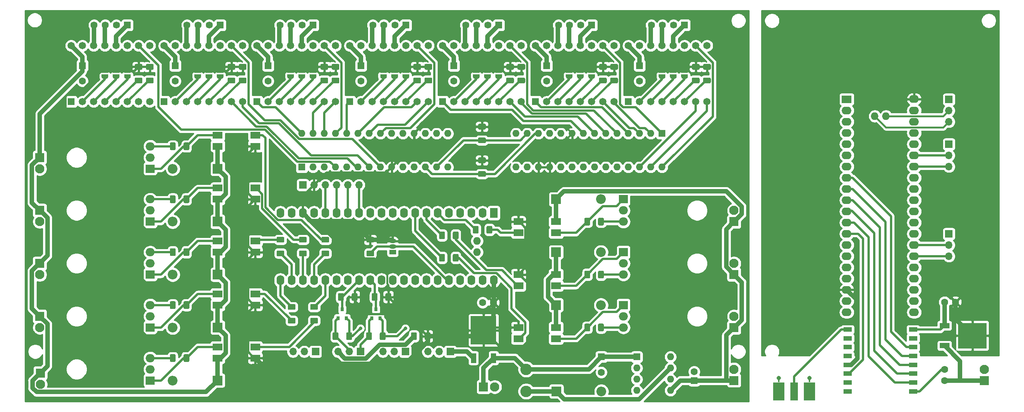
<source format=gbr>
%TF.GenerationSoftware,KiCad,Pcbnew,(5.1.7)-1*%
%TF.CreationDate,2020-11-03T10:53:36+01:00*%
%TF.ProjectId,PCB,5043422e-6b69-4636-9164-5f7063625858,rev?*%
%TF.SameCoordinates,Original*%
%TF.FileFunction,Copper,L1,Top*%
%TF.FilePolarity,Positive*%
%FSLAX46Y46*%
G04 Gerber Fmt 4.6, Leading zero omitted, Abs format (unit mm)*
G04 Created by KiCad (PCBNEW (5.1.7)-1) date 2020-11-03 10:53:36*
%MOMM*%
%LPD*%
G01*
G04 APERTURE LIST*
%TA.AperFunction,ComponentPad*%
%ADD10O,1.727200X1.727200*%
%TD*%
%TA.AperFunction,ComponentPad*%
%ADD11O,1.727200X2.250000*%
%TD*%
%TA.AperFunction,ComponentPad*%
%ADD12R,1.727200X2.250000*%
%TD*%
%TA.AperFunction,ComponentPad*%
%ADD13O,1.700000X1.700000*%
%TD*%
%TA.AperFunction,ComponentPad*%
%ADD14R,1.700000X1.700000*%
%TD*%
%TA.AperFunction,SMDPad,CuDef*%
%ADD15R,2.200000X1.200000*%
%TD*%
%TA.AperFunction,SMDPad,CuDef*%
%ADD16R,6.400000X5.800000*%
%TD*%
%TA.AperFunction,ComponentPad*%
%ADD17C,1.600000*%
%TD*%
%TA.AperFunction,ComponentPad*%
%ADD18R,2.100000X2.100000*%
%TD*%
%TA.AperFunction,ComponentPad*%
%ADD19C,2.100000*%
%TD*%
%TA.AperFunction,SMDPad,CuDef*%
%ADD20R,0.800000X0.900000*%
%TD*%
%TA.AperFunction,SMDPad,CuDef*%
%ADD21R,0.460000X0.890000*%
%TD*%
%TA.AperFunction,ComponentPad*%
%ADD22C,0.970000*%
%TD*%
%TA.AperFunction,SMDPad,CuDef*%
%ADD23R,2.665000X4.190000*%
%TD*%
%TA.AperFunction,SMDPad,CuDef*%
%ADD24R,1.780000X4.190000*%
%TD*%
%TA.AperFunction,ComponentPad*%
%ADD25O,1.600000X1.600000*%
%TD*%
%TA.AperFunction,ComponentPad*%
%ADD26R,1.600000X1.600000*%
%TD*%
%TA.AperFunction,ComponentPad*%
%ADD27R,2.250000X1.727200*%
%TD*%
%TA.AperFunction,ComponentPad*%
%ADD28O,2.250000X1.727200*%
%TD*%
%TA.AperFunction,SMDPad,CuDef*%
%ADD29R,2.250000X1.600000*%
%TD*%
%TA.AperFunction,ComponentPad*%
%ADD30O,2.000000X1.905000*%
%TD*%
%TA.AperFunction,ComponentPad*%
%ADD31R,2.000000X1.905000*%
%TD*%
%TA.AperFunction,ComponentPad*%
%ADD32O,2.200000X2.200000*%
%TD*%
%TA.AperFunction,ComponentPad*%
%ADD33R,2.200000X2.200000*%
%TD*%
%TA.AperFunction,SMDPad,CuDef*%
%ADD34C,0.100000*%
%TD*%
%TA.AperFunction,ComponentPad*%
%ADD35R,1.500000X1.050000*%
%TD*%
%TA.AperFunction,ComponentPad*%
%ADD36O,1.500000X1.050000*%
%TD*%
%TA.AperFunction,ComponentPad*%
%ADD37C,2.600000*%
%TD*%
%TA.AperFunction,SMDPad,CuDef*%
%ADD38R,5.800000X6.400000*%
%TD*%
%TA.AperFunction,SMDPad,CuDef*%
%ADD39R,1.200000X2.200000*%
%TD*%
%TA.AperFunction,ComponentPad*%
%ADD40C,1.590000*%
%TD*%
%TA.AperFunction,ComponentPad*%
%ADD41R,1.590000X1.590000*%
%TD*%
%TA.AperFunction,ComponentPad*%
%ADD42C,1.650000*%
%TD*%
%TA.AperFunction,ComponentPad*%
%ADD43R,1.650000X1.650000*%
%TD*%
%TA.AperFunction,SMDPad,CuDef*%
%ADD44R,1.950000X1.050000*%
%TD*%
%TA.AperFunction,ViaPad*%
%ADD45C,0.800000*%
%TD*%
%TA.AperFunction,Conductor*%
%ADD46C,0.500000*%
%TD*%
%TA.AperFunction,Conductor*%
%ADD47C,1.000000*%
%TD*%
%TA.AperFunction,Conductor*%
%ADD48C,0.400000*%
%TD*%
%TA.AperFunction,Conductor*%
%ADD49C,0.254000*%
%TD*%
%TA.AperFunction,Conductor*%
%ADD50C,0.100000*%
%TD*%
G04 APERTURE END LIST*
D10*
%TO.P,U4,42*%
%TO.N,SWDIO_1*%
X122870800Y-72930000D03*
%TO.P,U4,41*%
%TO.N,SWCLK_1*%
X122870800Y-75470000D03*
D11*
%TO.P,U4,40*%
%TO.N,+3V3*%
X126731600Y-81810000D03*
%TO.P,U4,39*%
%TO.N,GND*%
X124140800Y-81810000D03*
%TO.P,U4,38*%
%TO.N,Net-(U4-Pad38)*%
X121600800Y-81810000D03*
%TO.P,U4,37*%
%TO.N,Net-(U4-Pad37)*%
X119060800Y-81810000D03*
%TO.P,U4,36*%
%TO.N,TEMPERATURE*%
X116520800Y-81810000D03*
%TO.P,U4,35*%
%TO.N,I2C2_SDA*%
X113980800Y-81810000D03*
%TO.P,U4,34*%
%TO.N,I2C2_SCL*%
X111440800Y-81810000D03*
%TO.P,U4,33*%
%TO.N,Net-(U4-Pad33)*%
X108900800Y-81810000D03*
%TO.P,U4,32*%
%TO.N,Net-(U4-Pad32)*%
X106360800Y-81810000D03*
%TO.P,U4,31*%
%TO.N,Net-(U4-Pad31)*%
X103820800Y-81810000D03*
%TO.P,U4,30*%
%TO.N,Net-(U4-Pad30)*%
X101280800Y-81810000D03*
%TO.P,U4,29*%
%TO.N,WATER_LOW_LEVEL*%
X98740800Y-81810000D03*
%TO.P,U4,28*%
%TO.N,WATER_HIGH_LEVEL*%
X96200800Y-81810000D03*
%TO.P,U4,27*%
%TO.N,DEBUG_UART_RX_1*%
X93660800Y-81810000D03*
%TO.P,U4,26*%
%TO.N,DEBUG_UART_TX_1*%
X91120800Y-81810000D03*
%TO.P,U4,25*%
%TO.N,PELTIER*%
X88580800Y-81810000D03*
%TO.P,U4,24*%
%TO.N,VALVE_4*%
X86040800Y-81810000D03*
%TO.P,U4,23*%
%TO.N,VALVE_3*%
X83500800Y-81810000D03*
%TO.P,U4,22*%
%TO.N,VALVE_2*%
X80960800Y-81810000D03*
%TO.P,U4,21*%
%TO.N,VALVE_1*%
X78420800Y-81810000D03*
%TO.P,U4,20*%
%TO.N,GND*%
X78420800Y-66570000D03*
%TO.P,U4,19*%
X80960800Y-66570000D03*
%TO.P,U4,18*%
%TO.N,+3V3*%
X83500800Y-66570000D03*
%TO.P,U4,17*%
%TO.N,Net-(U4-Pad17)*%
X86040800Y-66570000D03*
%TO.P,U4,16*%
%TO.N,SPECTRAL_I2C_SDA*%
X88580800Y-66570000D03*
%TO.P,U4,15*%
%TO.N,SPECTRAL_I2C_SCL*%
X91120800Y-66570000D03*
%TO.P,U4,14*%
%TO.N,SPECTRAL_I2C_INT*%
X93660800Y-66570000D03*
%TO.P,U4,13*%
%TO.N,SPECTRAL_I2C_RST*%
X96200800Y-66570000D03*
%TO.P,U4,12*%
%TO.N,Net-(U4-Pad12)*%
X98740800Y-66570000D03*
%TO.P,U4,11*%
%TO.N,Net-(U4-Pad11)*%
X101280800Y-66570000D03*
%TO.P,U4,10*%
%TO.N,Net-(U4-Pad10)*%
X103820800Y-66570000D03*
%TO.P,U4,9*%
%TO.N,Net-(U4-Pad9)*%
X106360800Y-66570000D03*
%TO.P,U4,8*%
%TO.N,FAN_PWM*%
X108900800Y-66570000D03*
%TO.P,U4,7*%
%TO.N,PUMP_PWM*%
X111440800Y-66570000D03*
%TO.P,U4,6*%
%TO.N,MIXER_MOTOR_PWM*%
X113980800Y-66570000D03*
%TO.P,U4,5*%
%TO.N,Net-(U4-Pad5)*%
X116520800Y-66570000D03*
%TO.P,U4,4*%
%TO.N,Net-(U4-Pad4)*%
X119060800Y-66570000D03*
%TO.P,U4,3*%
%TO.N,Net-(U4-Pad3)*%
X121600800Y-66570000D03*
%TO.P,U4,2*%
%TO.N,Net-(U4-Pad2)*%
X124140800Y-66570000D03*
D12*
%TO.P,U4,1*%
%TO.N,Net-(U4-Pad1)*%
X126680800Y-66570000D03*
%TD*%
D13*
%TO.P,SPECTRAL1,6*%
%TO.N,SPECTRAL_I2C_RST*%
X96200800Y-60220000D03*
%TO.P,SPECTRAL1,5*%
%TO.N,SPECTRAL_I2C_INT*%
X93660800Y-60220000D03*
%TO.P,SPECTRAL1,4*%
%TO.N,SPECTRAL_I2C_SCL*%
X91120800Y-60220000D03*
%TO.P,SPECTRAL1,3*%
%TO.N,SPECTRAL_I2C_SDA*%
X88580800Y-60220000D03*
%TO.P,SPECTRAL1,2*%
%TO.N,+3V3*%
X86040800Y-60220000D03*
D14*
%TO.P,SPECTRAL1,1*%
%TO.N,GND*%
X83500800Y-60220000D03*
%TD*%
D15*
%TO.P,U23,1*%
%TO.N,GND*%
X228600000Y-92100000D03*
%TO.P,U23,3*%
%TO.N,5_V_IN*%
X228600000Y-96660000D03*
D16*
%TO.P,U23,2*%
%TO.N,+3V3*%
X234900000Y-94380000D03*
%TD*%
D17*
%TO.P,C12,1*%
%TO.N,+3V3*%
X231100000Y-86760000D03*
%TO.P,C12,2*%
%TO.N,GND*%
X228600000Y-86760000D03*
%TD*%
%TO.P,C11,1*%
%TO.N,5_V_IN*%
X228600000Y-104540000D03*
%TO.P,C11,2*%
%TO.N,GND*%
X228600000Y-102040000D03*
%TD*%
D18*
%TO.P,5V_IN,1*%
%TO.N,5_V_IN*%
X237600000Y-104540000D03*
D19*
%TO.P,5V_IN,2*%
%TO.N,GND*%
X237600000Y-102000000D03*
%TD*%
%TO.P,5V_OUT,2*%
%TO.N,GND*%
X126900800Y-106000000D03*
D18*
%TO.P,5V_OUT,1*%
%TO.N,5_V_OUT*%
X124360800Y-106000000D03*
%TD*%
D14*
%TO.P,I2C,1*%
%TO.N,GND*%
X229600000Y-50979200D03*
D13*
%TO.P,I2C,2*%
%TO.N,I2C2_SDA*%
X229600000Y-53519200D03*
%TO.P,I2C,3*%
%TO.N,I2C2_SCL*%
X229600000Y-56059200D03*
%TD*%
%TO.P,R38,2*%
%TO.N,+3V3*%
%TA.AperFunction,SMDPad,CuDef*%
G36*
G01*
X94560800Y-86245000D02*
X94560800Y-84995000D01*
G75*
G02*
X94810800Y-84745000I250000J0D01*
G01*
X95610800Y-84745000D01*
G75*
G02*
X95860800Y-84995000I0J-250000D01*
G01*
X95860800Y-86245000D01*
G75*
G02*
X95610800Y-86495000I-250000J0D01*
G01*
X94810800Y-86495000D01*
G75*
G02*
X94560800Y-86245000I0J250000D01*
G01*
G37*
%TD.AperFunction*%
%TO.P,R38,1*%
%TO.N,WATER_HIGH_LEVEL*%
%TA.AperFunction,SMDPad,CuDef*%
G36*
G01*
X91460800Y-86245000D02*
X91460800Y-84995000D01*
G75*
G02*
X91710800Y-84745000I250000J0D01*
G01*
X92510800Y-84745000D01*
G75*
G02*
X92760800Y-84995000I0J-250000D01*
G01*
X92760800Y-86245000D01*
G75*
G02*
X92510800Y-86495000I-250000J0D01*
G01*
X91710800Y-86495000D01*
G75*
G02*
X91460800Y-86245000I0J250000D01*
G01*
G37*
%TD.AperFunction*%
%TD*%
%TO.P,R37,2*%
%TO.N,Net-(Q10-Pad1)*%
%TA.AperFunction,SMDPad,CuDef*%
G36*
G01*
X91530000Y-93885000D02*
X91530000Y-95135000D01*
G75*
G02*
X91280000Y-95385000I-250000J0D01*
G01*
X90480000Y-95385000D01*
G75*
G02*
X90230000Y-95135000I0J250000D01*
G01*
X90230000Y-93885000D01*
G75*
G02*
X90480000Y-93635000I250000J0D01*
G01*
X91280000Y-93635000D01*
G75*
G02*
X91530000Y-93885000I0J-250000D01*
G01*
G37*
%TD.AperFunction*%
%TO.P,R37,1*%
%TO.N,GND*%
%TA.AperFunction,SMDPad,CuDef*%
G36*
G01*
X94630000Y-93885000D02*
X94630000Y-95135000D01*
G75*
G02*
X94380000Y-95385000I-250000J0D01*
G01*
X93580000Y-95385000D01*
G75*
G02*
X93330000Y-95135000I0J250000D01*
G01*
X93330000Y-93885000D01*
G75*
G02*
X93580000Y-93635000I250000J0D01*
G01*
X94380000Y-93635000D01*
G75*
G02*
X94630000Y-93885000I0J-250000D01*
G01*
G37*
%TD.AperFunction*%
%TD*%
%TO.P,R36,2*%
%TO.N,+3V3*%
%TA.AperFunction,SMDPad,CuDef*%
G36*
G01*
X102180800Y-86245000D02*
X102180800Y-84995000D01*
G75*
G02*
X102430800Y-84745000I250000J0D01*
G01*
X103230800Y-84745000D01*
G75*
G02*
X103480800Y-84995000I0J-250000D01*
G01*
X103480800Y-86245000D01*
G75*
G02*
X103230800Y-86495000I-250000J0D01*
G01*
X102430800Y-86495000D01*
G75*
G02*
X102180800Y-86245000I0J250000D01*
G01*
G37*
%TD.AperFunction*%
%TO.P,R36,1*%
%TO.N,WATER_LOW_LEVEL*%
%TA.AperFunction,SMDPad,CuDef*%
G36*
G01*
X99080800Y-86245000D02*
X99080800Y-84995000D01*
G75*
G02*
X99330800Y-84745000I250000J0D01*
G01*
X100130800Y-84745000D01*
G75*
G02*
X100380800Y-84995000I0J-250000D01*
G01*
X100380800Y-86245000D01*
G75*
G02*
X100130800Y-86495000I-250000J0D01*
G01*
X99330800Y-86495000D01*
G75*
G02*
X99080800Y-86245000I0J250000D01*
G01*
G37*
%TD.AperFunction*%
%TD*%
%TO.P,R32,2*%
%TO.N,+3V3*%
%TA.AperFunction,SMDPad,CuDef*%
G36*
G01*
X111070800Y-95135000D02*
X111070800Y-93885000D01*
G75*
G02*
X111320800Y-93635000I250000J0D01*
G01*
X112120800Y-93635000D01*
G75*
G02*
X112370800Y-93885000I0J-250000D01*
G01*
X112370800Y-95135000D01*
G75*
G02*
X112120800Y-95385000I-250000J0D01*
G01*
X111320800Y-95385000D01*
G75*
G02*
X111070800Y-95135000I0J250000D01*
G01*
G37*
%TD.AperFunction*%
%TO.P,R32,1*%
%TO.N,Net-(R32-Pad1)*%
%TA.AperFunction,SMDPad,CuDef*%
G36*
G01*
X107970800Y-95135000D02*
X107970800Y-93885000D01*
G75*
G02*
X108220800Y-93635000I250000J0D01*
G01*
X109020800Y-93635000D01*
G75*
G02*
X109270800Y-93885000I0J-250000D01*
G01*
X109270800Y-95135000D01*
G75*
G02*
X109020800Y-95385000I-250000J0D01*
G01*
X108220800Y-95385000D01*
G75*
G02*
X107970800Y-95135000I0J250000D01*
G01*
G37*
%TD.AperFunction*%
%TD*%
%TO.P,R15,2*%
%TO.N,Net-(Q6-Pad1)*%
%TA.AperFunction,SMDPad,CuDef*%
G36*
G01*
X99110800Y-93885000D02*
X99110800Y-95135000D01*
G75*
G02*
X98860800Y-95385000I-250000J0D01*
G01*
X98060800Y-95385000D01*
G75*
G02*
X97810800Y-95135000I0J250000D01*
G01*
X97810800Y-93885000D01*
G75*
G02*
X98060800Y-93635000I250000J0D01*
G01*
X98860800Y-93635000D01*
G75*
G02*
X99110800Y-93885000I0J-250000D01*
G01*
G37*
%TD.AperFunction*%
%TO.P,R15,1*%
%TO.N,GND*%
%TA.AperFunction,SMDPad,CuDef*%
G36*
G01*
X102210800Y-93885000D02*
X102210800Y-95135000D01*
G75*
G02*
X101960800Y-95385000I-250000J0D01*
G01*
X101160800Y-95385000D01*
G75*
G02*
X100910800Y-95135000I0J250000D01*
G01*
X100910800Y-93885000D01*
G75*
G02*
X101160800Y-93635000I250000J0D01*
G01*
X101960800Y-93635000D01*
G75*
G02*
X102210800Y-93885000I0J-250000D01*
G01*
G37*
%TD.AperFunction*%
%TD*%
D20*
%TO.P,Q10,3*%
%TO.N,WATER_HIGH_LEVEL*%
X92390800Y-88430000D03*
%TO.P,Q10,2*%
%TO.N,GND*%
X93340800Y-90430000D03*
%TO.P,Q10,1*%
%TO.N,Net-(Q10-Pad1)*%
X91440800Y-90430000D03*
%TD*%
%TO.P,Q6,3*%
%TO.N,WATER_LOW_LEVEL*%
X100010800Y-88430000D03*
%TO.P,Q6,2*%
%TO.N,GND*%
X100960800Y-90430000D03*
%TO.P,Q6,1*%
%TO.N,Net-(Q6-Pad1)*%
X99060800Y-90430000D03*
%TD*%
D13*
%TO.P,WATER_LVL,3*%
%TO.N,Net-(R32-Pad1)*%
X91440000Y-98000000D03*
%TO.P,WATER_LVL,2*%
%TO.N,Net-(Q10-Pad1)*%
X93980000Y-98000000D03*
D14*
%TO.P,WATER_LVL,1*%
%TO.N,Net-(Q6-Pad1)*%
X96520000Y-98000000D03*
%TD*%
D13*
%TO.P,I2C,3*%
%TO.N,I2C2_SCL*%
X101600000Y-98000000D03*
%TO.P,I2C,2*%
%TO.N,I2C2_SDA*%
X104140000Y-98000000D03*
D14*
%TO.P,I2C,1*%
%TO.N,GND*%
X106680000Y-98000000D03*
%TD*%
D21*
%TO.P,ANT,2*%
%TO.N,GND*%
X198092500Y-104460000D03*
D22*
X198092500Y-104015000D03*
D23*
X191107500Y-107000000D03*
D24*
%TO.P,ANT,1*%
%TO.N,Net-(J23-Pad1)*%
X194600000Y-107000000D03*
D23*
%TO.P,ANT,2*%
%TO.N,GND*%
X198092500Y-107000000D03*
D21*
X191107500Y-104460000D03*
D22*
X191107500Y-104015000D03*
%TD*%
D25*
%TO.P,U15,8*%
%TO.N,Net-(U15-Pad8)*%
X166620000Y-99190000D03*
%TO.P,U15,4*%
%TO.N,GND*%
X159000000Y-106810000D03*
%TO.P,U15,7*%
%TO.N,Net-(D1-Pad1)*%
X166620000Y-101730000D03*
%TO.P,U15,3*%
%TO.N,GND*%
X159000000Y-104270000D03*
%TO.P,U15,6*%
%TO.N,Net-(U15-Pad6)*%
X166620000Y-104270000D03*
%TO.P,U15,2*%
%TO.N,GND*%
X159000000Y-101730000D03*
%TO.P,U15,5*%
%TO.N,+12V*%
X166620000Y-106810000D03*
D26*
%TO.P,U15,1*%
%TO.N,5_V_OUT*%
X159000000Y-99190000D03*
%TD*%
D19*
%TO.P,VIN,2*%
%TO.N,GND*%
X181000000Y-102000000D03*
D18*
%TO.P,VIN,1*%
%TO.N,+12V*%
X181000000Y-104540000D03*
%TD*%
D14*
%TO.P,DEBUG,1*%
%TO.N,GND*%
X229600000Y-40819200D03*
D13*
%TO.P,DEBUG,2*%
%TO.N,SWCLK_2*%
X229600000Y-43359200D03*
%TO.P,DEBUG,3*%
%TO.N,SWDIO_2*%
X229600000Y-45899200D03*
%TD*%
D14*
%TO.P,SERIAL,1*%
%TO.N,GND*%
X229600000Y-71299200D03*
D13*
%TO.P,SERIAL,2*%
%TO.N,DEBUG_UART_RX_2*%
X229600000Y-73839200D03*
%TO.P,SERIAL,3*%
%TO.N,DEBUG_UART_TX_2*%
X229600000Y-76379200D03*
%TD*%
D27*
%TO.P,U24,1*%
%TO.N,Net-(U24-Pad1)*%
X206480000Y-40819200D03*
D28*
%TO.P,U24,2*%
%TO.N,Net-(U24-Pad2)*%
X206480000Y-43359200D03*
%TO.P,U24,3*%
%TO.N,Net-(U24-Pad3)*%
X206480000Y-45899200D03*
%TO.P,U24,4*%
%TO.N,Net-(U24-Pad4)*%
X206480000Y-48439200D03*
%TO.P,U24,5*%
%TO.N,Net-(U24-Pad5)*%
X206480000Y-50979200D03*
%TO.P,U24,6*%
%TO.N,Net-(U24-Pad6)*%
X206480000Y-53519200D03*
%TO.P,U24,7*%
%TO.N,Net-(U24-Pad7)*%
X206480000Y-56059200D03*
%TO.P,U24,8*%
%TO.N,LORA_RESET*%
X206480000Y-58599200D03*
%TO.P,U24,9*%
%TO.N,LORA_NSS*%
X206480000Y-61139200D03*
%TO.P,U24,10*%
%TO.N,LORA_SCK*%
X206480000Y-63679200D03*
%TO.P,U24,11*%
%TO.N,LORA_MISO*%
X206480000Y-66219200D03*
%TO.P,U24,12*%
%TO.N,LORA_MOSI*%
X206480000Y-68759200D03*
%TO.P,U24,13*%
%TO.N,LORA_DIO0_INT*%
X206480000Y-71299200D03*
%TO.P,U24,14*%
%TO.N,Net-(U24-Pad14)*%
X206480000Y-73839200D03*
%TO.P,U24,15*%
%TO.N,Net-(U24-Pad15)*%
X206480000Y-76379200D03*
%TO.P,U24,16*%
%TO.N,Net-(U24-Pad16)*%
X206480000Y-78919200D03*
%TO.P,U24,17*%
%TO.N,Net-(U24-Pad17)*%
X206480000Y-81459200D03*
%TO.P,U24,18*%
%TO.N,+3V3*%
X206480000Y-83999200D03*
%TO.P,U24,19*%
%TO.N,GND*%
X206480000Y-86539200D03*
%TO.P,U24,20*%
X206480000Y-89079200D03*
%TO.P,U24,21*%
%TO.N,Net-(U24-Pad21)*%
X221720000Y-89079200D03*
%TO.P,U24,22*%
%TO.N,Net-(U24-Pad22)*%
X221720000Y-86539200D03*
%TO.P,U24,23*%
%TO.N,Net-(U24-Pad23)*%
X221720000Y-83999200D03*
%TO.P,U24,24*%
%TO.N,Net-(U24-Pad24)*%
X221720000Y-81459200D03*
%TO.P,U24,25*%
%TO.N,Net-(U24-Pad25)*%
X221720000Y-78919200D03*
%TO.P,U24,26*%
%TO.N,DEBUG_UART_TX_2*%
X221720000Y-76379200D03*
%TO.P,U24,27*%
%TO.N,DEBUG_UART_RX_2*%
X221720000Y-73839200D03*
%TO.P,U24,28*%
%TO.N,Net-(U24-Pad28)*%
X221720000Y-71299200D03*
%TO.P,U24,29*%
%TO.N,Net-(U24-Pad29)*%
X221720000Y-68759200D03*
%TO.P,U24,30*%
%TO.N,Net-(U24-Pad30)*%
X221720000Y-66219200D03*
%TO.P,U24,31*%
%TO.N,Net-(U24-Pad31)*%
X221720000Y-63679200D03*
%TO.P,U24,32*%
%TO.N,Net-(U24-Pad32)*%
X221720000Y-61139200D03*
%TO.P,U24,33*%
%TO.N,Net-(U24-Pad33)*%
X221720000Y-58599200D03*
%TO.P,U24,34*%
%TO.N,I2C2_SCL*%
X221720000Y-56059200D03*
%TO.P,U24,35*%
%TO.N,I2C2_SDA*%
X221720000Y-53519200D03*
%TO.P,U24,36*%
%TO.N,Net-(U24-Pad36)*%
X221720000Y-50979200D03*
%TO.P,U24,37*%
%TO.N,Net-(U24-Pad37)*%
X221720000Y-48439200D03*
%TO.P,U24,38*%
%TO.N,Net-(U24-Pad38)*%
X221720000Y-45899200D03*
%TO.P,U24,39*%
%TO.N,GND*%
X221720000Y-43359200D03*
%TO.P,U24,40*%
%TO.N,+3V3*%
X221720000Y-40768400D03*
D10*
%TO.P,U24,41*%
%TO.N,SWCLK_2*%
X215380000Y-44629200D03*
%TO.P,U24,42*%
%TO.N,SWDIO_2*%
X212840000Y-44629200D03*
%TD*%
D29*
%TO.P,U22,4*%
%TO.N,+12V*%
X140760000Y-92540000D03*
%TO.P,U22,3*%
%TO.N,Net-(Q9-Pad1)*%
X140760000Y-95080000D03*
%TO.P,U22,2*%
%TO.N,Net-(R31-Pad1)*%
X132260000Y-95080000D03*
%TO.P,U22,1*%
%TO.N,+3V3*%
X132260000Y-92540000D03*
%TD*%
%TO.P,U21,4*%
%TO.N,+12V*%
X140760000Y-80540000D03*
%TO.P,U21,3*%
%TO.N,Net-(Q8-Pad1)*%
X140760000Y-83080000D03*
%TO.P,U21,2*%
%TO.N,Net-(R30-Pad1)*%
X132260000Y-83080000D03*
%TO.P,U21,1*%
%TO.N,+3V3*%
X132260000Y-80540000D03*
%TD*%
%TO.P,U20,4*%
%TO.N,+12V*%
X140760000Y-68540000D03*
%TO.P,U20,3*%
%TO.N,Net-(Q7-Pad1)*%
X140760000Y-71080000D03*
%TO.P,U20,2*%
%TO.N,Net-(R29-Pad1)*%
X132260000Y-71080000D03*
%TO.P,U20,1*%
%TO.N,+3V3*%
X132260000Y-68540000D03*
%TD*%
%TO.P,R35,2*%
%TO.N,GND*%
%TA.AperFunction,SMDPad,CuDef*%
G36*
G01*
X150270000Y-93165000D02*
X150270000Y-91915000D01*
G75*
G02*
X150520000Y-91665000I250000J0D01*
G01*
X151320000Y-91665000D01*
G75*
G02*
X151570000Y-91915000I0J-250000D01*
G01*
X151570000Y-93165000D01*
G75*
G02*
X151320000Y-93415000I-250000J0D01*
G01*
X150520000Y-93415000D01*
G75*
G02*
X150270000Y-93165000I0J250000D01*
G01*
G37*
%TD.AperFunction*%
%TO.P,R35,1*%
%TO.N,Net-(Q9-Pad1)*%
%TA.AperFunction,SMDPad,CuDef*%
G36*
G01*
X147170000Y-93165000D02*
X147170000Y-91915000D01*
G75*
G02*
X147420000Y-91665000I250000J0D01*
G01*
X148220000Y-91665000D01*
G75*
G02*
X148470000Y-91915000I0J-250000D01*
G01*
X148470000Y-93165000D01*
G75*
G02*
X148220000Y-93415000I-250000J0D01*
G01*
X147420000Y-93415000D01*
G75*
G02*
X147170000Y-93165000I0J250000D01*
G01*
G37*
%TD.AperFunction*%
%TD*%
%TO.P,R34,2*%
%TO.N,GND*%
%TA.AperFunction,SMDPad,CuDef*%
G36*
G01*
X150270000Y-81165000D02*
X150270000Y-79915000D01*
G75*
G02*
X150520000Y-79665000I250000J0D01*
G01*
X151320000Y-79665000D01*
G75*
G02*
X151570000Y-79915000I0J-250000D01*
G01*
X151570000Y-81165000D01*
G75*
G02*
X151320000Y-81415000I-250000J0D01*
G01*
X150520000Y-81415000D01*
G75*
G02*
X150270000Y-81165000I0J250000D01*
G01*
G37*
%TD.AperFunction*%
%TO.P,R34,1*%
%TO.N,Net-(Q8-Pad1)*%
%TA.AperFunction,SMDPad,CuDef*%
G36*
G01*
X147170000Y-81165000D02*
X147170000Y-79915000D01*
G75*
G02*
X147420000Y-79665000I250000J0D01*
G01*
X148220000Y-79665000D01*
G75*
G02*
X148470000Y-79915000I0J-250000D01*
G01*
X148470000Y-81165000D01*
G75*
G02*
X148220000Y-81415000I-250000J0D01*
G01*
X147420000Y-81415000D01*
G75*
G02*
X147170000Y-81165000I0J250000D01*
G01*
G37*
%TD.AperFunction*%
%TD*%
%TO.P,R33,2*%
%TO.N,GND*%
%TA.AperFunction,SMDPad,CuDef*%
G36*
G01*
X150270000Y-69165000D02*
X150270000Y-67915000D01*
G75*
G02*
X150520000Y-67665000I250000J0D01*
G01*
X151320000Y-67665000D01*
G75*
G02*
X151570000Y-67915000I0J-250000D01*
G01*
X151570000Y-69165000D01*
G75*
G02*
X151320000Y-69415000I-250000J0D01*
G01*
X150520000Y-69415000D01*
G75*
G02*
X150270000Y-69165000I0J250000D01*
G01*
G37*
%TD.AperFunction*%
%TO.P,R33,1*%
%TO.N,Net-(Q7-Pad1)*%
%TA.AperFunction,SMDPad,CuDef*%
G36*
G01*
X147170000Y-69165000D02*
X147170000Y-67915000D01*
G75*
G02*
X147420000Y-67665000I250000J0D01*
G01*
X148220000Y-67665000D01*
G75*
G02*
X148470000Y-67915000I0J-250000D01*
G01*
X148470000Y-69165000D01*
G75*
G02*
X148220000Y-69415000I-250000J0D01*
G01*
X147420000Y-69415000D01*
G75*
G02*
X147170000Y-69165000I0J250000D01*
G01*
G37*
%TD.AperFunction*%
%TD*%
%TO.P,R31,2*%
%TO.N,FAN_PWM*%
%TA.AperFunction,SMDPad,CuDef*%
G36*
G01*
X115620800Y-76105000D02*
X115620800Y-77355000D01*
G75*
G02*
X115370800Y-77605000I-250000J0D01*
G01*
X114570800Y-77605000D01*
G75*
G02*
X114320800Y-77355000I0J250000D01*
G01*
X114320800Y-76105000D01*
G75*
G02*
X114570800Y-75855000I250000J0D01*
G01*
X115370800Y-75855000D01*
G75*
G02*
X115620800Y-76105000I0J-250000D01*
G01*
G37*
%TD.AperFunction*%
%TO.P,R31,1*%
%TO.N,Net-(R31-Pad1)*%
%TA.AperFunction,SMDPad,CuDef*%
G36*
G01*
X118720800Y-76105000D02*
X118720800Y-77355000D01*
G75*
G02*
X118470800Y-77605000I-250000J0D01*
G01*
X117670800Y-77605000D01*
G75*
G02*
X117420800Y-77355000I0J250000D01*
G01*
X117420800Y-76105000D01*
G75*
G02*
X117670800Y-75855000I250000J0D01*
G01*
X118470800Y-75855000D01*
G75*
G02*
X118720800Y-76105000I0J-250000D01*
G01*
G37*
%TD.AperFunction*%
%TD*%
%TO.P,R30,2*%
%TO.N,PUMP_PWM*%
%TA.AperFunction,SMDPad,CuDef*%
G36*
G01*
X115620800Y-71025000D02*
X115620800Y-72275000D01*
G75*
G02*
X115370800Y-72525000I-250000J0D01*
G01*
X114570800Y-72525000D01*
G75*
G02*
X114320800Y-72275000I0J250000D01*
G01*
X114320800Y-71025000D01*
G75*
G02*
X114570800Y-70775000I250000J0D01*
G01*
X115370800Y-70775000D01*
G75*
G02*
X115620800Y-71025000I0J-250000D01*
G01*
G37*
%TD.AperFunction*%
%TO.P,R30,1*%
%TO.N,Net-(R30-Pad1)*%
%TA.AperFunction,SMDPad,CuDef*%
G36*
G01*
X118720800Y-71025000D02*
X118720800Y-72275000D01*
G75*
G02*
X118470800Y-72525000I-250000J0D01*
G01*
X117670800Y-72525000D01*
G75*
G02*
X117420800Y-72275000I0J250000D01*
G01*
X117420800Y-71025000D01*
G75*
G02*
X117670800Y-70775000I250000J0D01*
G01*
X118470800Y-70775000D01*
G75*
G02*
X118720800Y-71025000I0J-250000D01*
G01*
G37*
%TD.AperFunction*%
%TD*%
%TO.P,R29,2*%
%TO.N,MIXER_MOTOR_PWM*%
%TA.AperFunction,SMDPad,CuDef*%
G36*
G01*
X123240800Y-69755000D02*
X123240800Y-71005000D01*
G75*
G02*
X122990800Y-71255000I-250000J0D01*
G01*
X122190800Y-71255000D01*
G75*
G02*
X121940800Y-71005000I0J250000D01*
G01*
X121940800Y-69755000D01*
G75*
G02*
X122190800Y-69505000I250000J0D01*
G01*
X122990800Y-69505000D01*
G75*
G02*
X123240800Y-69755000I0J-250000D01*
G01*
G37*
%TD.AperFunction*%
%TO.P,R29,1*%
%TO.N,Net-(R29-Pad1)*%
%TA.AperFunction,SMDPad,CuDef*%
G36*
G01*
X126340800Y-69755000D02*
X126340800Y-71005000D01*
G75*
G02*
X126090800Y-71255000I-250000J0D01*
G01*
X125290800Y-71255000D01*
G75*
G02*
X125040800Y-71005000I0J250000D01*
G01*
X125040800Y-69755000D01*
G75*
G02*
X125290800Y-69505000I250000J0D01*
G01*
X126090800Y-69505000D01*
G75*
G02*
X126340800Y-69755000I0J-250000D01*
G01*
G37*
%TD.AperFunction*%
%TD*%
D30*
%TO.P,Q9,3*%
%TO.N,GND*%
X156000000Y-92540000D03*
%TO.P,Q9,2*%
%TO.N,Net-(D9-Pad2)*%
X156000000Y-90000000D03*
D31*
%TO.P,Q9,1*%
%TO.N,Net-(Q9-Pad1)*%
X156000000Y-87460000D03*
%TD*%
D30*
%TO.P,Q8,3*%
%TO.N,GND*%
X156000000Y-80540000D03*
%TO.P,Q8,2*%
%TO.N,Net-(D8-Pad2)*%
X156000000Y-78000000D03*
D31*
%TO.P,Q8,1*%
%TO.N,Net-(Q8-Pad1)*%
X156000000Y-75460000D03*
%TD*%
D30*
%TO.P,Q7,3*%
%TO.N,GND*%
X156000000Y-68540000D03*
%TO.P,Q7,2*%
%TO.N,Net-(D7-Pad2)*%
X156000000Y-66000000D03*
D31*
%TO.P,Q7,1*%
%TO.N,Net-(Q7-Pad1)*%
X156000000Y-63460000D03*
%TD*%
D19*
%TO.P,FAN,2*%
%TO.N,Net-(D9-Pad2)*%
X181000000Y-90000000D03*
D18*
%TO.P,FAN,1*%
%TO.N,+12V*%
X181000000Y-92540000D03*
%TD*%
D19*
%TO.P,PUMP,2*%
%TO.N,Net-(D8-Pad2)*%
X181000000Y-78000000D03*
D18*
%TO.P,PUMP,1*%
%TO.N,+12V*%
X181000000Y-80540000D03*
%TD*%
D19*
%TO.P,MIXER_MOT,2*%
%TO.N,Net-(D7-Pad2)*%
X181000000Y-66000000D03*
D18*
%TO.P,MIXER_MOT,1*%
%TO.N,+12V*%
X181000000Y-68540000D03*
%TD*%
D32*
%TO.P,D9,2*%
%TO.N,Net-(D9-Pad2)*%
X150920000Y-87460000D03*
D33*
%TO.P,D9,1*%
%TO.N,+12V*%
X140760000Y-87460000D03*
%TD*%
D32*
%TO.P,D8,2*%
%TO.N,Net-(D8-Pad2)*%
X150920000Y-75460000D03*
D33*
%TO.P,D8,1*%
%TO.N,+12V*%
X140760000Y-75460000D03*
%TD*%
D32*
%TO.P,D7,2*%
%TO.N,Net-(D7-Pad2)*%
X150920000Y-63460000D03*
D33*
%TO.P,D7,1*%
%TO.N,+12V*%
X140760000Y-63460000D03*
%TD*%
D30*
%TO.P,Q5,3*%
%TO.N,GND*%
X49000000Y-99460000D03*
%TO.P,Q5,2*%
%TO.N,Net-(D6-Pad2)*%
X49000000Y-102000000D03*
D31*
%TO.P,Q5,1*%
%TO.N,Net-(Q5-Pad1)*%
X49000000Y-104540000D03*
%TD*%
D30*
%TO.P,Q4,3*%
%TO.N,GND*%
X49000000Y-51460000D03*
%TO.P,Q4,2*%
%TO.N,Net-(D5-Pad2)*%
X49000000Y-54000000D03*
D31*
%TO.P,Q4,1*%
%TO.N,Net-(Q4-Pad1)*%
X49000000Y-56540000D03*
%TD*%
D30*
%TO.P,Q3,3*%
%TO.N,GND*%
X49000000Y-63460000D03*
%TO.P,Q3,2*%
%TO.N,Net-(D4-Pad2)*%
X49000000Y-66000000D03*
D31*
%TO.P,Q3,1*%
%TO.N,Net-(Q3-Pad1)*%
X49000000Y-68540000D03*
%TD*%
D30*
%TO.P,Q2,3*%
%TO.N,GND*%
X49000000Y-75460000D03*
%TO.P,Q2,2*%
%TO.N,Net-(D3-Pad2)*%
X49000000Y-78000000D03*
D31*
%TO.P,Q2,1*%
%TO.N,Net-(Q2-Pad1)*%
X49000000Y-80540000D03*
%TD*%
%TO.P,R28,2*%
%TO.N,Net-(R28-Pad2)*%
%TA.AperFunction,SMDPad,CuDef*%
G36*
G01*
X171725000Y-35900000D02*
X172975000Y-35900000D01*
G75*
G02*
X173225000Y-36150000I0J-250000D01*
G01*
X173225000Y-36950000D01*
G75*
G02*
X172975000Y-37200000I-250000J0D01*
G01*
X171725000Y-37200000D01*
G75*
G02*
X171475000Y-36950000I0J250000D01*
G01*
X171475000Y-36150000D01*
G75*
G02*
X171725000Y-35900000I250000J0D01*
G01*
G37*
%TD.AperFunction*%
%TO.P,R28,1*%
%TO.N,+3V3*%
%TA.AperFunction,SMDPad,CuDef*%
G36*
G01*
X171725000Y-32800000D02*
X172975000Y-32800000D01*
G75*
G02*
X173225000Y-33050000I0J-250000D01*
G01*
X173225000Y-33850000D01*
G75*
G02*
X172975000Y-34100000I-250000J0D01*
G01*
X171725000Y-34100000D01*
G75*
G02*
X171475000Y-33850000I0J250000D01*
G01*
X171475000Y-33050000D01*
G75*
G02*
X171725000Y-32800000I250000J0D01*
G01*
G37*
%TD.AperFunction*%
%TD*%
%TO.P,R27,2*%
%TO.N,Net-(R27-Pad2)*%
%TA.AperFunction,SMDPad,CuDef*%
G36*
G01*
X150725000Y-35900000D02*
X151975000Y-35900000D01*
G75*
G02*
X152225000Y-36150000I0J-250000D01*
G01*
X152225000Y-36950000D01*
G75*
G02*
X151975000Y-37200000I-250000J0D01*
G01*
X150725000Y-37200000D01*
G75*
G02*
X150475000Y-36950000I0J250000D01*
G01*
X150475000Y-36150000D01*
G75*
G02*
X150725000Y-35900000I250000J0D01*
G01*
G37*
%TD.AperFunction*%
%TO.P,R27,1*%
%TO.N,+3V3*%
%TA.AperFunction,SMDPad,CuDef*%
G36*
G01*
X150725000Y-32800000D02*
X151975000Y-32800000D01*
G75*
G02*
X152225000Y-33050000I0J-250000D01*
G01*
X152225000Y-33850000D01*
G75*
G02*
X151975000Y-34100000I-250000J0D01*
G01*
X150725000Y-34100000D01*
G75*
G02*
X150475000Y-33850000I0J250000D01*
G01*
X150475000Y-33050000D01*
G75*
G02*
X150725000Y-32800000I250000J0D01*
G01*
G37*
%TD.AperFunction*%
%TD*%
%TO.P,R26,2*%
%TO.N,Net-(R26-Pad2)*%
%TA.AperFunction,SMDPad,CuDef*%
G36*
G01*
X129725000Y-35900000D02*
X130975000Y-35900000D01*
G75*
G02*
X131225000Y-36150000I0J-250000D01*
G01*
X131225000Y-36950000D01*
G75*
G02*
X130975000Y-37200000I-250000J0D01*
G01*
X129725000Y-37200000D01*
G75*
G02*
X129475000Y-36950000I0J250000D01*
G01*
X129475000Y-36150000D01*
G75*
G02*
X129725000Y-35900000I250000J0D01*
G01*
G37*
%TD.AperFunction*%
%TO.P,R26,1*%
%TO.N,+3V3*%
%TA.AperFunction,SMDPad,CuDef*%
G36*
G01*
X129725000Y-32800000D02*
X130975000Y-32800000D01*
G75*
G02*
X131225000Y-33050000I0J-250000D01*
G01*
X131225000Y-33850000D01*
G75*
G02*
X130975000Y-34100000I-250000J0D01*
G01*
X129725000Y-34100000D01*
G75*
G02*
X129475000Y-33850000I0J250000D01*
G01*
X129475000Y-33050000D01*
G75*
G02*
X129725000Y-32800000I250000J0D01*
G01*
G37*
%TD.AperFunction*%
%TD*%
%TO.P,R25,2*%
%TO.N,Net-(R25-Pad2)*%
%TA.AperFunction,SMDPad,CuDef*%
G36*
G01*
X108725000Y-35900000D02*
X109975000Y-35900000D01*
G75*
G02*
X110225000Y-36150000I0J-250000D01*
G01*
X110225000Y-36950000D01*
G75*
G02*
X109975000Y-37200000I-250000J0D01*
G01*
X108725000Y-37200000D01*
G75*
G02*
X108475000Y-36950000I0J250000D01*
G01*
X108475000Y-36150000D01*
G75*
G02*
X108725000Y-35900000I250000J0D01*
G01*
G37*
%TD.AperFunction*%
%TO.P,R25,1*%
%TO.N,+3V3*%
%TA.AperFunction,SMDPad,CuDef*%
G36*
G01*
X108725000Y-32800000D02*
X109975000Y-32800000D01*
G75*
G02*
X110225000Y-33050000I0J-250000D01*
G01*
X110225000Y-33850000D01*
G75*
G02*
X109975000Y-34100000I-250000J0D01*
G01*
X108725000Y-34100000D01*
G75*
G02*
X108475000Y-33850000I0J250000D01*
G01*
X108475000Y-33050000D01*
G75*
G02*
X108725000Y-32800000I250000J0D01*
G01*
G37*
%TD.AperFunction*%
%TD*%
%TO.P,R24,2*%
%TO.N,Net-(R24-Pad2)*%
%TA.AperFunction,SMDPad,CuDef*%
G36*
G01*
X87725000Y-35900000D02*
X88975000Y-35900000D01*
G75*
G02*
X89225000Y-36150000I0J-250000D01*
G01*
X89225000Y-36950000D01*
G75*
G02*
X88975000Y-37200000I-250000J0D01*
G01*
X87725000Y-37200000D01*
G75*
G02*
X87475000Y-36950000I0J250000D01*
G01*
X87475000Y-36150000D01*
G75*
G02*
X87725000Y-35900000I250000J0D01*
G01*
G37*
%TD.AperFunction*%
%TO.P,R24,1*%
%TO.N,+3V3*%
%TA.AperFunction,SMDPad,CuDef*%
G36*
G01*
X87725000Y-32800000D02*
X88975000Y-32800000D01*
G75*
G02*
X89225000Y-33050000I0J-250000D01*
G01*
X89225000Y-33850000D01*
G75*
G02*
X88975000Y-34100000I-250000J0D01*
G01*
X87725000Y-34100000D01*
G75*
G02*
X87475000Y-33850000I0J250000D01*
G01*
X87475000Y-33050000D01*
G75*
G02*
X87725000Y-32800000I250000J0D01*
G01*
G37*
%TD.AperFunction*%
%TD*%
%TO.P,R23,2*%
%TO.N,Net-(R23-Pad2)*%
%TA.AperFunction,SMDPad,CuDef*%
G36*
G01*
X174265000Y-35900000D02*
X175515000Y-35900000D01*
G75*
G02*
X175765000Y-36150000I0J-250000D01*
G01*
X175765000Y-36950000D01*
G75*
G02*
X175515000Y-37200000I-250000J0D01*
G01*
X174265000Y-37200000D01*
G75*
G02*
X174015000Y-36950000I0J250000D01*
G01*
X174015000Y-36150000D01*
G75*
G02*
X174265000Y-35900000I250000J0D01*
G01*
G37*
%TD.AperFunction*%
%TO.P,R23,1*%
%TO.N,+3V3*%
%TA.AperFunction,SMDPad,CuDef*%
G36*
G01*
X174265000Y-32800000D02*
X175515000Y-32800000D01*
G75*
G02*
X175765000Y-33050000I0J-250000D01*
G01*
X175765000Y-33850000D01*
G75*
G02*
X175515000Y-34100000I-250000J0D01*
G01*
X174265000Y-34100000D01*
G75*
G02*
X174015000Y-33850000I0J250000D01*
G01*
X174015000Y-33050000D01*
G75*
G02*
X174265000Y-32800000I250000J0D01*
G01*
G37*
%TD.AperFunction*%
%TD*%
%TO.P,R22,2*%
%TO.N,Net-(R22-Pad2)*%
%TA.AperFunction,SMDPad,CuDef*%
G36*
G01*
X153265000Y-35900000D02*
X154515000Y-35900000D01*
G75*
G02*
X154765000Y-36150000I0J-250000D01*
G01*
X154765000Y-36950000D01*
G75*
G02*
X154515000Y-37200000I-250000J0D01*
G01*
X153265000Y-37200000D01*
G75*
G02*
X153015000Y-36950000I0J250000D01*
G01*
X153015000Y-36150000D01*
G75*
G02*
X153265000Y-35900000I250000J0D01*
G01*
G37*
%TD.AperFunction*%
%TO.P,R22,1*%
%TO.N,+3V3*%
%TA.AperFunction,SMDPad,CuDef*%
G36*
G01*
X153265000Y-32800000D02*
X154515000Y-32800000D01*
G75*
G02*
X154765000Y-33050000I0J-250000D01*
G01*
X154765000Y-33850000D01*
G75*
G02*
X154515000Y-34100000I-250000J0D01*
G01*
X153265000Y-34100000D01*
G75*
G02*
X153015000Y-33850000I0J250000D01*
G01*
X153015000Y-33050000D01*
G75*
G02*
X153265000Y-32800000I250000J0D01*
G01*
G37*
%TD.AperFunction*%
%TD*%
%TO.P,R21,1*%
%TO.N,+3V3*%
%TA.AperFunction,SMDPad,CuDef*%
G36*
G01*
X132265000Y-32800000D02*
X133515000Y-32800000D01*
G75*
G02*
X133765000Y-33050000I0J-250000D01*
G01*
X133765000Y-33850000D01*
G75*
G02*
X133515000Y-34100000I-250000J0D01*
G01*
X132265000Y-34100000D01*
G75*
G02*
X132015000Y-33850000I0J250000D01*
G01*
X132015000Y-33050000D01*
G75*
G02*
X132265000Y-32800000I250000J0D01*
G01*
G37*
%TD.AperFunction*%
%TO.P,R21,2*%
%TO.N,Net-(R21-Pad2)*%
%TA.AperFunction,SMDPad,CuDef*%
G36*
G01*
X132265000Y-35900000D02*
X133515000Y-35900000D01*
G75*
G02*
X133765000Y-36150000I0J-250000D01*
G01*
X133765000Y-36950000D01*
G75*
G02*
X133515000Y-37200000I-250000J0D01*
G01*
X132265000Y-37200000D01*
G75*
G02*
X132015000Y-36950000I0J250000D01*
G01*
X132015000Y-36150000D01*
G75*
G02*
X132265000Y-35900000I250000J0D01*
G01*
G37*
%TD.AperFunction*%
%TD*%
%TO.P,R20,2*%
%TO.N,Net-(R20-Pad2)*%
%TA.AperFunction,SMDPad,CuDef*%
G36*
G01*
X111265000Y-35900000D02*
X112515000Y-35900000D01*
G75*
G02*
X112765000Y-36150000I0J-250000D01*
G01*
X112765000Y-36950000D01*
G75*
G02*
X112515000Y-37200000I-250000J0D01*
G01*
X111265000Y-37200000D01*
G75*
G02*
X111015000Y-36950000I0J250000D01*
G01*
X111015000Y-36150000D01*
G75*
G02*
X111265000Y-35900000I250000J0D01*
G01*
G37*
%TD.AperFunction*%
%TO.P,R20,1*%
%TO.N,+3V3*%
%TA.AperFunction,SMDPad,CuDef*%
G36*
G01*
X111265000Y-32800000D02*
X112515000Y-32800000D01*
G75*
G02*
X112765000Y-33050000I0J-250000D01*
G01*
X112765000Y-33850000D01*
G75*
G02*
X112515000Y-34100000I-250000J0D01*
G01*
X111265000Y-34100000D01*
G75*
G02*
X111015000Y-33850000I0J250000D01*
G01*
X111015000Y-33050000D01*
G75*
G02*
X111265000Y-32800000I250000J0D01*
G01*
G37*
%TD.AperFunction*%
%TD*%
%TO.P,R19,2*%
%TO.N,Net-(R19-Pad2)*%
%TA.AperFunction,SMDPad,CuDef*%
G36*
G01*
X90265000Y-35900000D02*
X91515000Y-35900000D01*
G75*
G02*
X91765000Y-36150000I0J-250000D01*
G01*
X91765000Y-36950000D01*
G75*
G02*
X91515000Y-37200000I-250000J0D01*
G01*
X90265000Y-37200000D01*
G75*
G02*
X90015000Y-36950000I0J250000D01*
G01*
X90015000Y-36150000D01*
G75*
G02*
X90265000Y-35900000I250000J0D01*
G01*
G37*
%TD.AperFunction*%
%TO.P,R19,1*%
%TO.N,+3V3*%
%TA.AperFunction,SMDPad,CuDef*%
G36*
G01*
X90265000Y-32800000D02*
X91515000Y-32800000D01*
G75*
G02*
X91765000Y-33050000I0J-250000D01*
G01*
X91765000Y-33850000D01*
G75*
G02*
X91515000Y-34100000I-250000J0D01*
G01*
X90265000Y-34100000D01*
G75*
G02*
X90015000Y-33850000I0J250000D01*
G01*
X90015000Y-33050000D01*
G75*
G02*
X90265000Y-32800000I250000J0D01*
G01*
G37*
%TD.AperFunction*%
%TD*%
%TA.AperFunction,SMDPad,CuDef*%
D34*
%TO.P,JP21,2*%
%TO.N,Net-(JP21-Pad2)*%
G36*
X170559398Y-35650000D02*
G01*
X170559398Y-35674534D01*
X170554588Y-35723365D01*
X170545016Y-35771490D01*
X170530772Y-35818445D01*
X170511995Y-35863778D01*
X170488864Y-35907051D01*
X170461604Y-35947850D01*
X170430476Y-35985779D01*
X170395779Y-36020476D01*
X170357850Y-36051604D01*
X170317051Y-36078864D01*
X170273778Y-36101995D01*
X170228445Y-36120772D01*
X170181490Y-36135016D01*
X170133365Y-36144588D01*
X170084534Y-36149398D01*
X170060000Y-36149398D01*
X170060000Y-36150000D01*
X169560000Y-36150000D01*
X169560000Y-36149398D01*
X169535466Y-36149398D01*
X169486635Y-36144588D01*
X169438510Y-36135016D01*
X169391555Y-36120772D01*
X169346222Y-36101995D01*
X169302949Y-36078864D01*
X169262150Y-36051604D01*
X169224221Y-36020476D01*
X169189524Y-35985779D01*
X169158396Y-35947850D01*
X169131136Y-35907051D01*
X169108005Y-35863778D01*
X169089228Y-35818445D01*
X169074984Y-35771490D01*
X169065412Y-35723365D01*
X169060602Y-35674534D01*
X169060602Y-35650000D01*
X169060000Y-35650000D01*
X169060000Y-35150000D01*
X170560000Y-35150000D01*
X170560000Y-35650000D01*
X170559398Y-35650000D01*
G37*
%TD.AperFunction*%
%TA.AperFunction,SMDPad,CuDef*%
%TO.P,JP21,1*%
%TO.N,+3V3*%
G36*
X169060000Y-34850000D02*
G01*
X169060000Y-34350000D01*
X169060602Y-34350000D01*
X169060602Y-34325466D01*
X169065412Y-34276635D01*
X169074984Y-34228510D01*
X169089228Y-34181555D01*
X169108005Y-34136222D01*
X169131136Y-34092949D01*
X169158396Y-34052150D01*
X169189524Y-34014221D01*
X169224221Y-33979524D01*
X169262150Y-33948396D01*
X169302949Y-33921136D01*
X169346222Y-33898005D01*
X169391555Y-33879228D01*
X169438510Y-33864984D01*
X169486635Y-33855412D01*
X169535466Y-33850602D01*
X169560000Y-33850602D01*
X169560000Y-33850000D01*
X170060000Y-33850000D01*
X170060000Y-33850602D01*
X170084534Y-33850602D01*
X170133365Y-33855412D01*
X170181490Y-33864984D01*
X170228445Y-33879228D01*
X170273778Y-33898005D01*
X170317051Y-33921136D01*
X170357850Y-33948396D01*
X170395779Y-33979524D01*
X170430476Y-34014221D01*
X170461604Y-34052150D01*
X170488864Y-34092949D01*
X170511995Y-34136222D01*
X170530772Y-34181555D01*
X170545016Y-34228510D01*
X170554588Y-34276635D01*
X170559398Y-34325466D01*
X170559398Y-34350000D01*
X170560000Y-34350000D01*
X170560000Y-34850000D01*
X169060000Y-34850000D01*
G37*
%TD.AperFunction*%
%TD*%
%TA.AperFunction,SMDPad,CuDef*%
%TO.P,JP20,2*%
%TO.N,Net-(JP20-Pad2)*%
G36*
X168019398Y-35650000D02*
G01*
X168019398Y-35674534D01*
X168014588Y-35723365D01*
X168005016Y-35771490D01*
X167990772Y-35818445D01*
X167971995Y-35863778D01*
X167948864Y-35907051D01*
X167921604Y-35947850D01*
X167890476Y-35985779D01*
X167855779Y-36020476D01*
X167817850Y-36051604D01*
X167777051Y-36078864D01*
X167733778Y-36101995D01*
X167688445Y-36120772D01*
X167641490Y-36135016D01*
X167593365Y-36144588D01*
X167544534Y-36149398D01*
X167520000Y-36149398D01*
X167520000Y-36150000D01*
X167020000Y-36150000D01*
X167020000Y-36149398D01*
X166995466Y-36149398D01*
X166946635Y-36144588D01*
X166898510Y-36135016D01*
X166851555Y-36120772D01*
X166806222Y-36101995D01*
X166762949Y-36078864D01*
X166722150Y-36051604D01*
X166684221Y-36020476D01*
X166649524Y-35985779D01*
X166618396Y-35947850D01*
X166591136Y-35907051D01*
X166568005Y-35863778D01*
X166549228Y-35818445D01*
X166534984Y-35771490D01*
X166525412Y-35723365D01*
X166520602Y-35674534D01*
X166520602Y-35650000D01*
X166520000Y-35650000D01*
X166520000Y-35150000D01*
X168020000Y-35150000D01*
X168020000Y-35650000D01*
X168019398Y-35650000D01*
G37*
%TD.AperFunction*%
%TA.AperFunction,SMDPad,CuDef*%
%TO.P,JP20,1*%
%TO.N,+3V3*%
G36*
X166520000Y-34850000D02*
G01*
X166520000Y-34350000D01*
X166520602Y-34350000D01*
X166520602Y-34325466D01*
X166525412Y-34276635D01*
X166534984Y-34228510D01*
X166549228Y-34181555D01*
X166568005Y-34136222D01*
X166591136Y-34092949D01*
X166618396Y-34052150D01*
X166649524Y-34014221D01*
X166684221Y-33979524D01*
X166722150Y-33948396D01*
X166762949Y-33921136D01*
X166806222Y-33898005D01*
X166851555Y-33879228D01*
X166898510Y-33864984D01*
X166946635Y-33855412D01*
X166995466Y-33850602D01*
X167020000Y-33850602D01*
X167020000Y-33850000D01*
X167520000Y-33850000D01*
X167520000Y-33850602D01*
X167544534Y-33850602D01*
X167593365Y-33855412D01*
X167641490Y-33864984D01*
X167688445Y-33879228D01*
X167733778Y-33898005D01*
X167777051Y-33921136D01*
X167817850Y-33948396D01*
X167855779Y-33979524D01*
X167890476Y-34014221D01*
X167921604Y-34052150D01*
X167948864Y-34092949D01*
X167971995Y-34136222D01*
X167990772Y-34181555D01*
X168005016Y-34228510D01*
X168014588Y-34276635D01*
X168019398Y-34325466D01*
X168019398Y-34350000D01*
X168020000Y-34350000D01*
X168020000Y-34850000D01*
X166520000Y-34850000D01*
G37*
%TD.AperFunction*%
%TD*%
%TA.AperFunction,SMDPad,CuDef*%
%TO.P,JP19,2*%
%TO.N,Net-(JP19-Pad2)*%
G36*
X165479398Y-35650000D02*
G01*
X165479398Y-35674534D01*
X165474588Y-35723365D01*
X165465016Y-35771490D01*
X165450772Y-35818445D01*
X165431995Y-35863778D01*
X165408864Y-35907051D01*
X165381604Y-35947850D01*
X165350476Y-35985779D01*
X165315779Y-36020476D01*
X165277850Y-36051604D01*
X165237051Y-36078864D01*
X165193778Y-36101995D01*
X165148445Y-36120772D01*
X165101490Y-36135016D01*
X165053365Y-36144588D01*
X165004534Y-36149398D01*
X164980000Y-36149398D01*
X164980000Y-36150000D01*
X164480000Y-36150000D01*
X164480000Y-36149398D01*
X164455466Y-36149398D01*
X164406635Y-36144588D01*
X164358510Y-36135016D01*
X164311555Y-36120772D01*
X164266222Y-36101995D01*
X164222949Y-36078864D01*
X164182150Y-36051604D01*
X164144221Y-36020476D01*
X164109524Y-35985779D01*
X164078396Y-35947850D01*
X164051136Y-35907051D01*
X164028005Y-35863778D01*
X164009228Y-35818445D01*
X163994984Y-35771490D01*
X163985412Y-35723365D01*
X163980602Y-35674534D01*
X163980602Y-35650000D01*
X163980000Y-35650000D01*
X163980000Y-35150000D01*
X165480000Y-35150000D01*
X165480000Y-35650000D01*
X165479398Y-35650000D01*
G37*
%TD.AperFunction*%
%TA.AperFunction,SMDPad,CuDef*%
%TO.P,JP19,1*%
%TO.N,+3V3*%
G36*
X163980000Y-34850000D02*
G01*
X163980000Y-34350000D01*
X163980602Y-34350000D01*
X163980602Y-34325466D01*
X163985412Y-34276635D01*
X163994984Y-34228510D01*
X164009228Y-34181555D01*
X164028005Y-34136222D01*
X164051136Y-34092949D01*
X164078396Y-34052150D01*
X164109524Y-34014221D01*
X164144221Y-33979524D01*
X164182150Y-33948396D01*
X164222949Y-33921136D01*
X164266222Y-33898005D01*
X164311555Y-33879228D01*
X164358510Y-33864984D01*
X164406635Y-33855412D01*
X164455466Y-33850602D01*
X164480000Y-33850602D01*
X164480000Y-33850000D01*
X164980000Y-33850000D01*
X164980000Y-33850602D01*
X165004534Y-33850602D01*
X165053365Y-33855412D01*
X165101490Y-33864984D01*
X165148445Y-33879228D01*
X165193778Y-33898005D01*
X165237051Y-33921136D01*
X165277850Y-33948396D01*
X165315779Y-33979524D01*
X165350476Y-34014221D01*
X165381604Y-34052150D01*
X165408864Y-34092949D01*
X165431995Y-34136222D01*
X165450772Y-34181555D01*
X165465016Y-34228510D01*
X165474588Y-34276635D01*
X165479398Y-34325466D01*
X165479398Y-34350000D01*
X165480000Y-34350000D01*
X165480000Y-34850000D01*
X163980000Y-34850000D01*
G37*
%TD.AperFunction*%
%TD*%
%TA.AperFunction,SMDPad,CuDef*%
%TO.P,JP18,2*%
%TO.N,Net-(JP18-Pad2)*%
G36*
X149559398Y-35650000D02*
G01*
X149559398Y-35674534D01*
X149554588Y-35723365D01*
X149545016Y-35771490D01*
X149530772Y-35818445D01*
X149511995Y-35863778D01*
X149488864Y-35907051D01*
X149461604Y-35947850D01*
X149430476Y-35985779D01*
X149395779Y-36020476D01*
X149357850Y-36051604D01*
X149317051Y-36078864D01*
X149273778Y-36101995D01*
X149228445Y-36120772D01*
X149181490Y-36135016D01*
X149133365Y-36144588D01*
X149084534Y-36149398D01*
X149060000Y-36149398D01*
X149060000Y-36150000D01*
X148560000Y-36150000D01*
X148560000Y-36149398D01*
X148535466Y-36149398D01*
X148486635Y-36144588D01*
X148438510Y-36135016D01*
X148391555Y-36120772D01*
X148346222Y-36101995D01*
X148302949Y-36078864D01*
X148262150Y-36051604D01*
X148224221Y-36020476D01*
X148189524Y-35985779D01*
X148158396Y-35947850D01*
X148131136Y-35907051D01*
X148108005Y-35863778D01*
X148089228Y-35818445D01*
X148074984Y-35771490D01*
X148065412Y-35723365D01*
X148060602Y-35674534D01*
X148060602Y-35650000D01*
X148060000Y-35650000D01*
X148060000Y-35150000D01*
X149560000Y-35150000D01*
X149560000Y-35650000D01*
X149559398Y-35650000D01*
G37*
%TD.AperFunction*%
%TA.AperFunction,SMDPad,CuDef*%
%TO.P,JP18,1*%
%TO.N,+3V3*%
G36*
X148060000Y-34850000D02*
G01*
X148060000Y-34350000D01*
X148060602Y-34350000D01*
X148060602Y-34325466D01*
X148065412Y-34276635D01*
X148074984Y-34228510D01*
X148089228Y-34181555D01*
X148108005Y-34136222D01*
X148131136Y-34092949D01*
X148158396Y-34052150D01*
X148189524Y-34014221D01*
X148224221Y-33979524D01*
X148262150Y-33948396D01*
X148302949Y-33921136D01*
X148346222Y-33898005D01*
X148391555Y-33879228D01*
X148438510Y-33864984D01*
X148486635Y-33855412D01*
X148535466Y-33850602D01*
X148560000Y-33850602D01*
X148560000Y-33850000D01*
X149060000Y-33850000D01*
X149060000Y-33850602D01*
X149084534Y-33850602D01*
X149133365Y-33855412D01*
X149181490Y-33864984D01*
X149228445Y-33879228D01*
X149273778Y-33898005D01*
X149317051Y-33921136D01*
X149357850Y-33948396D01*
X149395779Y-33979524D01*
X149430476Y-34014221D01*
X149461604Y-34052150D01*
X149488864Y-34092949D01*
X149511995Y-34136222D01*
X149530772Y-34181555D01*
X149545016Y-34228510D01*
X149554588Y-34276635D01*
X149559398Y-34325466D01*
X149559398Y-34350000D01*
X149560000Y-34350000D01*
X149560000Y-34850000D01*
X148060000Y-34850000D01*
G37*
%TD.AperFunction*%
%TD*%
%TA.AperFunction,SMDPad,CuDef*%
%TO.P,JP17,2*%
%TO.N,Net-(JP17-Pad2)*%
G36*
X147019398Y-35650000D02*
G01*
X147019398Y-35674534D01*
X147014588Y-35723365D01*
X147005016Y-35771490D01*
X146990772Y-35818445D01*
X146971995Y-35863778D01*
X146948864Y-35907051D01*
X146921604Y-35947850D01*
X146890476Y-35985779D01*
X146855779Y-36020476D01*
X146817850Y-36051604D01*
X146777051Y-36078864D01*
X146733778Y-36101995D01*
X146688445Y-36120772D01*
X146641490Y-36135016D01*
X146593365Y-36144588D01*
X146544534Y-36149398D01*
X146520000Y-36149398D01*
X146520000Y-36150000D01*
X146020000Y-36150000D01*
X146020000Y-36149398D01*
X145995466Y-36149398D01*
X145946635Y-36144588D01*
X145898510Y-36135016D01*
X145851555Y-36120772D01*
X145806222Y-36101995D01*
X145762949Y-36078864D01*
X145722150Y-36051604D01*
X145684221Y-36020476D01*
X145649524Y-35985779D01*
X145618396Y-35947850D01*
X145591136Y-35907051D01*
X145568005Y-35863778D01*
X145549228Y-35818445D01*
X145534984Y-35771490D01*
X145525412Y-35723365D01*
X145520602Y-35674534D01*
X145520602Y-35650000D01*
X145520000Y-35650000D01*
X145520000Y-35150000D01*
X147020000Y-35150000D01*
X147020000Y-35650000D01*
X147019398Y-35650000D01*
G37*
%TD.AperFunction*%
%TA.AperFunction,SMDPad,CuDef*%
%TO.P,JP17,1*%
%TO.N,+3V3*%
G36*
X145520000Y-34850000D02*
G01*
X145520000Y-34350000D01*
X145520602Y-34350000D01*
X145520602Y-34325466D01*
X145525412Y-34276635D01*
X145534984Y-34228510D01*
X145549228Y-34181555D01*
X145568005Y-34136222D01*
X145591136Y-34092949D01*
X145618396Y-34052150D01*
X145649524Y-34014221D01*
X145684221Y-33979524D01*
X145722150Y-33948396D01*
X145762949Y-33921136D01*
X145806222Y-33898005D01*
X145851555Y-33879228D01*
X145898510Y-33864984D01*
X145946635Y-33855412D01*
X145995466Y-33850602D01*
X146020000Y-33850602D01*
X146020000Y-33850000D01*
X146520000Y-33850000D01*
X146520000Y-33850602D01*
X146544534Y-33850602D01*
X146593365Y-33855412D01*
X146641490Y-33864984D01*
X146688445Y-33879228D01*
X146733778Y-33898005D01*
X146777051Y-33921136D01*
X146817850Y-33948396D01*
X146855779Y-33979524D01*
X146890476Y-34014221D01*
X146921604Y-34052150D01*
X146948864Y-34092949D01*
X146971995Y-34136222D01*
X146990772Y-34181555D01*
X147005016Y-34228510D01*
X147014588Y-34276635D01*
X147019398Y-34325466D01*
X147019398Y-34350000D01*
X147020000Y-34350000D01*
X147020000Y-34850000D01*
X145520000Y-34850000D01*
G37*
%TD.AperFunction*%
%TD*%
%TA.AperFunction,SMDPad,CuDef*%
%TO.P,JP16,2*%
%TO.N,Net-(JP16-Pad2)*%
G36*
X144479398Y-35650000D02*
G01*
X144479398Y-35674534D01*
X144474588Y-35723365D01*
X144465016Y-35771490D01*
X144450772Y-35818445D01*
X144431995Y-35863778D01*
X144408864Y-35907051D01*
X144381604Y-35947850D01*
X144350476Y-35985779D01*
X144315779Y-36020476D01*
X144277850Y-36051604D01*
X144237051Y-36078864D01*
X144193778Y-36101995D01*
X144148445Y-36120772D01*
X144101490Y-36135016D01*
X144053365Y-36144588D01*
X144004534Y-36149398D01*
X143980000Y-36149398D01*
X143980000Y-36150000D01*
X143480000Y-36150000D01*
X143480000Y-36149398D01*
X143455466Y-36149398D01*
X143406635Y-36144588D01*
X143358510Y-36135016D01*
X143311555Y-36120772D01*
X143266222Y-36101995D01*
X143222949Y-36078864D01*
X143182150Y-36051604D01*
X143144221Y-36020476D01*
X143109524Y-35985779D01*
X143078396Y-35947850D01*
X143051136Y-35907051D01*
X143028005Y-35863778D01*
X143009228Y-35818445D01*
X142994984Y-35771490D01*
X142985412Y-35723365D01*
X142980602Y-35674534D01*
X142980602Y-35650000D01*
X142980000Y-35650000D01*
X142980000Y-35150000D01*
X144480000Y-35150000D01*
X144480000Y-35650000D01*
X144479398Y-35650000D01*
G37*
%TD.AperFunction*%
%TA.AperFunction,SMDPad,CuDef*%
%TO.P,JP16,1*%
%TO.N,+3V3*%
G36*
X142980000Y-34850000D02*
G01*
X142980000Y-34350000D01*
X142980602Y-34350000D01*
X142980602Y-34325466D01*
X142985412Y-34276635D01*
X142994984Y-34228510D01*
X143009228Y-34181555D01*
X143028005Y-34136222D01*
X143051136Y-34092949D01*
X143078396Y-34052150D01*
X143109524Y-34014221D01*
X143144221Y-33979524D01*
X143182150Y-33948396D01*
X143222949Y-33921136D01*
X143266222Y-33898005D01*
X143311555Y-33879228D01*
X143358510Y-33864984D01*
X143406635Y-33855412D01*
X143455466Y-33850602D01*
X143480000Y-33850602D01*
X143480000Y-33850000D01*
X143980000Y-33850000D01*
X143980000Y-33850602D01*
X144004534Y-33850602D01*
X144053365Y-33855412D01*
X144101490Y-33864984D01*
X144148445Y-33879228D01*
X144193778Y-33898005D01*
X144237051Y-33921136D01*
X144277850Y-33948396D01*
X144315779Y-33979524D01*
X144350476Y-34014221D01*
X144381604Y-34052150D01*
X144408864Y-34092949D01*
X144431995Y-34136222D01*
X144450772Y-34181555D01*
X144465016Y-34228510D01*
X144474588Y-34276635D01*
X144479398Y-34325466D01*
X144479398Y-34350000D01*
X144480000Y-34350000D01*
X144480000Y-34850000D01*
X142980000Y-34850000D01*
G37*
%TD.AperFunction*%
%TD*%
%TA.AperFunction,SMDPad,CuDef*%
%TO.P,JP15,2*%
%TO.N,Net-(JP15-Pad2)*%
G36*
X128559398Y-35650000D02*
G01*
X128559398Y-35674534D01*
X128554588Y-35723365D01*
X128545016Y-35771490D01*
X128530772Y-35818445D01*
X128511995Y-35863778D01*
X128488864Y-35907051D01*
X128461604Y-35947850D01*
X128430476Y-35985779D01*
X128395779Y-36020476D01*
X128357850Y-36051604D01*
X128317051Y-36078864D01*
X128273778Y-36101995D01*
X128228445Y-36120772D01*
X128181490Y-36135016D01*
X128133365Y-36144588D01*
X128084534Y-36149398D01*
X128060000Y-36149398D01*
X128060000Y-36150000D01*
X127560000Y-36150000D01*
X127560000Y-36149398D01*
X127535466Y-36149398D01*
X127486635Y-36144588D01*
X127438510Y-36135016D01*
X127391555Y-36120772D01*
X127346222Y-36101995D01*
X127302949Y-36078864D01*
X127262150Y-36051604D01*
X127224221Y-36020476D01*
X127189524Y-35985779D01*
X127158396Y-35947850D01*
X127131136Y-35907051D01*
X127108005Y-35863778D01*
X127089228Y-35818445D01*
X127074984Y-35771490D01*
X127065412Y-35723365D01*
X127060602Y-35674534D01*
X127060602Y-35650000D01*
X127060000Y-35650000D01*
X127060000Y-35150000D01*
X128560000Y-35150000D01*
X128560000Y-35650000D01*
X128559398Y-35650000D01*
G37*
%TD.AperFunction*%
%TA.AperFunction,SMDPad,CuDef*%
%TO.P,JP15,1*%
%TO.N,+3V3*%
G36*
X127060000Y-34850000D02*
G01*
X127060000Y-34350000D01*
X127060602Y-34350000D01*
X127060602Y-34325466D01*
X127065412Y-34276635D01*
X127074984Y-34228510D01*
X127089228Y-34181555D01*
X127108005Y-34136222D01*
X127131136Y-34092949D01*
X127158396Y-34052150D01*
X127189524Y-34014221D01*
X127224221Y-33979524D01*
X127262150Y-33948396D01*
X127302949Y-33921136D01*
X127346222Y-33898005D01*
X127391555Y-33879228D01*
X127438510Y-33864984D01*
X127486635Y-33855412D01*
X127535466Y-33850602D01*
X127560000Y-33850602D01*
X127560000Y-33850000D01*
X128060000Y-33850000D01*
X128060000Y-33850602D01*
X128084534Y-33850602D01*
X128133365Y-33855412D01*
X128181490Y-33864984D01*
X128228445Y-33879228D01*
X128273778Y-33898005D01*
X128317051Y-33921136D01*
X128357850Y-33948396D01*
X128395779Y-33979524D01*
X128430476Y-34014221D01*
X128461604Y-34052150D01*
X128488864Y-34092949D01*
X128511995Y-34136222D01*
X128530772Y-34181555D01*
X128545016Y-34228510D01*
X128554588Y-34276635D01*
X128559398Y-34325466D01*
X128559398Y-34350000D01*
X128560000Y-34350000D01*
X128560000Y-34850000D01*
X127060000Y-34850000D01*
G37*
%TD.AperFunction*%
%TD*%
%TA.AperFunction,SMDPad,CuDef*%
%TO.P,JP14,2*%
%TO.N,Net-(JP14-Pad2)*%
G36*
X126019398Y-35650000D02*
G01*
X126019398Y-35674534D01*
X126014588Y-35723365D01*
X126005016Y-35771490D01*
X125990772Y-35818445D01*
X125971995Y-35863778D01*
X125948864Y-35907051D01*
X125921604Y-35947850D01*
X125890476Y-35985779D01*
X125855779Y-36020476D01*
X125817850Y-36051604D01*
X125777051Y-36078864D01*
X125733778Y-36101995D01*
X125688445Y-36120772D01*
X125641490Y-36135016D01*
X125593365Y-36144588D01*
X125544534Y-36149398D01*
X125520000Y-36149398D01*
X125520000Y-36150000D01*
X125020000Y-36150000D01*
X125020000Y-36149398D01*
X124995466Y-36149398D01*
X124946635Y-36144588D01*
X124898510Y-36135016D01*
X124851555Y-36120772D01*
X124806222Y-36101995D01*
X124762949Y-36078864D01*
X124722150Y-36051604D01*
X124684221Y-36020476D01*
X124649524Y-35985779D01*
X124618396Y-35947850D01*
X124591136Y-35907051D01*
X124568005Y-35863778D01*
X124549228Y-35818445D01*
X124534984Y-35771490D01*
X124525412Y-35723365D01*
X124520602Y-35674534D01*
X124520602Y-35650000D01*
X124520000Y-35650000D01*
X124520000Y-35150000D01*
X126020000Y-35150000D01*
X126020000Y-35650000D01*
X126019398Y-35650000D01*
G37*
%TD.AperFunction*%
%TA.AperFunction,SMDPad,CuDef*%
%TO.P,JP14,1*%
%TO.N,+3V3*%
G36*
X124520000Y-34850000D02*
G01*
X124520000Y-34350000D01*
X124520602Y-34350000D01*
X124520602Y-34325466D01*
X124525412Y-34276635D01*
X124534984Y-34228510D01*
X124549228Y-34181555D01*
X124568005Y-34136222D01*
X124591136Y-34092949D01*
X124618396Y-34052150D01*
X124649524Y-34014221D01*
X124684221Y-33979524D01*
X124722150Y-33948396D01*
X124762949Y-33921136D01*
X124806222Y-33898005D01*
X124851555Y-33879228D01*
X124898510Y-33864984D01*
X124946635Y-33855412D01*
X124995466Y-33850602D01*
X125020000Y-33850602D01*
X125020000Y-33850000D01*
X125520000Y-33850000D01*
X125520000Y-33850602D01*
X125544534Y-33850602D01*
X125593365Y-33855412D01*
X125641490Y-33864984D01*
X125688445Y-33879228D01*
X125733778Y-33898005D01*
X125777051Y-33921136D01*
X125817850Y-33948396D01*
X125855779Y-33979524D01*
X125890476Y-34014221D01*
X125921604Y-34052150D01*
X125948864Y-34092949D01*
X125971995Y-34136222D01*
X125990772Y-34181555D01*
X126005016Y-34228510D01*
X126014588Y-34276635D01*
X126019398Y-34325466D01*
X126019398Y-34350000D01*
X126020000Y-34350000D01*
X126020000Y-34850000D01*
X124520000Y-34850000D01*
G37*
%TD.AperFunction*%
%TD*%
%TA.AperFunction,SMDPad,CuDef*%
%TO.P,JP13,2*%
%TO.N,Net-(JP13-Pad2)*%
G36*
X123479398Y-35650000D02*
G01*
X123479398Y-35674534D01*
X123474588Y-35723365D01*
X123465016Y-35771490D01*
X123450772Y-35818445D01*
X123431995Y-35863778D01*
X123408864Y-35907051D01*
X123381604Y-35947850D01*
X123350476Y-35985779D01*
X123315779Y-36020476D01*
X123277850Y-36051604D01*
X123237051Y-36078864D01*
X123193778Y-36101995D01*
X123148445Y-36120772D01*
X123101490Y-36135016D01*
X123053365Y-36144588D01*
X123004534Y-36149398D01*
X122980000Y-36149398D01*
X122980000Y-36150000D01*
X122480000Y-36150000D01*
X122480000Y-36149398D01*
X122455466Y-36149398D01*
X122406635Y-36144588D01*
X122358510Y-36135016D01*
X122311555Y-36120772D01*
X122266222Y-36101995D01*
X122222949Y-36078864D01*
X122182150Y-36051604D01*
X122144221Y-36020476D01*
X122109524Y-35985779D01*
X122078396Y-35947850D01*
X122051136Y-35907051D01*
X122028005Y-35863778D01*
X122009228Y-35818445D01*
X121994984Y-35771490D01*
X121985412Y-35723365D01*
X121980602Y-35674534D01*
X121980602Y-35650000D01*
X121980000Y-35650000D01*
X121980000Y-35150000D01*
X123480000Y-35150000D01*
X123480000Y-35650000D01*
X123479398Y-35650000D01*
G37*
%TD.AperFunction*%
%TA.AperFunction,SMDPad,CuDef*%
%TO.P,JP13,1*%
%TO.N,+3V3*%
G36*
X121980000Y-34850000D02*
G01*
X121980000Y-34350000D01*
X121980602Y-34350000D01*
X121980602Y-34325466D01*
X121985412Y-34276635D01*
X121994984Y-34228510D01*
X122009228Y-34181555D01*
X122028005Y-34136222D01*
X122051136Y-34092949D01*
X122078396Y-34052150D01*
X122109524Y-34014221D01*
X122144221Y-33979524D01*
X122182150Y-33948396D01*
X122222949Y-33921136D01*
X122266222Y-33898005D01*
X122311555Y-33879228D01*
X122358510Y-33864984D01*
X122406635Y-33855412D01*
X122455466Y-33850602D01*
X122480000Y-33850602D01*
X122480000Y-33850000D01*
X122980000Y-33850000D01*
X122980000Y-33850602D01*
X123004534Y-33850602D01*
X123053365Y-33855412D01*
X123101490Y-33864984D01*
X123148445Y-33879228D01*
X123193778Y-33898005D01*
X123237051Y-33921136D01*
X123277850Y-33948396D01*
X123315779Y-33979524D01*
X123350476Y-34014221D01*
X123381604Y-34052150D01*
X123408864Y-34092949D01*
X123431995Y-34136222D01*
X123450772Y-34181555D01*
X123465016Y-34228510D01*
X123474588Y-34276635D01*
X123479398Y-34325466D01*
X123479398Y-34350000D01*
X123480000Y-34350000D01*
X123480000Y-34850000D01*
X121980000Y-34850000D01*
G37*
%TD.AperFunction*%
%TD*%
%TA.AperFunction,SMDPad,CuDef*%
%TO.P,JP12,2*%
%TO.N,Net-(JP12-Pad2)*%
G36*
X107559398Y-35650000D02*
G01*
X107559398Y-35674534D01*
X107554588Y-35723365D01*
X107545016Y-35771490D01*
X107530772Y-35818445D01*
X107511995Y-35863778D01*
X107488864Y-35907051D01*
X107461604Y-35947850D01*
X107430476Y-35985779D01*
X107395779Y-36020476D01*
X107357850Y-36051604D01*
X107317051Y-36078864D01*
X107273778Y-36101995D01*
X107228445Y-36120772D01*
X107181490Y-36135016D01*
X107133365Y-36144588D01*
X107084534Y-36149398D01*
X107060000Y-36149398D01*
X107060000Y-36150000D01*
X106560000Y-36150000D01*
X106560000Y-36149398D01*
X106535466Y-36149398D01*
X106486635Y-36144588D01*
X106438510Y-36135016D01*
X106391555Y-36120772D01*
X106346222Y-36101995D01*
X106302949Y-36078864D01*
X106262150Y-36051604D01*
X106224221Y-36020476D01*
X106189524Y-35985779D01*
X106158396Y-35947850D01*
X106131136Y-35907051D01*
X106108005Y-35863778D01*
X106089228Y-35818445D01*
X106074984Y-35771490D01*
X106065412Y-35723365D01*
X106060602Y-35674534D01*
X106060602Y-35650000D01*
X106060000Y-35650000D01*
X106060000Y-35150000D01*
X107560000Y-35150000D01*
X107560000Y-35650000D01*
X107559398Y-35650000D01*
G37*
%TD.AperFunction*%
%TA.AperFunction,SMDPad,CuDef*%
%TO.P,JP12,1*%
%TO.N,+3V3*%
G36*
X106060000Y-34850000D02*
G01*
X106060000Y-34350000D01*
X106060602Y-34350000D01*
X106060602Y-34325466D01*
X106065412Y-34276635D01*
X106074984Y-34228510D01*
X106089228Y-34181555D01*
X106108005Y-34136222D01*
X106131136Y-34092949D01*
X106158396Y-34052150D01*
X106189524Y-34014221D01*
X106224221Y-33979524D01*
X106262150Y-33948396D01*
X106302949Y-33921136D01*
X106346222Y-33898005D01*
X106391555Y-33879228D01*
X106438510Y-33864984D01*
X106486635Y-33855412D01*
X106535466Y-33850602D01*
X106560000Y-33850602D01*
X106560000Y-33850000D01*
X107060000Y-33850000D01*
X107060000Y-33850602D01*
X107084534Y-33850602D01*
X107133365Y-33855412D01*
X107181490Y-33864984D01*
X107228445Y-33879228D01*
X107273778Y-33898005D01*
X107317051Y-33921136D01*
X107357850Y-33948396D01*
X107395779Y-33979524D01*
X107430476Y-34014221D01*
X107461604Y-34052150D01*
X107488864Y-34092949D01*
X107511995Y-34136222D01*
X107530772Y-34181555D01*
X107545016Y-34228510D01*
X107554588Y-34276635D01*
X107559398Y-34325466D01*
X107559398Y-34350000D01*
X107560000Y-34350000D01*
X107560000Y-34850000D01*
X106060000Y-34850000D01*
G37*
%TD.AperFunction*%
%TD*%
%TA.AperFunction,SMDPad,CuDef*%
%TO.P,JP11,2*%
%TO.N,Net-(JP11-Pad2)*%
G36*
X105019398Y-35650000D02*
G01*
X105019398Y-35674534D01*
X105014588Y-35723365D01*
X105005016Y-35771490D01*
X104990772Y-35818445D01*
X104971995Y-35863778D01*
X104948864Y-35907051D01*
X104921604Y-35947850D01*
X104890476Y-35985779D01*
X104855779Y-36020476D01*
X104817850Y-36051604D01*
X104777051Y-36078864D01*
X104733778Y-36101995D01*
X104688445Y-36120772D01*
X104641490Y-36135016D01*
X104593365Y-36144588D01*
X104544534Y-36149398D01*
X104520000Y-36149398D01*
X104520000Y-36150000D01*
X104020000Y-36150000D01*
X104020000Y-36149398D01*
X103995466Y-36149398D01*
X103946635Y-36144588D01*
X103898510Y-36135016D01*
X103851555Y-36120772D01*
X103806222Y-36101995D01*
X103762949Y-36078864D01*
X103722150Y-36051604D01*
X103684221Y-36020476D01*
X103649524Y-35985779D01*
X103618396Y-35947850D01*
X103591136Y-35907051D01*
X103568005Y-35863778D01*
X103549228Y-35818445D01*
X103534984Y-35771490D01*
X103525412Y-35723365D01*
X103520602Y-35674534D01*
X103520602Y-35650000D01*
X103520000Y-35650000D01*
X103520000Y-35150000D01*
X105020000Y-35150000D01*
X105020000Y-35650000D01*
X105019398Y-35650000D01*
G37*
%TD.AperFunction*%
%TA.AperFunction,SMDPad,CuDef*%
%TO.P,JP11,1*%
%TO.N,+3V3*%
G36*
X103520000Y-34850000D02*
G01*
X103520000Y-34350000D01*
X103520602Y-34350000D01*
X103520602Y-34325466D01*
X103525412Y-34276635D01*
X103534984Y-34228510D01*
X103549228Y-34181555D01*
X103568005Y-34136222D01*
X103591136Y-34092949D01*
X103618396Y-34052150D01*
X103649524Y-34014221D01*
X103684221Y-33979524D01*
X103722150Y-33948396D01*
X103762949Y-33921136D01*
X103806222Y-33898005D01*
X103851555Y-33879228D01*
X103898510Y-33864984D01*
X103946635Y-33855412D01*
X103995466Y-33850602D01*
X104020000Y-33850602D01*
X104020000Y-33850000D01*
X104520000Y-33850000D01*
X104520000Y-33850602D01*
X104544534Y-33850602D01*
X104593365Y-33855412D01*
X104641490Y-33864984D01*
X104688445Y-33879228D01*
X104733778Y-33898005D01*
X104777051Y-33921136D01*
X104817850Y-33948396D01*
X104855779Y-33979524D01*
X104890476Y-34014221D01*
X104921604Y-34052150D01*
X104948864Y-34092949D01*
X104971995Y-34136222D01*
X104990772Y-34181555D01*
X105005016Y-34228510D01*
X105014588Y-34276635D01*
X105019398Y-34325466D01*
X105019398Y-34350000D01*
X105020000Y-34350000D01*
X105020000Y-34850000D01*
X103520000Y-34850000D01*
G37*
%TD.AperFunction*%
%TD*%
%TA.AperFunction,SMDPad,CuDef*%
%TO.P,JP10,2*%
%TO.N,Net-(JP10-Pad2)*%
G36*
X102509398Y-35650000D02*
G01*
X102509398Y-35674534D01*
X102504588Y-35723365D01*
X102495016Y-35771490D01*
X102480772Y-35818445D01*
X102461995Y-35863778D01*
X102438864Y-35907051D01*
X102411604Y-35947850D01*
X102380476Y-35985779D01*
X102345779Y-36020476D01*
X102307850Y-36051604D01*
X102267051Y-36078864D01*
X102223778Y-36101995D01*
X102178445Y-36120772D01*
X102131490Y-36135016D01*
X102083365Y-36144588D01*
X102034534Y-36149398D01*
X102010000Y-36149398D01*
X102010000Y-36150000D01*
X101510000Y-36150000D01*
X101510000Y-36149398D01*
X101485466Y-36149398D01*
X101436635Y-36144588D01*
X101388510Y-36135016D01*
X101341555Y-36120772D01*
X101296222Y-36101995D01*
X101252949Y-36078864D01*
X101212150Y-36051604D01*
X101174221Y-36020476D01*
X101139524Y-35985779D01*
X101108396Y-35947850D01*
X101081136Y-35907051D01*
X101058005Y-35863778D01*
X101039228Y-35818445D01*
X101024984Y-35771490D01*
X101015412Y-35723365D01*
X101010602Y-35674534D01*
X101010602Y-35650000D01*
X101010000Y-35650000D01*
X101010000Y-35150000D01*
X102510000Y-35150000D01*
X102510000Y-35650000D01*
X102509398Y-35650000D01*
G37*
%TD.AperFunction*%
%TA.AperFunction,SMDPad,CuDef*%
%TO.P,JP10,1*%
%TO.N,+3V3*%
G36*
X101010000Y-34850000D02*
G01*
X101010000Y-34350000D01*
X101010602Y-34350000D01*
X101010602Y-34325466D01*
X101015412Y-34276635D01*
X101024984Y-34228510D01*
X101039228Y-34181555D01*
X101058005Y-34136222D01*
X101081136Y-34092949D01*
X101108396Y-34052150D01*
X101139524Y-34014221D01*
X101174221Y-33979524D01*
X101212150Y-33948396D01*
X101252949Y-33921136D01*
X101296222Y-33898005D01*
X101341555Y-33879228D01*
X101388510Y-33864984D01*
X101436635Y-33855412D01*
X101485466Y-33850602D01*
X101510000Y-33850602D01*
X101510000Y-33850000D01*
X102010000Y-33850000D01*
X102010000Y-33850602D01*
X102034534Y-33850602D01*
X102083365Y-33855412D01*
X102131490Y-33864984D01*
X102178445Y-33879228D01*
X102223778Y-33898005D01*
X102267051Y-33921136D01*
X102307850Y-33948396D01*
X102345779Y-33979524D01*
X102380476Y-34014221D01*
X102411604Y-34052150D01*
X102438864Y-34092949D01*
X102461995Y-34136222D01*
X102480772Y-34181555D01*
X102495016Y-34228510D01*
X102504588Y-34276635D01*
X102509398Y-34325466D01*
X102509398Y-34350000D01*
X102510000Y-34350000D01*
X102510000Y-34850000D01*
X101010000Y-34850000D01*
G37*
%TD.AperFunction*%
%TD*%
D30*
%TO.P,Q1,3*%
%TO.N,GND*%
X49000000Y-87460000D03*
%TO.P,Q1,2*%
%TO.N,Net-(D2-Pad2)*%
X49000000Y-90000000D03*
D31*
%TO.P,Q1,1*%
%TO.N,Net-(Q1-Pad1)*%
X49000000Y-92540000D03*
%TD*%
%TA.AperFunction,SMDPad,CuDef*%
D34*
%TO.P,JP9,2*%
%TO.N,Net-(JP9-Pad2)*%
G36*
X86559398Y-35650000D02*
G01*
X86559398Y-35674534D01*
X86554588Y-35723365D01*
X86545016Y-35771490D01*
X86530772Y-35818445D01*
X86511995Y-35863778D01*
X86488864Y-35907051D01*
X86461604Y-35947850D01*
X86430476Y-35985779D01*
X86395779Y-36020476D01*
X86357850Y-36051604D01*
X86317051Y-36078864D01*
X86273778Y-36101995D01*
X86228445Y-36120772D01*
X86181490Y-36135016D01*
X86133365Y-36144588D01*
X86084534Y-36149398D01*
X86060000Y-36149398D01*
X86060000Y-36150000D01*
X85560000Y-36150000D01*
X85560000Y-36149398D01*
X85535466Y-36149398D01*
X85486635Y-36144588D01*
X85438510Y-36135016D01*
X85391555Y-36120772D01*
X85346222Y-36101995D01*
X85302949Y-36078864D01*
X85262150Y-36051604D01*
X85224221Y-36020476D01*
X85189524Y-35985779D01*
X85158396Y-35947850D01*
X85131136Y-35907051D01*
X85108005Y-35863778D01*
X85089228Y-35818445D01*
X85074984Y-35771490D01*
X85065412Y-35723365D01*
X85060602Y-35674534D01*
X85060602Y-35650000D01*
X85060000Y-35650000D01*
X85060000Y-35150000D01*
X86560000Y-35150000D01*
X86560000Y-35650000D01*
X86559398Y-35650000D01*
G37*
%TD.AperFunction*%
%TA.AperFunction,SMDPad,CuDef*%
%TO.P,JP9,1*%
%TO.N,+3V3*%
G36*
X85060000Y-34850000D02*
G01*
X85060000Y-34350000D01*
X85060602Y-34350000D01*
X85060602Y-34325466D01*
X85065412Y-34276635D01*
X85074984Y-34228510D01*
X85089228Y-34181555D01*
X85108005Y-34136222D01*
X85131136Y-34092949D01*
X85158396Y-34052150D01*
X85189524Y-34014221D01*
X85224221Y-33979524D01*
X85262150Y-33948396D01*
X85302949Y-33921136D01*
X85346222Y-33898005D01*
X85391555Y-33879228D01*
X85438510Y-33864984D01*
X85486635Y-33855412D01*
X85535466Y-33850602D01*
X85560000Y-33850602D01*
X85560000Y-33850000D01*
X86060000Y-33850000D01*
X86060000Y-33850602D01*
X86084534Y-33850602D01*
X86133365Y-33855412D01*
X86181490Y-33864984D01*
X86228445Y-33879228D01*
X86273778Y-33898005D01*
X86317051Y-33921136D01*
X86357850Y-33948396D01*
X86395779Y-33979524D01*
X86430476Y-34014221D01*
X86461604Y-34052150D01*
X86488864Y-34092949D01*
X86511995Y-34136222D01*
X86530772Y-34181555D01*
X86545016Y-34228510D01*
X86554588Y-34276635D01*
X86559398Y-34325466D01*
X86559398Y-34350000D01*
X86560000Y-34350000D01*
X86560000Y-34850000D01*
X85060000Y-34850000D01*
G37*
%TD.AperFunction*%
%TD*%
%TA.AperFunction,SMDPad,CuDef*%
%TO.P,JP8,2*%
%TO.N,Net-(JP8-Pad2)*%
G36*
X84019398Y-35650000D02*
G01*
X84019398Y-35674534D01*
X84014588Y-35723365D01*
X84005016Y-35771490D01*
X83990772Y-35818445D01*
X83971995Y-35863778D01*
X83948864Y-35907051D01*
X83921604Y-35947850D01*
X83890476Y-35985779D01*
X83855779Y-36020476D01*
X83817850Y-36051604D01*
X83777051Y-36078864D01*
X83733778Y-36101995D01*
X83688445Y-36120772D01*
X83641490Y-36135016D01*
X83593365Y-36144588D01*
X83544534Y-36149398D01*
X83520000Y-36149398D01*
X83520000Y-36150000D01*
X83020000Y-36150000D01*
X83020000Y-36149398D01*
X82995466Y-36149398D01*
X82946635Y-36144588D01*
X82898510Y-36135016D01*
X82851555Y-36120772D01*
X82806222Y-36101995D01*
X82762949Y-36078864D01*
X82722150Y-36051604D01*
X82684221Y-36020476D01*
X82649524Y-35985779D01*
X82618396Y-35947850D01*
X82591136Y-35907051D01*
X82568005Y-35863778D01*
X82549228Y-35818445D01*
X82534984Y-35771490D01*
X82525412Y-35723365D01*
X82520602Y-35674534D01*
X82520602Y-35650000D01*
X82520000Y-35650000D01*
X82520000Y-35150000D01*
X84020000Y-35150000D01*
X84020000Y-35650000D01*
X84019398Y-35650000D01*
G37*
%TD.AperFunction*%
%TA.AperFunction,SMDPad,CuDef*%
%TO.P,JP8,1*%
%TO.N,+3V3*%
G36*
X82520000Y-34850000D02*
G01*
X82520000Y-34350000D01*
X82520602Y-34350000D01*
X82520602Y-34325466D01*
X82525412Y-34276635D01*
X82534984Y-34228510D01*
X82549228Y-34181555D01*
X82568005Y-34136222D01*
X82591136Y-34092949D01*
X82618396Y-34052150D01*
X82649524Y-34014221D01*
X82684221Y-33979524D01*
X82722150Y-33948396D01*
X82762949Y-33921136D01*
X82806222Y-33898005D01*
X82851555Y-33879228D01*
X82898510Y-33864984D01*
X82946635Y-33855412D01*
X82995466Y-33850602D01*
X83020000Y-33850602D01*
X83020000Y-33850000D01*
X83520000Y-33850000D01*
X83520000Y-33850602D01*
X83544534Y-33850602D01*
X83593365Y-33855412D01*
X83641490Y-33864984D01*
X83688445Y-33879228D01*
X83733778Y-33898005D01*
X83777051Y-33921136D01*
X83817850Y-33948396D01*
X83855779Y-33979524D01*
X83890476Y-34014221D01*
X83921604Y-34052150D01*
X83948864Y-34092949D01*
X83971995Y-34136222D01*
X83990772Y-34181555D01*
X84005016Y-34228510D01*
X84014588Y-34276635D01*
X84019398Y-34325466D01*
X84019398Y-34350000D01*
X84020000Y-34350000D01*
X84020000Y-34850000D01*
X82520000Y-34850000D01*
G37*
%TD.AperFunction*%
%TD*%
%TA.AperFunction,SMDPad,CuDef*%
%TO.P,JP7,2*%
%TO.N,Net-(JP7-Pad2)*%
G36*
X81479398Y-35650000D02*
G01*
X81479398Y-35674534D01*
X81474588Y-35723365D01*
X81465016Y-35771490D01*
X81450772Y-35818445D01*
X81431995Y-35863778D01*
X81408864Y-35907051D01*
X81381604Y-35947850D01*
X81350476Y-35985779D01*
X81315779Y-36020476D01*
X81277850Y-36051604D01*
X81237051Y-36078864D01*
X81193778Y-36101995D01*
X81148445Y-36120772D01*
X81101490Y-36135016D01*
X81053365Y-36144588D01*
X81004534Y-36149398D01*
X80980000Y-36149398D01*
X80980000Y-36150000D01*
X80480000Y-36150000D01*
X80480000Y-36149398D01*
X80455466Y-36149398D01*
X80406635Y-36144588D01*
X80358510Y-36135016D01*
X80311555Y-36120772D01*
X80266222Y-36101995D01*
X80222949Y-36078864D01*
X80182150Y-36051604D01*
X80144221Y-36020476D01*
X80109524Y-35985779D01*
X80078396Y-35947850D01*
X80051136Y-35907051D01*
X80028005Y-35863778D01*
X80009228Y-35818445D01*
X79994984Y-35771490D01*
X79985412Y-35723365D01*
X79980602Y-35674534D01*
X79980602Y-35650000D01*
X79980000Y-35650000D01*
X79980000Y-35150000D01*
X81480000Y-35150000D01*
X81480000Y-35650000D01*
X81479398Y-35650000D01*
G37*
%TD.AperFunction*%
%TA.AperFunction,SMDPad,CuDef*%
%TO.P,JP7,1*%
%TO.N,+3V3*%
G36*
X79980000Y-34850000D02*
G01*
X79980000Y-34350000D01*
X79980602Y-34350000D01*
X79980602Y-34325466D01*
X79985412Y-34276635D01*
X79994984Y-34228510D01*
X80009228Y-34181555D01*
X80028005Y-34136222D01*
X80051136Y-34092949D01*
X80078396Y-34052150D01*
X80109524Y-34014221D01*
X80144221Y-33979524D01*
X80182150Y-33948396D01*
X80222949Y-33921136D01*
X80266222Y-33898005D01*
X80311555Y-33879228D01*
X80358510Y-33864984D01*
X80406635Y-33855412D01*
X80455466Y-33850602D01*
X80480000Y-33850602D01*
X80480000Y-33850000D01*
X80980000Y-33850000D01*
X80980000Y-33850602D01*
X81004534Y-33850602D01*
X81053365Y-33855412D01*
X81101490Y-33864984D01*
X81148445Y-33879228D01*
X81193778Y-33898005D01*
X81237051Y-33921136D01*
X81277850Y-33948396D01*
X81315779Y-33979524D01*
X81350476Y-34014221D01*
X81381604Y-34052150D01*
X81408864Y-34092949D01*
X81431995Y-34136222D01*
X81450772Y-34181555D01*
X81465016Y-34228510D01*
X81474588Y-34276635D01*
X81479398Y-34325466D01*
X81479398Y-34350000D01*
X81480000Y-34350000D01*
X81480000Y-34850000D01*
X79980000Y-34850000D01*
G37*
%TD.AperFunction*%
%TD*%
D17*
%TO.P,C10,2*%
%TO.N,GND*%
X159650000Y-36680000D03*
D26*
%TO.P,C10,1*%
%TO.N,+12V*%
X159650000Y-33180000D03*
%TD*%
D17*
%TO.P,C9,2*%
%TO.N,GND*%
X138650000Y-36680000D03*
D26*
%TO.P,C9,1*%
%TO.N,+12V*%
X138650000Y-33180000D03*
%TD*%
D17*
%TO.P,C8,2*%
%TO.N,GND*%
X117650000Y-36680000D03*
D26*
%TO.P,C8,1*%
%TO.N,+12V*%
X117650000Y-33180000D03*
%TD*%
D17*
%TO.P,C7,2*%
%TO.N,GND*%
X96650000Y-36680000D03*
D26*
%TO.P,C7,1*%
%TO.N,+12V*%
X96650000Y-33180000D03*
%TD*%
D17*
%TO.P,C6,2*%
%TO.N,GND*%
X75650000Y-36680000D03*
D26*
%TO.P,C6,1*%
%TO.N,+12V*%
X75650000Y-33180000D03*
%TD*%
D17*
%TO.P,C5,2*%
%TO.N,GND*%
X54650000Y-36680000D03*
D26*
%TO.P,C5,1*%
%TO.N,+12V*%
X54650000Y-33180000D03*
%TD*%
%TO.P,R18,2*%
%TO.N,Net-(R18-Pad2)*%
%TA.AperFunction,SMDPad,CuDef*%
G36*
G01*
X66725000Y-35900000D02*
X67975000Y-35900000D01*
G75*
G02*
X68225000Y-36150000I0J-250000D01*
G01*
X68225000Y-36950000D01*
G75*
G02*
X67975000Y-37200000I-250000J0D01*
G01*
X66725000Y-37200000D01*
G75*
G02*
X66475000Y-36950000I0J250000D01*
G01*
X66475000Y-36150000D01*
G75*
G02*
X66725000Y-35900000I250000J0D01*
G01*
G37*
%TD.AperFunction*%
%TO.P,R18,1*%
%TO.N,+3V3*%
%TA.AperFunction,SMDPad,CuDef*%
G36*
G01*
X66725000Y-32800000D02*
X67975000Y-32800000D01*
G75*
G02*
X68225000Y-33050000I0J-250000D01*
G01*
X68225000Y-33850000D01*
G75*
G02*
X67975000Y-34100000I-250000J0D01*
G01*
X66725000Y-34100000D01*
G75*
G02*
X66475000Y-33850000I0J250000D01*
G01*
X66475000Y-33050000D01*
G75*
G02*
X66725000Y-32800000I250000J0D01*
G01*
G37*
%TD.AperFunction*%
%TD*%
%TO.P,R17,2*%
%TO.N,Net-(R17-Pad2)*%
%TA.AperFunction,SMDPad,CuDef*%
G36*
G01*
X69265000Y-35900000D02*
X70515000Y-35900000D01*
G75*
G02*
X70765000Y-36150000I0J-250000D01*
G01*
X70765000Y-36950000D01*
G75*
G02*
X70515000Y-37200000I-250000J0D01*
G01*
X69265000Y-37200000D01*
G75*
G02*
X69015000Y-36950000I0J250000D01*
G01*
X69015000Y-36150000D01*
G75*
G02*
X69265000Y-35900000I250000J0D01*
G01*
G37*
%TD.AperFunction*%
%TO.P,R17,1*%
%TO.N,+3V3*%
%TA.AperFunction,SMDPad,CuDef*%
G36*
G01*
X69265000Y-32800000D02*
X70515000Y-32800000D01*
G75*
G02*
X70765000Y-33050000I0J-250000D01*
G01*
X70765000Y-33850000D01*
G75*
G02*
X70515000Y-34100000I-250000J0D01*
G01*
X69265000Y-34100000D01*
G75*
G02*
X69015000Y-33850000I0J250000D01*
G01*
X69015000Y-33050000D01*
G75*
G02*
X69265000Y-32800000I250000J0D01*
G01*
G37*
%TD.AperFunction*%
%TD*%
%TA.AperFunction,SMDPad,CuDef*%
D34*
%TO.P,JP6,2*%
%TO.N,Net-(JP6-Pad2)*%
G36*
X65559398Y-35650000D02*
G01*
X65559398Y-35674534D01*
X65554588Y-35723365D01*
X65545016Y-35771490D01*
X65530772Y-35818445D01*
X65511995Y-35863778D01*
X65488864Y-35907051D01*
X65461604Y-35947850D01*
X65430476Y-35985779D01*
X65395779Y-36020476D01*
X65357850Y-36051604D01*
X65317051Y-36078864D01*
X65273778Y-36101995D01*
X65228445Y-36120772D01*
X65181490Y-36135016D01*
X65133365Y-36144588D01*
X65084534Y-36149398D01*
X65060000Y-36149398D01*
X65060000Y-36150000D01*
X64560000Y-36150000D01*
X64560000Y-36149398D01*
X64535466Y-36149398D01*
X64486635Y-36144588D01*
X64438510Y-36135016D01*
X64391555Y-36120772D01*
X64346222Y-36101995D01*
X64302949Y-36078864D01*
X64262150Y-36051604D01*
X64224221Y-36020476D01*
X64189524Y-35985779D01*
X64158396Y-35947850D01*
X64131136Y-35907051D01*
X64108005Y-35863778D01*
X64089228Y-35818445D01*
X64074984Y-35771490D01*
X64065412Y-35723365D01*
X64060602Y-35674534D01*
X64060602Y-35650000D01*
X64060000Y-35650000D01*
X64060000Y-35150000D01*
X65560000Y-35150000D01*
X65560000Y-35650000D01*
X65559398Y-35650000D01*
G37*
%TD.AperFunction*%
%TA.AperFunction,SMDPad,CuDef*%
%TO.P,JP6,1*%
%TO.N,+3V3*%
G36*
X64060000Y-34850000D02*
G01*
X64060000Y-34350000D01*
X64060602Y-34350000D01*
X64060602Y-34325466D01*
X64065412Y-34276635D01*
X64074984Y-34228510D01*
X64089228Y-34181555D01*
X64108005Y-34136222D01*
X64131136Y-34092949D01*
X64158396Y-34052150D01*
X64189524Y-34014221D01*
X64224221Y-33979524D01*
X64262150Y-33948396D01*
X64302949Y-33921136D01*
X64346222Y-33898005D01*
X64391555Y-33879228D01*
X64438510Y-33864984D01*
X64486635Y-33855412D01*
X64535466Y-33850602D01*
X64560000Y-33850602D01*
X64560000Y-33850000D01*
X65060000Y-33850000D01*
X65060000Y-33850602D01*
X65084534Y-33850602D01*
X65133365Y-33855412D01*
X65181490Y-33864984D01*
X65228445Y-33879228D01*
X65273778Y-33898005D01*
X65317051Y-33921136D01*
X65357850Y-33948396D01*
X65395779Y-33979524D01*
X65430476Y-34014221D01*
X65461604Y-34052150D01*
X65488864Y-34092949D01*
X65511995Y-34136222D01*
X65530772Y-34181555D01*
X65545016Y-34228510D01*
X65554588Y-34276635D01*
X65559398Y-34325466D01*
X65559398Y-34350000D01*
X65560000Y-34350000D01*
X65560000Y-34850000D01*
X64060000Y-34850000D01*
G37*
%TD.AperFunction*%
%TD*%
%TA.AperFunction,SMDPad,CuDef*%
%TO.P,JP5,2*%
%TO.N,Net-(JP5-Pad2)*%
G36*
X63019398Y-35650000D02*
G01*
X63019398Y-35674534D01*
X63014588Y-35723365D01*
X63005016Y-35771490D01*
X62990772Y-35818445D01*
X62971995Y-35863778D01*
X62948864Y-35907051D01*
X62921604Y-35947850D01*
X62890476Y-35985779D01*
X62855779Y-36020476D01*
X62817850Y-36051604D01*
X62777051Y-36078864D01*
X62733778Y-36101995D01*
X62688445Y-36120772D01*
X62641490Y-36135016D01*
X62593365Y-36144588D01*
X62544534Y-36149398D01*
X62520000Y-36149398D01*
X62520000Y-36150000D01*
X62020000Y-36150000D01*
X62020000Y-36149398D01*
X61995466Y-36149398D01*
X61946635Y-36144588D01*
X61898510Y-36135016D01*
X61851555Y-36120772D01*
X61806222Y-36101995D01*
X61762949Y-36078864D01*
X61722150Y-36051604D01*
X61684221Y-36020476D01*
X61649524Y-35985779D01*
X61618396Y-35947850D01*
X61591136Y-35907051D01*
X61568005Y-35863778D01*
X61549228Y-35818445D01*
X61534984Y-35771490D01*
X61525412Y-35723365D01*
X61520602Y-35674534D01*
X61520602Y-35650000D01*
X61520000Y-35650000D01*
X61520000Y-35150000D01*
X63020000Y-35150000D01*
X63020000Y-35650000D01*
X63019398Y-35650000D01*
G37*
%TD.AperFunction*%
%TA.AperFunction,SMDPad,CuDef*%
%TO.P,JP5,1*%
%TO.N,+3V3*%
G36*
X61520000Y-34850000D02*
G01*
X61520000Y-34350000D01*
X61520602Y-34350000D01*
X61520602Y-34325466D01*
X61525412Y-34276635D01*
X61534984Y-34228510D01*
X61549228Y-34181555D01*
X61568005Y-34136222D01*
X61591136Y-34092949D01*
X61618396Y-34052150D01*
X61649524Y-34014221D01*
X61684221Y-33979524D01*
X61722150Y-33948396D01*
X61762949Y-33921136D01*
X61806222Y-33898005D01*
X61851555Y-33879228D01*
X61898510Y-33864984D01*
X61946635Y-33855412D01*
X61995466Y-33850602D01*
X62020000Y-33850602D01*
X62020000Y-33850000D01*
X62520000Y-33850000D01*
X62520000Y-33850602D01*
X62544534Y-33850602D01*
X62593365Y-33855412D01*
X62641490Y-33864984D01*
X62688445Y-33879228D01*
X62733778Y-33898005D01*
X62777051Y-33921136D01*
X62817850Y-33948396D01*
X62855779Y-33979524D01*
X62890476Y-34014221D01*
X62921604Y-34052150D01*
X62948864Y-34092949D01*
X62971995Y-34136222D01*
X62990772Y-34181555D01*
X63005016Y-34228510D01*
X63014588Y-34276635D01*
X63019398Y-34325466D01*
X63019398Y-34350000D01*
X63020000Y-34350000D01*
X63020000Y-34850000D01*
X61520000Y-34850000D01*
G37*
%TD.AperFunction*%
%TD*%
%TA.AperFunction,SMDPad,CuDef*%
%TO.P,JP4,2*%
%TO.N,Net-(JP4-Pad2)*%
G36*
X60479398Y-35650000D02*
G01*
X60479398Y-35674534D01*
X60474588Y-35723365D01*
X60465016Y-35771490D01*
X60450772Y-35818445D01*
X60431995Y-35863778D01*
X60408864Y-35907051D01*
X60381604Y-35947850D01*
X60350476Y-35985779D01*
X60315779Y-36020476D01*
X60277850Y-36051604D01*
X60237051Y-36078864D01*
X60193778Y-36101995D01*
X60148445Y-36120772D01*
X60101490Y-36135016D01*
X60053365Y-36144588D01*
X60004534Y-36149398D01*
X59980000Y-36149398D01*
X59980000Y-36150000D01*
X59480000Y-36150000D01*
X59480000Y-36149398D01*
X59455466Y-36149398D01*
X59406635Y-36144588D01*
X59358510Y-36135016D01*
X59311555Y-36120772D01*
X59266222Y-36101995D01*
X59222949Y-36078864D01*
X59182150Y-36051604D01*
X59144221Y-36020476D01*
X59109524Y-35985779D01*
X59078396Y-35947850D01*
X59051136Y-35907051D01*
X59028005Y-35863778D01*
X59009228Y-35818445D01*
X58994984Y-35771490D01*
X58985412Y-35723365D01*
X58980602Y-35674534D01*
X58980602Y-35650000D01*
X58980000Y-35650000D01*
X58980000Y-35150000D01*
X60480000Y-35150000D01*
X60480000Y-35650000D01*
X60479398Y-35650000D01*
G37*
%TD.AperFunction*%
%TA.AperFunction,SMDPad,CuDef*%
%TO.P,JP4,1*%
%TO.N,+3V3*%
G36*
X58980000Y-34850000D02*
G01*
X58980000Y-34350000D01*
X58980602Y-34350000D01*
X58980602Y-34325466D01*
X58985412Y-34276635D01*
X58994984Y-34228510D01*
X59009228Y-34181555D01*
X59028005Y-34136222D01*
X59051136Y-34092949D01*
X59078396Y-34052150D01*
X59109524Y-34014221D01*
X59144221Y-33979524D01*
X59182150Y-33948396D01*
X59222949Y-33921136D01*
X59266222Y-33898005D01*
X59311555Y-33879228D01*
X59358510Y-33864984D01*
X59406635Y-33855412D01*
X59455466Y-33850602D01*
X59480000Y-33850602D01*
X59480000Y-33850000D01*
X59980000Y-33850000D01*
X59980000Y-33850602D01*
X60004534Y-33850602D01*
X60053365Y-33855412D01*
X60101490Y-33864984D01*
X60148445Y-33879228D01*
X60193778Y-33898005D01*
X60237051Y-33921136D01*
X60277850Y-33948396D01*
X60315779Y-33979524D01*
X60350476Y-34014221D01*
X60381604Y-34052150D01*
X60408864Y-34092949D01*
X60431995Y-34136222D01*
X60450772Y-34181555D01*
X60465016Y-34228510D01*
X60474588Y-34276635D01*
X60479398Y-34325466D01*
X60479398Y-34350000D01*
X60480000Y-34350000D01*
X60480000Y-34850000D01*
X58980000Y-34850000D01*
G37*
%TD.AperFunction*%
%TD*%
D35*
%TO.P,U14,1*%
%TO.N,GND*%
X103820800Y-75460000D03*
D36*
%TO.P,U14,3*%
%TO.N,+3V3*%
X103820800Y-72920000D03*
%TO.P,U14,2*%
%TO.N,TEMPERATURE*%
X103820800Y-74190000D03*
%TD*%
%TO.P,R16,2*%
%TO.N,+3V3*%
%TA.AperFunction,SMDPad,CuDef*%
G36*
G01*
X99365800Y-73290000D02*
X98115800Y-73290000D01*
G75*
G02*
X97865800Y-73040000I0J250000D01*
G01*
X97865800Y-72240000D01*
G75*
G02*
X98115800Y-71990000I250000J0D01*
G01*
X99365800Y-71990000D01*
G75*
G02*
X99615800Y-72240000I0J-250000D01*
G01*
X99615800Y-73040000D01*
G75*
G02*
X99365800Y-73290000I-250000J0D01*
G01*
G37*
%TD.AperFunction*%
%TO.P,R16,1*%
%TO.N,TEMPERATURE*%
%TA.AperFunction,SMDPad,CuDef*%
G36*
G01*
X99365800Y-76390000D02*
X98115800Y-76390000D01*
G75*
G02*
X97865800Y-76140000I0J250000D01*
G01*
X97865800Y-75340000D01*
G75*
G02*
X98115800Y-75090000I250000J0D01*
G01*
X99365800Y-75090000D01*
G75*
G02*
X99615800Y-75340000I0J-250000D01*
G01*
X99615800Y-76140000D01*
G75*
G02*
X99365800Y-76390000I-250000J0D01*
G01*
G37*
%TD.AperFunction*%
%TD*%
D29*
%TO.P,U10,4*%
%TO.N,+12V*%
X64240000Y-99460000D03*
%TO.P,U10,3*%
%TO.N,Net-(Q5-Pad1)*%
X64240000Y-96920000D03*
%TO.P,U10,2*%
%TO.N,Net-(R13-Pad1)*%
X72740000Y-96920000D03*
%TO.P,U10,1*%
%TO.N,+3V3*%
X72740000Y-99460000D03*
%TD*%
%TO.P,R14,2*%
%TO.N,GND*%
%TA.AperFunction,SMDPad,CuDef*%
G36*
G01*
X54730000Y-98835000D02*
X54730000Y-100085000D01*
G75*
G02*
X54480000Y-100335000I-250000J0D01*
G01*
X53680000Y-100335000D01*
G75*
G02*
X53430000Y-100085000I0J250000D01*
G01*
X53430000Y-98835000D01*
G75*
G02*
X53680000Y-98585000I250000J0D01*
G01*
X54480000Y-98585000D01*
G75*
G02*
X54730000Y-98835000I0J-250000D01*
G01*
G37*
%TD.AperFunction*%
%TO.P,R14,1*%
%TO.N,Net-(Q5-Pad1)*%
%TA.AperFunction,SMDPad,CuDef*%
G36*
G01*
X57830000Y-98835000D02*
X57830000Y-100085000D01*
G75*
G02*
X57580000Y-100335000I-250000J0D01*
G01*
X56780000Y-100335000D01*
G75*
G02*
X56530000Y-100085000I0J250000D01*
G01*
X56530000Y-98835000D01*
G75*
G02*
X56780000Y-98585000I250000J0D01*
G01*
X57580000Y-98585000D01*
G75*
G02*
X57830000Y-98835000I0J-250000D01*
G01*
G37*
%TD.AperFunction*%
%TD*%
%TO.P,R13,2*%
%TO.N,PELTIER*%
%TA.AperFunction,SMDPad,CuDef*%
G36*
G01*
X86665800Y-88530000D02*
X85415800Y-88530000D01*
G75*
G02*
X85165800Y-88280000I0J250000D01*
G01*
X85165800Y-87480000D01*
G75*
G02*
X85415800Y-87230000I250000J0D01*
G01*
X86665800Y-87230000D01*
G75*
G02*
X86915800Y-87480000I0J-250000D01*
G01*
X86915800Y-88280000D01*
G75*
G02*
X86665800Y-88530000I-250000J0D01*
G01*
G37*
%TD.AperFunction*%
%TO.P,R13,1*%
%TO.N,Net-(R13-Pad1)*%
%TA.AperFunction,SMDPad,CuDef*%
G36*
G01*
X86665800Y-91630000D02*
X85415800Y-91630000D01*
G75*
G02*
X85165800Y-91380000I0J250000D01*
G01*
X85165800Y-90580000D01*
G75*
G02*
X85415800Y-90330000I250000J0D01*
G01*
X86665800Y-90330000D01*
G75*
G02*
X86915800Y-90580000I0J-250000D01*
G01*
X86915800Y-91380000D01*
G75*
G02*
X86665800Y-91630000I-250000J0D01*
G01*
G37*
%TD.AperFunction*%
%TD*%
D19*
%TO.P,HEATER,2*%
%TO.N,Net-(D6-Pad2)*%
X24130000Y-105410000D03*
D18*
%TO.P,HEATER,1*%
%TO.N,+12V*%
X24130000Y-102870000D03*
%TD*%
D32*
%TO.P,D6,2*%
%TO.N,Net-(D6-Pad2)*%
X54080000Y-104540000D03*
D33*
%TO.P,D6,1*%
%TO.N,+12V*%
X64240000Y-104540000D03*
%TD*%
%TO.P,R12,2*%
%TO.N,Net-(R12-Pad2)*%
%TA.AperFunction,SMDPad,CuDef*%
G36*
G01*
X45725000Y-35900000D02*
X46975000Y-35900000D01*
G75*
G02*
X47225000Y-36150000I0J-250000D01*
G01*
X47225000Y-36950000D01*
G75*
G02*
X46975000Y-37200000I-250000J0D01*
G01*
X45725000Y-37200000D01*
G75*
G02*
X45475000Y-36950000I0J250000D01*
G01*
X45475000Y-36150000D01*
G75*
G02*
X45725000Y-35900000I250000J0D01*
G01*
G37*
%TD.AperFunction*%
%TO.P,R12,1*%
%TO.N,+3V3*%
%TA.AperFunction,SMDPad,CuDef*%
G36*
G01*
X45725000Y-32800000D02*
X46975000Y-32800000D01*
G75*
G02*
X47225000Y-33050000I0J-250000D01*
G01*
X47225000Y-33850000D01*
G75*
G02*
X46975000Y-34100000I-250000J0D01*
G01*
X45725000Y-34100000D01*
G75*
G02*
X45475000Y-33850000I0J250000D01*
G01*
X45475000Y-33050000D01*
G75*
G02*
X45725000Y-32800000I250000J0D01*
G01*
G37*
%TD.AperFunction*%
%TD*%
%TO.P,R11,2*%
%TO.N,Net-(R11-Pad2)*%
%TA.AperFunction,SMDPad,CuDef*%
G36*
G01*
X48265000Y-35900000D02*
X49515000Y-35900000D01*
G75*
G02*
X49765000Y-36150000I0J-250000D01*
G01*
X49765000Y-36950000D01*
G75*
G02*
X49515000Y-37200000I-250000J0D01*
G01*
X48265000Y-37200000D01*
G75*
G02*
X48015000Y-36950000I0J250000D01*
G01*
X48015000Y-36150000D01*
G75*
G02*
X48265000Y-35900000I250000J0D01*
G01*
G37*
%TD.AperFunction*%
%TO.P,R11,1*%
%TO.N,+3V3*%
%TA.AperFunction,SMDPad,CuDef*%
G36*
G01*
X48265000Y-32800000D02*
X49515000Y-32800000D01*
G75*
G02*
X49765000Y-33050000I0J-250000D01*
G01*
X49765000Y-33850000D01*
G75*
G02*
X49515000Y-34100000I-250000J0D01*
G01*
X48265000Y-34100000D01*
G75*
G02*
X48015000Y-33850000I0J250000D01*
G01*
X48015000Y-33050000D01*
G75*
G02*
X48265000Y-32800000I250000J0D01*
G01*
G37*
%TD.AperFunction*%
%TD*%
%TO.P,R10,2*%
%TO.N,I2C2_SCL*%
%TA.AperFunction,SMDPad,CuDef*%
G36*
G01*
X123375000Y-57090000D02*
X124625000Y-57090000D01*
G75*
G02*
X124875000Y-57340000I0J-250000D01*
G01*
X124875000Y-58140000D01*
G75*
G02*
X124625000Y-58390000I-250000J0D01*
G01*
X123375000Y-58390000D01*
G75*
G02*
X123125000Y-58140000I0J250000D01*
G01*
X123125000Y-57340000D01*
G75*
G02*
X123375000Y-57090000I250000J0D01*
G01*
G37*
%TD.AperFunction*%
%TO.P,R10,1*%
%TO.N,+3V3*%
%TA.AperFunction,SMDPad,CuDef*%
G36*
G01*
X123375000Y-53990000D02*
X124625000Y-53990000D01*
G75*
G02*
X124875000Y-54240000I0J-250000D01*
G01*
X124875000Y-55040000D01*
G75*
G02*
X124625000Y-55290000I-250000J0D01*
G01*
X123375000Y-55290000D01*
G75*
G02*
X123125000Y-55040000I0J250000D01*
G01*
X123125000Y-54240000D01*
G75*
G02*
X123375000Y-53990000I250000J0D01*
G01*
G37*
%TD.AperFunction*%
%TD*%
%TO.P,R9,2*%
%TO.N,I2C2_SDA*%
%TA.AperFunction,SMDPad,CuDef*%
G36*
G01*
X123375000Y-49470000D02*
X124625000Y-49470000D01*
G75*
G02*
X124875000Y-49720000I0J-250000D01*
G01*
X124875000Y-50520000D01*
G75*
G02*
X124625000Y-50770000I-250000J0D01*
G01*
X123375000Y-50770000D01*
G75*
G02*
X123125000Y-50520000I0J250000D01*
G01*
X123125000Y-49720000D01*
G75*
G02*
X123375000Y-49470000I250000J0D01*
G01*
G37*
%TD.AperFunction*%
%TO.P,R9,1*%
%TO.N,+3V3*%
%TA.AperFunction,SMDPad,CuDef*%
G36*
G01*
X123375000Y-46370000D02*
X124625000Y-46370000D01*
G75*
G02*
X124875000Y-46620000I0J-250000D01*
G01*
X124875000Y-47420000D01*
G75*
G02*
X124625000Y-47670000I-250000J0D01*
G01*
X123375000Y-47670000D01*
G75*
G02*
X123125000Y-47420000I0J250000D01*
G01*
X123125000Y-46620000D01*
G75*
G02*
X123375000Y-46370000I250000J0D01*
G01*
G37*
%TD.AperFunction*%
%TD*%
D17*
%TO.P,C4,2*%
%TO.N,GND*%
X33650000Y-36680000D03*
D26*
%TO.P,C4,1*%
%TO.N,+12V*%
X33650000Y-33180000D03*
%TD*%
D25*
%TO.P,U6,28*%
%TO.N,STEPPER_MOT7_FLT*%
X164730000Y-56190000D03*
%TO.P,U6,14*%
%TO.N,Net-(U6-Pad14)*%
X131710000Y-48570000D03*
%TO.P,U6,27*%
%TO.N,STEPPER_MOT7_DIR*%
X162190000Y-56190000D03*
%TO.P,U6,13*%
%TO.N,I2C2_SDA*%
X134250000Y-48570000D03*
%TO.P,U6,26*%
%TO.N,STEPPER_MOT7_STEP*%
X159650000Y-56190000D03*
%TO.P,U6,12*%
%TO.N,I2C2_SCL*%
X136790000Y-48570000D03*
%TO.P,U6,25*%
%TO.N,STEPPER_MOT7_EN*%
X157110000Y-56190000D03*
%TO.P,U6,11*%
%TO.N,Net-(U6-Pad11)*%
X139330000Y-48570000D03*
%TO.P,U6,24*%
%TO.N,Net-(U6-Pad24)*%
X154570000Y-56190000D03*
%TO.P,U6,10*%
%TO.N,GND*%
X141870000Y-48570000D03*
%TO.P,U6,23*%
%TO.N,Net-(U6-Pad23)*%
X152030000Y-56190000D03*
%TO.P,U6,9*%
%TO.N,+3V3*%
X144410000Y-48570000D03*
%TO.P,U6,22*%
%TO.N,Net-(U6-Pad22)*%
X149490000Y-56190000D03*
%TO.P,U6,8*%
%TO.N,STEPPER_MOT5_EN*%
X146950000Y-48570000D03*
%TO.P,U6,21*%
%TO.N,Net-(U6-Pad21)*%
X146950000Y-56190000D03*
%TO.P,U6,7*%
%TO.N,STEPPER_MOT5_STEP*%
X149490000Y-48570000D03*
%TO.P,U6,20*%
%TO.N,EXPANDER_2_INTA*%
X144410000Y-56190000D03*
%TO.P,U6,6*%
%TO.N,STEPPER_MOT5_DIR*%
X152030000Y-48570000D03*
%TO.P,U6,19*%
%TO.N,EXPANDER_2_INTB*%
X141870000Y-56190000D03*
%TO.P,U6,5*%
%TO.N,STEPPER_MOT5_FLT*%
X154570000Y-48570000D03*
%TO.P,U6,18*%
%TO.N,+3V3*%
X139330000Y-56190000D03*
%TO.P,U6,4*%
%TO.N,STEPPER_MOT6_EN*%
X157110000Y-48570000D03*
%TO.P,U6,17*%
%TO.N,+3V3*%
X136790000Y-56190000D03*
%TO.P,U6,3*%
%TO.N,STEPPER_MOT6_STEP*%
X159650000Y-48570000D03*
%TO.P,U6,16*%
%TO.N,GND*%
X134250000Y-56190000D03*
%TO.P,U6,2*%
%TO.N,STEPPER_MOT6_DIR*%
X162190000Y-48570000D03*
%TO.P,U6,15*%
%TO.N,GND*%
X131710000Y-56190000D03*
D26*
%TO.P,U6,1*%
%TO.N,STEPPER_MOT6_FLT*%
X164730000Y-48570000D03*
%TD*%
D25*
%TO.P,U3,28*%
%TO.N,STEPPER_MOT3_EN*%
X83270000Y-48570000D03*
%TO.P,U3,14*%
%TO.N,Net-(U3-Pad14)*%
X116290000Y-56190000D03*
%TO.P,U3,27*%
%TO.N,STEPPER_MOT3_STEP*%
X85810000Y-48570000D03*
%TO.P,U3,13*%
%TO.N,I2C2_SDA*%
X113750000Y-56190000D03*
%TO.P,U3,26*%
%TO.N,STEPPER_MOT3_DIR*%
X88350000Y-48570000D03*
%TO.P,U3,12*%
%TO.N,I2C2_SCL*%
X111210000Y-56190000D03*
%TO.P,U3,25*%
%TO.N,STEPPER_MOT3_FLT*%
X90890000Y-48570000D03*
%TO.P,U3,11*%
%TO.N,Net-(U3-Pad11)*%
X108670000Y-56190000D03*
%TO.P,U3,24*%
%TO.N,STEPPER_MOT4_EN*%
X93430000Y-48570000D03*
%TO.P,U3,10*%
%TO.N,GND*%
X106130000Y-56190000D03*
%TO.P,U3,23*%
%TO.N,STEPPER_MOT4_STEP*%
X95970000Y-48570000D03*
%TO.P,U3,9*%
%TO.N,+3V3*%
X103590000Y-56190000D03*
%TO.P,U3,22*%
%TO.N,STEPPER_MOT4_DIR*%
X98510000Y-48570000D03*
%TO.P,U3,8*%
%TO.N,STEPPER_MOT2_FLT*%
X101050000Y-56190000D03*
%TO.P,U3,21*%
%TO.N,STEPPER_MOT4_FLT*%
X101050000Y-48570000D03*
%TO.P,U3,7*%
%TO.N,STEPPER_MOT2_DIR*%
X98510000Y-56190000D03*
%TO.P,U3,20*%
%TO.N,EXPANDER_1_INTA*%
X103590000Y-48570000D03*
%TO.P,U3,6*%
%TO.N,STEPPER_MOT2_STEP*%
X95970000Y-56190000D03*
%TO.P,U3,19*%
%TO.N,EXPANDER_1_INTB*%
X106130000Y-48570000D03*
%TO.P,U3,5*%
%TO.N,STEPPER_MOT2_EN*%
X93430000Y-56190000D03*
%TO.P,U3,18*%
%TO.N,+3V3*%
X108670000Y-48570000D03*
%TO.P,U3,4*%
%TO.N,STEPPER_MOT1_FLT*%
X90890000Y-56190000D03*
%TO.P,U3,17*%
%TO.N,GND*%
X111210000Y-48570000D03*
%TO.P,U3,3*%
%TO.N,STEPPER_MOT1_DIR*%
X88350000Y-56190000D03*
%TO.P,U3,16*%
%TO.N,GND*%
X113750000Y-48570000D03*
%TO.P,U3,2*%
%TO.N,STEPPER_MOT1_STEP*%
X85810000Y-56190000D03*
%TO.P,U3,15*%
%TO.N,GND*%
X116290000Y-48570000D03*
D26*
%TO.P,U3,1*%
%TO.N,STEPPER_MOT1_EN*%
X83270000Y-56190000D03*
%TD*%
%TA.AperFunction,SMDPad,CuDef*%
D34*
%TO.P,JP3,2*%
%TO.N,Net-(JP3-Pad2)*%
G36*
X44599398Y-35650000D02*
G01*
X44599398Y-35674534D01*
X44594588Y-35723365D01*
X44585016Y-35771490D01*
X44570772Y-35818445D01*
X44551995Y-35863778D01*
X44528864Y-35907051D01*
X44501604Y-35947850D01*
X44470476Y-35985779D01*
X44435779Y-36020476D01*
X44397850Y-36051604D01*
X44357051Y-36078864D01*
X44313778Y-36101995D01*
X44268445Y-36120772D01*
X44221490Y-36135016D01*
X44173365Y-36144588D01*
X44124534Y-36149398D01*
X44100000Y-36149398D01*
X44100000Y-36150000D01*
X43600000Y-36150000D01*
X43600000Y-36149398D01*
X43575466Y-36149398D01*
X43526635Y-36144588D01*
X43478510Y-36135016D01*
X43431555Y-36120772D01*
X43386222Y-36101995D01*
X43342949Y-36078864D01*
X43302150Y-36051604D01*
X43264221Y-36020476D01*
X43229524Y-35985779D01*
X43198396Y-35947850D01*
X43171136Y-35907051D01*
X43148005Y-35863778D01*
X43129228Y-35818445D01*
X43114984Y-35771490D01*
X43105412Y-35723365D01*
X43100602Y-35674534D01*
X43100602Y-35650000D01*
X43100000Y-35650000D01*
X43100000Y-35150000D01*
X44600000Y-35150000D01*
X44600000Y-35650000D01*
X44599398Y-35650000D01*
G37*
%TD.AperFunction*%
%TA.AperFunction,SMDPad,CuDef*%
%TO.P,JP3,1*%
%TO.N,+3V3*%
G36*
X43100000Y-34850000D02*
G01*
X43100000Y-34350000D01*
X43100602Y-34350000D01*
X43100602Y-34325466D01*
X43105412Y-34276635D01*
X43114984Y-34228510D01*
X43129228Y-34181555D01*
X43148005Y-34136222D01*
X43171136Y-34092949D01*
X43198396Y-34052150D01*
X43229524Y-34014221D01*
X43264221Y-33979524D01*
X43302150Y-33948396D01*
X43342949Y-33921136D01*
X43386222Y-33898005D01*
X43431555Y-33879228D01*
X43478510Y-33864984D01*
X43526635Y-33855412D01*
X43575466Y-33850602D01*
X43600000Y-33850602D01*
X43600000Y-33850000D01*
X44100000Y-33850000D01*
X44100000Y-33850602D01*
X44124534Y-33850602D01*
X44173365Y-33855412D01*
X44221490Y-33864984D01*
X44268445Y-33879228D01*
X44313778Y-33898005D01*
X44357051Y-33921136D01*
X44397850Y-33948396D01*
X44435779Y-33979524D01*
X44470476Y-34014221D01*
X44501604Y-34052150D01*
X44528864Y-34092949D01*
X44551995Y-34136222D01*
X44570772Y-34181555D01*
X44585016Y-34228510D01*
X44594588Y-34276635D01*
X44599398Y-34325466D01*
X44599398Y-34350000D01*
X44600000Y-34350000D01*
X44600000Y-34850000D01*
X43100000Y-34850000D01*
G37*
%TD.AperFunction*%
%TD*%
%TA.AperFunction,SMDPad,CuDef*%
%TO.P,JP2,2*%
%TO.N,Net-(JP2-Pad2)*%
G36*
X42019398Y-35650000D02*
G01*
X42019398Y-35674534D01*
X42014588Y-35723365D01*
X42005016Y-35771490D01*
X41990772Y-35818445D01*
X41971995Y-35863778D01*
X41948864Y-35907051D01*
X41921604Y-35947850D01*
X41890476Y-35985779D01*
X41855779Y-36020476D01*
X41817850Y-36051604D01*
X41777051Y-36078864D01*
X41733778Y-36101995D01*
X41688445Y-36120772D01*
X41641490Y-36135016D01*
X41593365Y-36144588D01*
X41544534Y-36149398D01*
X41520000Y-36149398D01*
X41520000Y-36150000D01*
X41020000Y-36150000D01*
X41020000Y-36149398D01*
X40995466Y-36149398D01*
X40946635Y-36144588D01*
X40898510Y-36135016D01*
X40851555Y-36120772D01*
X40806222Y-36101995D01*
X40762949Y-36078864D01*
X40722150Y-36051604D01*
X40684221Y-36020476D01*
X40649524Y-35985779D01*
X40618396Y-35947850D01*
X40591136Y-35907051D01*
X40568005Y-35863778D01*
X40549228Y-35818445D01*
X40534984Y-35771490D01*
X40525412Y-35723365D01*
X40520602Y-35674534D01*
X40520602Y-35650000D01*
X40520000Y-35650000D01*
X40520000Y-35150000D01*
X42020000Y-35150000D01*
X42020000Y-35650000D01*
X42019398Y-35650000D01*
G37*
%TD.AperFunction*%
%TA.AperFunction,SMDPad,CuDef*%
%TO.P,JP2,1*%
%TO.N,+3V3*%
G36*
X40520000Y-34850000D02*
G01*
X40520000Y-34350000D01*
X40520602Y-34350000D01*
X40520602Y-34325466D01*
X40525412Y-34276635D01*
X40534984Y-34228510D01*
X40549228Y-34181555D01*
X40568005Y-34136222D01*
X40591136Y-34092949D01*
X40618396Y-34052150D01*
X40649524Y-34014221D01*
X40684221Y-33979524D01*
X40722150Y-33948396D01*
X40762949Y-33921136D01*
X40806222Y-33898005D01*
X40851555Y-33879228D01*
X40898510Y-33864984D01*
X40946635Y-33855412D01*
X40995466Y-33850602D01*
X41020000Y-33850602D01*
X41020000Y-33850000D01*
X41520000Y-33850000D01*
X41520000Y-33850602D01*
X41544534Y-33850602D01*
X41593365Y-33855412D01*
X41641490Y-33864984D01*
X41688445Y-33879228D01*
X41733778Y-33898005D01*
X41777051Y-33921136D01*
X41817850Y-33948396D01*
X41855779Y-33979524D01*
X41890476Y-34014221D01*
X41921604Y-34052150D01*
X41948864Y-34092949D01*
X41971995Y-34136222D01*
X41990772Y-34181555D01*
X42005016Y-34228510D01*
X42014588Y-34276635D01*
X42019398Y-34325466D01*
X42019398Y-34350000D01*
X42020000Y-34350000D01*
X42020000Y-34850000D01*
X40520000Y-34850000D01*
G37*
%TD.AperFunction*%
%TD*%
D14*
%TO.P,DEBUG,1*%
%TO.N,GND*%
X116840000Y-98000000D03*
D13*
%TO.P,DEBUG,2*%
%TO.N,SWCLK_1*%
X114300000Y-98000000D03*
%TO.P,DEBUG,3*%
%TO.N,SWDIO_1*%
X111760000Y-98000000D03*
%TD*%
%TO.P,SERIAL,3*%
%TO.N,DEBUG_UART_TX_1*%
X81280000Y-98000000D03*
%TO.P,SERIAL,2*%
%TO.N,DEBUG_UART_RX_1*%
X83820000Y-98000000D03*
D14*
%TO.P,SERIAL,1*%
%TO.N,GND*%
X86360000Y-98000000D03*
%TD*%
%TA.AperFunction,SMDPad,CuDef*%
D34*
%TO.P,JP1,2*%
%TO.N,Net-(JP1-Pad2)*%
G36*
X39479398Y-35650000D02*
G01*
X39479398Y-35674534D01*
X39474588Y-35723365D01*
X39465016Y-35771490D01*
X39450772Y-35818445D01*
X39431995Y-35863778D01*
X39408864Y-35907051D01*
X39381604Y-35947850D01*
X39350476Y-35985779D01*
X39315779Y-36020476D01*
X39277850Y-36051604D01*
X39237051Y-36078864D01*
X39193778Y-36101995D01*
X39148445Y-36120772D01*
X39101490Y-36135016D01*
X39053365Y-36144588D01*
X39004534Y-36149398D01*
X38980000Y-36149398D01*
X38980000Y-36150000D01*
X38480000Y-36150000D01*
X38480000Y-36149398D01*
X38455466Y-36149398D01*
X38406635Y-36144588D01*
X38358510Y-36135016D01*
X38311555Y-36120772D01*
X38266222Y-36101995D01*
X38222949Y-36078864D01*
X38182150Y-36051604D01*
X38144221Y-36020476D01*
X38109524Y-35985779D01*
X38078396Y-35947850D01*
X38051136Y-35907051D01*
X38028005Y-35863778D01*
X38009228Y-35818445D01*
X37994984Y-35771490D01*
X37985412Y-35723365D01*
X37980602Y-35674534D01*
X37980602Y-35650000D01*
X37980000Y-35650000D01*
X37980000Y-35150000D01*
X39480000Y-35150000D01*
X39480000Y-35650000D01*
X39479398Y-35650000D01*
G37*
%TD.AperFunction*%
%TA.AperFunction,SMDPad,CuDef*%
%TO.P,JP1,1*%
%TO.N,+3V3*%
G36*
X37980000Y-34850000D02*
G01*
X37980000Y-34350000D01*
X37980602Y-34350000D01*
X37980602Y-34325466D01*
X37985412Y-34276635D01*
X37994984Y-34228510D01*
X38009228Y-34181555D01*
X38028005Y-34136222D01*
X38051136Y-34092949D01*
X38078396Y-34052150D01*
X38109524Y-34014221D01*
X38144221Y-33979524D01*
X38182150Y-33948396D01*
X38222949Y-33921136D01*
X38266222Y-33898005D01*
X38311555Y-33879228D01*
X38358510Y-33864984D01*
X38406635Y-33855412D01*
X38455466Y-33850602D01*
X38480000Y-33850602D01*
X38480000Y-33850000D01*
X38980000Y-33850000D01*
X38980000Y-33850602D01*
X39004534Y-33850602D01*
X39053365Y-33855412D01*
X39101490Y-33864984D01*
X39148445Y-33879228D01*
X39193778Y-33898005D01*
X39237051Y-33921136D01*
X39277850Y-33948396D01*
X39315779Y-33979524D01*
X39350476Y-34014221D01*
X39381604Y-34052150D01*
X39408864Y-34092949D01*
X39431995Y-34136222D01*
X39450772Y-34181555D01*
X39465016Y-34228510D01*
X39474588Y-34276635D01*
X39479398Y-34325466D01*
X39479398Y-34350000D01*
X39480000Y-34350000D01*
X39480000Y-34850000D01*
X37980000Y-34850000D01*
G37*
%TD.AperFunction*%
%TD*%
D17*
%TO.P,C3,2*%
%TO.N,GND*%
X124140800Y-86890000D03*
%TO.P,C3,1*%
%TO.N,+3V3*%
X126640800Y-86890000D03*
%TD*%
D37*
%TO.P,L1,2*%
%TO.N,5_V_OUT*%
X134000000Y-102000000D03*
%TO.P,L1,1*%
%TO.N,Net-(D1-Pad1)*%
X134000000Y-107000000D03*
%TD*%
D17*
%TO.P,C2,2*%
%TO.N,GND*%
X151000000Y-102690000D03*
D26*
%TO.P,C2,1*%
%TO.N,5_V_OUT*%
X151000000Y-99190000D03*
%TD*%
D17*
%TO.P,C1,2*%
%TO.N,GND*%
X172000000Y-102540000D03*
D26*
%TO.P,C1,1*%
%TO.N,+12V*%
X172000000Y-104540000D03*
%TD*%
D32*
%TO.P,D5,2*%
%TO.N,Net-(D5-Pad2)*%
X54080000Y-56540000D03*
D33*
%TO.P,D5,1*%
%TO.N,+12V*%
X64240000Y-56540000D03*
%TD*%
D32*
%TO.P,D4,2*%
%TO.N,Net-(D4-Pad2)*%
X54080000Y-68540000D03*
D33*
%TO.P,D4,1*%
%TO.N,+12V*%
X64240000Y-68540000D03*
%TD*%
D32*
%TO.P,D3,2*%
%TO.N,Net-(D3-Pad2)*%
X54080000Y-80540000D03*
D33*
%TO.P,D3,1*%
%TO.N,+12V*%
X64240000Y-80540000D03*
%TD*%
D32*
%TO.P,D2,2*%
%TO.N,Net-(D2-Pad2)*%
X54080000Y-92540000D03*
D33*
%TO.P,D2,1*%
%TO.N,+12V*%
X64240000Y-92540000D03*
%TD*%
D32*
%TO.P,D1,2*%
%TO.N,GND*%
X151000000Y-107000000D03*
D33*
%TO.P,D1,1*%
%TO.N,Net-(D1-Pad1)*%
X140840000Y-107000000D03*
%TD*%
D38*
%TO.P,U16,2*%
%TO.N,+3V3*%
X124360800Y-93160000D03*
D39*
%TO.P,U16,3*%
%TO.N,5_V_OUT*%
X126640800Y-99460000D03*
%TO.P,U16,1*%
%TO.N,GND*%
X122080800Y-99460000D03*
%TD*%
D19*
%TO.P,VALVE_4,2*%
%TO.N,Net-(D5-Pad2)*%
X24000000Y-56540000D03*
D18*
%TO.P,VALVE_4,1*%
%TO.N,+12V*%
X24000000Y-54000000D03*
%TD*%
D19*
%TO.P,VALVE_3,2*%
%TO.N,Net-(D4-Pad2)*%
X24000000Y-68540000D03*
D18*
%TO.P,VALVE_3,1*%
%TO.N,+12V*%
X24000000Y-66000000D03*
%TD*%
D19*
%TO.P,VALVE_2,2*%
%TO.N,Net-(D3-Pad2)*%
X24000000Y-80540000D03*
D18*
%TO.P,VALVE_2,1*%
%TO.N,+12V*%
X24000000Y-78000000D03*
%TD*%
D29*
%TO.P,U19,4*%
%TO.N,+12V*%
X64240000Y-63460000D03*
%TO.P,U19,3*%
%TO.N,Net-(Q3-Pad1)*%
X64240000Y-60920000D03*
%TO.P,U19,2*%
%TO.N,Net-(R5-Pad1)*%
X72740000Y-60920000D03*
%TO.P,U19,1*%
%TO.N,+3V3*%
X72740000Y-63460000D03*
%TD*%
%TO.P,U18,4*%
%TO.N,+12V*%
X64240000Y-75460000D03*
%TO.P,U18,3*%
%TO.N,Net-(Q2-Pad1)*%
X64240000Y-72920000D03*
%TO.P,U18,2*%
%TO.N,Net-(R4-Pad1)*%
X72740000Y-72920000D03*
%TO.P,U18,1*%
%TO.N,+3V3*%
X72740000Y-75460000D03*
%TD*%
%TO.P,U17,1*%
%TO.N,+3V3*%
X72740000Y-51460000D03*
%TO.P,U17,2*%
%TO.N,Net-(R3-Pad1)*%
X72740000Y-48920000D03*
%TO.P,U17,3*%
%TO.N,Net-(Q4-Pad1)*%
X64240000Y-48920000D03*
%TO.P,U17,4*%
%TO.N,+12V*%
X64240000Y-51460000D03*
%TD*%
%TO.P,R8,2*%
%TO.N,GND*%
%TA.AperFunction,SMDPad,CuDef*%
G36*
G01*
X54730000Y-62835000D02*
X54730000Y-64085000D01*
G75*
G02*
X54480000Y-64335000I-250000J0D01*
G01*
X53680000Y-64335000D01*
G75*
G02*
X53430000Y-64085000I0J250000D01*
G01*
X53430000Y-62835000D01*
G75*
G02*
X53680000Y-62585000I250000J0D01*
G01*
X54480000Y-62585000D01*
G75*
G02*
X54730000Y-62835000I0J-250000D01*
G01*
G37*
%TD.AperFunction*%
%TO.P,R8,1*%
%TO.N,Net-(Q3-Pad1)*%
%TA.AperFunction,SMDPad,CuDef*%
G36*
G01*
X57830000Y-62835000D02*
X57830000Y-64085000D01*
G75*
G02*
X57580000Y-64335000I-250000J0D01*
G01*
X56780000Y-64335000D01*
G75*
G02*
X56530000Y-64085000I0J250000D01*
G01*
X56530000Y-62835000D01*
G75*
G02*
X56780000Y-62585000I250000J0D01*
G01*
X57580000Y-62585000D01*
G75*
G02*
X57830000Y-62835000I0J-250000D01*
G01*
G37*
%TD.AperFunction*%
%TD*%
%TO.P,R7,2*%
%TO.N,GND*%
%TA.AperFunction,SMDPad,CuDef*%
G36*
G01*
X54730000Y-74835000D02*
X54730000Y-76085000D01*
G75*
G02*
X54480000Y-76335000I-250000J0D01*
G01*
X53680000Y-76335000D01*
G75*
G02*
X53430000Y-76085000I0J250000D01*
G01*
X53430000Y-74835000D01*
G75*
G02*
X53680000Y-74585000I250000J0D01*
G01*
X54480000Y-74585000D01*
G75*
G02*
X54730000Y-74835000I0J-250000D01*
G01*
G37*
%TD.AperFunction*%
%TO.P,R7,1*%
%TO.N,Net-(Q2-Pad1)*%
%TA.AperFunction,SMDPad,CuDef*%
G36*
G01*
X57830000Y-74835000D02*
X57830000Y-76085000D01*
G75*
G02*
X57580000Y-76335000I-250000J0D01*
G01*
X56780000Y-76335000D01*
G75*
G02*
X56530000Y-76085000I0J250000D01*
G01*
X56530000Y-74835000D01*
G75*
G02*
X56780000Y-74585000I250000J0D01*
G01*
X57580000Y-74585000D01*
G75*
G02*
X57830000Y-74835000I0J-250000D01*
G01*
G37*
%TD.AperFunction*%
%TD*%
%TO.P,R6,2*%
%TO.N,GND*%
%TA.AperFunction,SMDPad,CuDef*%
G36*
G01*
X54730000Y-50835000D02*
X54730000Y-52085000D01*
G75*
G02*
X54480000Y-52335000I-250000J0D01*
G01*
X53680000Y-52335000D01*
G75*
G02*
X53430000Y-52085000I0J250000D01*
G01*
X53430000Y-50835000D01*
G75*
G02*
X53680000Y-50585000I250000J0D01*
G01*
X54480000Y-50585000D01*
G75*
G02*
X54730000Y-50835000I0J-250000D01*
G01*
G37*
%TD.AperFunction*%
%TO.P,R6,1*%
%TO.N,Net-(Q4-Pad1)*%
%TA.AperFunction,SMDPad,CuDef*%
G36*
G01*
X57830000Y-50835000D02*
X57830000Y-52085000D01*
G75*
G02*
X57580000Y-52335000I-250000J0D01*
G01*
X56780000Y-52335000D01*
G75*
G02*
X56530000Y-52085000I0J250000D01*
G01*
X56530000Y-50835000D01*
G75*
G02*
X56780000Y-50585000I250000J0D01*
G01*
X57580000Y-50585000D01*
G75*
G02*
X57830000Y-50835000I0J-250000D01*
G01*
G37*
%TD.AperFunction*%
%TD*%
%TO.P,R5,2*%
%TO.N,VALVE_3*%
%TA.AperFunction,SMDPad,CuDef*%
G36*
G01*
X82875800Y-75090000D02*
X84125800Y-75090000D01*
G75*
G02*
X84375800Y-75340000I0J-250000D01*
G01*
X84375800Y-76140000D01*
G75*
G02*
X84125800Y-76390000I-250000J0D01*
G01*
X82875800Y-76390000D01*
G75*
G02*
X82625800Y-76140000I0J250000D01*
G01*
X82625800Y-75340000D01*
G75*
G02*
X82875800Y-75090000I250000J0D01*
G01*
G37*
%TD.AperFunction*%
%TO.P,R5,1*%
%TO.N,Net-(R5-Pad1)*%
%TA.AperFunction,SMDPad,CuDef*%
G36*
G01*
X82875800Y-71990000D02*
X84125800Y-71990000D01*
G75*
G02*
X84375800Y-72240000I0J-250000D01*
G01*
X84375800Y-73040000D01*
G75*
G02*
X84125800Y-73290000I-250000J0D01*
G01*
X82875800Y-73290000D01*
G75*
G02*
X82625800Y-73040000I0J250000D01*
G01*
X82625800Y-72240000D01*
G75*
G02*
X82875800Y-71990000I250000J0D01*
G01*
G37*
%TD.AperFunction*%
%TD*%
%TO.P,R4,2*%
%TO.N,VALVE_2*%
%TA.AperFunction,SMDPad,CuDef*%
G36*
G01*
X77795800Y-75090000D02*
X79045800Y-75090000D01*
G75*
G02*
X79295800Y-75340000I0J-250000D01*
G01*
X79295800Y-76140000D01*
G75*
G02*
X79045800Y-76390000I-250000J0D01*
G01*
X77795800Y-76390000D01*
G75*
G02*
X77545800Y-76140000I0J250000D01*
G01*
X77545800Y-75340000D01*
G75*
G02*
X77795800Y-75090000I250000J0D01*
G01*
G37*
%TD.AperFunction*%
%TO.P,R4,1*%
%TO.N,Net-(R4-Pad1)*%
%TA.AperFunction,SMDPad,CuDef*%
G36*
G01*
X77795800Y-71990000D02*
X79045800Y-71990000D01*
G75*
G02*
X79295800Y-72240000I0J-250000D01*
G01*
X79295800Y-73040000D01*
G75*
G02*
X79045800Y-73290000I-250000J0D01*
G01*
X77795800Y-73290000D01*
G75*
G02*
X77545800Y-73040000I0J250000D01*
G01*
X77545800Y-72240000D01*
G75*
G02*
X77795800Y-71990000I250000J0D01*
G01*
G37*
%TD.AperFunction*%
%TD*%
%TO.P,R3,2*%
%TO.N,VALVE_4*%
%TA.AperFunction,SMDPad,CuDef*%
G36*
G01*
X87955800Y-75090000D02*
X89205800Y-75090000D01*
G75*
G02*
X89455800Y-75340000I0J-250000D01*
G01*
X89455800Y-76140000D01*
G75*
G02*
X89205800Y-76390000I-250000J0D01*
G01*
X87955800Y-76390000D01*
G75*
G02*
X87705800Y-76140000I0J250000D01*
G01*
X87705800Y-75340000D01*
G75*
G02*
X87955800Y-75090000I250000J0D01*
G01*
G37*
%TD.AperFunction*%
%TO.P,R3,1*%
%TO.N,Net-(R3-Pad1)*%
%TA.AperFunction,SMDPad,CuDef*%
G36*
G01*
X87955800Y-71990000D02*
X89205800Y-71990000D01*
G75*
G02*
X89455800Y-72240000I0J-250000D01*
G01*
X89455800Y-73040000D01*
G75*
G02*
X89205800Y-73290000I-250000J0D01*
G01*
X87955800Y-73290000D01*
G75*
G02*
X87705800Y-73040000I0J250000D01*
G01*
X87705800Y-72240000D01*
G75*
G02*
X87955800Y-71990000I250000J0D01*
G01*
G37*
%TD.AperFunction*%
%TD*%
D40*
%TO.P,J9,4*%
%TO.N,STEPPER_MOT7_B2*%
X162310000Y-24000000D03*
%TO.P,J9,3*%
%TO.N,STEPPER_MOT7_B1*%
X164810000Y-24000000D03*
%TO.P,J9,2*%
%TO.N,STEPPER_MOT7_A2*%
X167310000Y-24000000D03*
D41*
%TO.P,J9,1*%
%TO.N,STEPPER_MOT7_A1*%
X169810000Y-24000000D03*
%TD*%
D40*
%TO.P,J8,4*%
%TO.N,STEPPER_MOT4_B2*%
X99310000Y-24000000D03*
%TO.P,J8,3*%
%TO.N,STEPPER_MOT4_B1*%
X101810000Y-24000000D03*
%TO.P,J8,2*%
%TO.N,STEPPER_MOT4_A2*%
X104310000Y-24000000D03*
D41*
%TO.P,J8,1*%
%TO.N,STEPPER_MOT4_A1*%
X106810000Y-24000000D03*
%TD*%
D40*
%TO.P,J7,4*%
%TO.N,STEPPER_MOT2_B2*%
X57310000Y-24000000D03*
%TO.P,J7,3*%
%TO.N,STEPPER_MOT2_B1*%
X59810000Y-24000000D03*
%TO.P,J7,2*%
%TO.N,STEPPER_MOT2_A2*%
X62310000Y-24000000D03*
D41*
%TO.P,J7,1*%
%TO.N,STEPPER_MOT2_A1*%
X64810000Y-24000000D03*
%TD*%
D40*
%TO.P,J6,4*%
%TO.N,STEPPER_MOT1_B2*%
X36310000Y-24000000D03*
%TO.P,J6,3*%
%TO.N,STEPPER_MOT1_B1*%
X38810000Y-24000000D03*
%TO.P,J6,2*%
%TO.N,STEPPER_MOT1_A2*%
X41310000Y-24000000D03*
D41*
%TO.P,J6,1*%
%TO.N,STEPPER_MOT1_A1*%
X43810000Y-24000000D03*
%TD*%
D40*
%TO.P,J4,4*%
%TO.N,STEPPER_MOT6_B2*%
X141310000Y-24000000D03*
%TO.P,J4,3*%
%TO.N,STEPPER_MOT6_B1*%
X143810000Y-24000000D03*
%TO.P,J4,2*%
%TO.N,STEPPER_MOT6_A2*%
X146310000Y-24000000D03*
D41*
%TO.P,J4,1*%
%TO.N,STEPPER_MOT6_A1*%
X148810000Y-24000000D03*
%TD*%
D40*
%TO.P,J3,4*%
%TO.N,STEPPER_MOT3_B2*%
X78310000Y-24000000D03*
%TO.P,J3,3*%
%TO.N,STEPPER_MOT3_B1*%
X80810000Y-24000000D03*
%TO.P,J3,2*%
%TO.N,STEPPER_MOT3_A2*%
X83310000Y-24000000D03*
D41*
%TO.P,J3,1*%
%TO.N,STEPPER_MOT3_A1*%
X85810000Y-24000000D03*
%TD*%
D42*
%TO.P,U13,9*%
%TO.N,GND*%
X48890000Y-28650000D03*
%TO.P,U13,10*%
%TO.N,STEPPER_MOT1_FLT*%
X46350000Y-28650000D03*
%TO.P,U13,11*%
%TO.N,STEPPER_MOT1_A2*%
X43810000Y-28650000D03*
%TO.P,U13,12*%
%TO.N,STEPPER_MOT1_A1*%
X41270000Y-28650000D03*
%TO.P,U13,16*%
%TO.N,+12V*%
X31110000Y-28650000D03*
%TO.P,U13,15*%
%TO.N,GND*%
X33650000Y-28650000D03*
%TO.P,U13,14*%
%TO.N,STEPPER_MOT1_B2*%
X36190000Y-28650000D03*
D43*
%TO.P,U13,1*%
%TO.N,STEPPER_MOT1_EN*%
X31110000Y-41350000D03*
D42*
%TO.P,U13,2*%
%TO.N,Net-(JP1-Pad2)*%
X33650000Y-41350000D03*
%TO.P,U13,3*%
%TO.N,Net-(JP2-Pad2)*%
X36190000Y-41350000D03*
%TO.P,U13,8*%
%TO.N,STEPPER_MOT1_DIR*%
X48890000Y-41350000D03*
%TO.P,U13,7*%
%TO.N,STEPPER_MOT1_STEP*%
X46350000Y-41350000D03*
%TO.P,U13,6*%
%TO.N,Net-(R11-Pad2)*%
X43810000Y-41350000D03*
%TO.P,U13,5*%
%TO.N,Net-(R12-Pad2)*%
X41270000Y-41350000D03*
%TO.P,U13,13*%
%TO.N,STEPPER_MOT1_B1*%
X38730000Y-28650000D03*
%TO.P,U13,4*%
%TO.N,Net-(JP3-Pad2)*%
X38730000Y-41350000D03*
%TD*%
%TO.P,U12,9*%
%TO.N,GND*%
X174890000Y-28650000D03*
%TO.P,U12,10*%
%TO.N,STEPPER_MOT7_FLT*%
X172350000Y-28650000D03*
%TO.P,U12,11*%
%TO.N,STEPPER_MOT7_A2*%
X169810000Y-28650000D03*
%TO.P,U12,12*%
%TO.N,STEPPER_MOT7_A1*%
X167270000Y-28650000D03*
%TO.P,U12,16*%
%TO.N,+12V*%
X157110000Y-28650000D03*
%TO.P,U12,15*%
%TO.N,GND*%
X159650000Y-28650000D03*
%TO.P,U12,14*%
%TO.N,STEPPER_MOT7_B2*%
X162190000Y-28650000D03*
D43*
%TO.P,U12,1*%
%TO.N,STEPPER_MOT7_EN*%
X157110000Y-41350000D03*
D42*
%TO.P,U12,2*%
%TO.N,Net-(JP19-Pad2)*%
X159650000Y-41350000D03*
%TO.P,U12,3*%
%TO.N,Net-(JP20-Pad2)*%
X162190000Y-41350000D03*
%TO.P,U12,8*%
%TO.N,STEPPER_MOT7_DIR*%
X174890000Y-41350000D03*
%TO.P,U12,7*%
%TO.N,STEPPER_MOT7_STEP*%
X172350000Y-41350000D03*
%TO.P,U12,6*%
%TO.N,Net-(R23-Pad2)*%
X169810000Y-41350000D03*
%TO.P,U12,5*%
%TO.N,Net-(R28-Pad2)*%
X167270000Y-41350000D03*
%TO.P,U12,13*%
%TO.N,STEPPER_MOT7_B1*%
X164730000Y-28650000D03*
%TO.P,U12,4*%
%TO.N,Net-(JP21-Pad2)*%
X164730000Y-41350000D03*
%TD*%
%TO.P,U11,9*%
%TO.N,GND*%
X132890000Y-28650000D03*
%TO.P,U11,10*%
%TO.N,STEPPER_MOT5_FLT*%
X130350000Y-28650000D03*
%TO.P,U11,11*%
%TO.N,STEPPER_MOT5_A2*%
X127810000Y-28650000D03*
%TO.P,U11,12*%
%TO.N,STEPPER_MOT5_A1*%
X125270000Y-28650000D03*
%TO.P,U11,16*%
%TO.N,+12V*%
X115110000Y-28650000D03*
%TO.P,U11,15*%
%TO.N,GND*%
X117650000Y-28650000D03*
%TO.P,U11,14*%
%TO.N,STEPPER_MOT5_B2*%
X120190000Y-28650000D03*
D43*
%TO.P,U11,1*%
%TO.N,STEPPER_MOT5_EN*%
X115110000Y-41350000D03*
D42*
%TO.P,U11,2*%
%TO.N,Net-(JP13-Pad2)*%
X117650000Y-41350000D03*
%TO.P,U11,3*%
%TO.N,Net-(JP14-Pad2)*%
X120190000Y-41350000D03*
%TO.P,U11,8*%
%TO.N,STEPPER_MOT5_DIR*%
X132890000Y-41350000D03*
%TO.P,U11,7*%
%TO.N,STEPPER_MOT5_STEP*%
X130350000Y-41350000D03*
%TO.P,U11,6*%
%TO.N,Net-(R21-Pad2)*%
X127810000Y-41350000D03*
%TO.P,U11,5*%
%TO.N,Net-(R26-Pad2)*%
X125270000Y-41350000D03*
%TO.P,U11,13*%
%TO.N,STEPPER_MOT5_B1*%
X122730000Y-28650000D03*
%TO.P,U11,4*%
%TO.N,Net-(JP15-Pad2)*%
X122730000Y-41350000D03*
%TD*%
%TO.P,U9,9*%
%TO.N,GND*%
X90890000Y-28650000D03*
%TO.P,U9,10*%
%TO.N,STEPPER_MOT3_FLT*%
X88350000Y-28650000D03*
%TO.P,U9,11*%
%TO.N,STEPPER_MOT3_A2*%
X85810000Y-28650000D03*
%TO.P,U9,12*%
%TO.N,STEPPER_MOT3_A1*%
X83270000Y-28650000D03*
%TO.P,U9,16*%
%TO.N,+12V*%
X73110000Y-28650000D03*
%TO.P,U9,15*%
%TO.N,GND*%
X75650000Y-28650000D03*
%TO.P,U9,14*%
%TO.N,STEPPER_MOT3_B2*%
X78190000Y-28650000D03*
D43*
%TO.P,U9,1*%
%TO.N,STEPPER_MOT3_EN*%
X73110000Y-41350000D03*
D42*
%TO.P,U9,2*%
%TO.N,Net-(JP7-Pad2)*%
X75650000Y-41350000D03*
%TO.P,U9,3*%
%TO.N,Net-(JP8-Pad2)*%
X78190000Y-41350000D03*
%TO.P,U9,8*%
%TO.N,STEPPER_MOT3_DIR*%
X90890000Y-41350000D03*
%TO.P,U9,7*%
%TO.N,STEPPER_MOT3_STEP*%
X88350000Y-41350000D03*
%TO.P,U9,6*%
%TO.N,Net-(R19-Pad2)*%
X85810000Y-41350000D03*
%TO.P,U9,5*%
%TO.N,Net-(R24-Pad2)*%
X83270000Y-41350000D03*
%TO.P,U9,13*%
%TO.N,STEPPER_MOT3_B1*%
X80730000Y-28650000D03*
%TO.P,U9,4*%
%TO.N,Net-(JP9-Pad2)*%
X80730000Y-41350000D03*
%TD*%
%TO.P,U8,9*%
%TO.N,GND*%
X111890000Y-28650000D03*
%TO.P,U8,10*%
%TO.N,STEPPER_MOT4_FLT*%
X109350000Y-28650000D03*
%TO.P,U8,11*%
%TO.N,STEPPER_MOT4_A2*%
X106810000Y-28650000D03*
%TO.P,U8,12*%
%TO.N,STEPPER_MOT4_A1*%
X104270000Y-28650000D03*
%TO.P,U8,16*%
%TO.N,+12V*%
X94110000Y-28650000D03*
%TO.P,U8,15*%
%TO.N,GND*%
X96650000Y-28650000D03*
%TO.P,U8,14*%
%TO.N,STEPPER_MOT4_B2*%
X99190000Y-28650000D03*
D43*
%TO.P,U8,1*%
%TO.N,STEPPER_MOT4_EN*%
X94110000Y-41350000D03*
D42*
%TO.P,U8,2*%
%TO.N,Net-(JP10-Pad2)*%
X96650000Y-41350000D03*
%TO.P,U8,3*%
%TO.N,Net-(JP11-Pad2)*%
X99190000Y-41350000D03*
%TO.P,U8,8*%
%TO.N,STEPPER_MOT4_DIR*%
X111890000Y-41350000D03*
%TO.P,U8,7*%
%TO.N,STEPPER_MOT4_STEP*%
X109350000Y-41350000D03*
%TO.P,U8,6*%
%TO.N,Net-(R20-Pad2)*%
X106810000Y-41350000D03*
%TO.P,U8,5*%
%TO.N,Net-(R25-Pad2)*%
X104270000Y-41350000D03*
%TO.P,U8,13*%
%TO.N,STEPPER_MOT4_B1*%
X101730000Y-28650000D03*
%TO.P,U8,4*%
%TO.N,Net-(JP12-Pad2)*%
X101730000Y-41350000D03*
%TD*%
%TO.P,U7,9*%
%TO.N,GND*%
X153890000Y-28650000D03*
%TO.P,U7,10*%
%TO.N,STEPPER_MOT6_FLT*%
X151350000Y-28650000D03*
%TO.P,U7,11*%
%TO.N,STEPPER_MOT6_A2*%
X148810000Y-28650000D03*
%TO.P,U7,12*%
%TO.N,STEPPER_MOT6_A1*%
X146270000Y-28650000D03*
%TO.P,U7,16*%
%TO.N,+12V*%
X136110000Y-28650000D03*
%TO.P,U7,15*%
%TO.N,GND*%
X138650000Y-28650000D03*
%TO.P,U7,14*%
%TO.N,STEPPER_MOT6_B2*%
X141190000Y-28650000D03*
D43*
%TO.P,U7,1*%
%TO.N,STEPPER_MOT6_EN*%
X136110000Y-41350000D03*
D42*
%TO.P,U7,2*%
%TO.N,Net-(JP16-Pad2)*%
X138650000Y-41350000D03*
%TO.P,U7,3*%
%TO.N,Net-(JP17-Pad2)*%
X141190000Y-41350000D03*
%TO.P,U7,8*%
%TO.N,STEPPER_MOT6_DIR*%
X153890000Y-41350000D03*
%TO.P,U7,7*%
%TO.N,STEPPER_MOT6_STEP*%
X151350000Y-41350000D03*
%TO.P,U7,6*%
%TO.N,Net-(R22-Pad2)*%
X148810000Y-41350000D03*
%TO.P,U7,5*%
%TO.N,Net-(R27-Pad2)*%
X146270000Y-41350000D03*
%TO.P,U7,13*%
%TO.N,STEPPER_MOT6_B1*%
X143730000Y-28650000D03*
%TO.P,U7,4*%
%TO.N,Net-(JP18-Pad2)*%
X143730000Y-41350000D03*
%TD*%
D19*
%TO.P,VALVE_1,2*%
%TO.N,Net-(D2-Pad2)*%
X24000000Y-92540000D03*
D18*
%TO.P,VALVE_1,1*%
%TO.N,+12V*%
X24000000Y-90000000D03*
%TD*%
D40*
%TO.P,J1,4*%
%TO.N,STEPPER_MOT5_B2*%
X120310000Y-24000000D03*
%TO.P,J1,3*%
%TO.N,STEPPER_MOT5_B1*%
X122810000Y-24000000D03*
%TO.P,J1,2*%
%TO.N,STEPPER_MOT5_A2*%
X125310000Y-24000000D03*
D41*
%TO.P,J1,1*%
%TO.N,STEPPER_MOT5_A1*%
X127810000Y-24000000D03*
%TD*%
D44*
%TO.P,U5,1*%
%TO.N,GND*%
X221500000Y-107000000D03*
%TO.P,U5,2*%
%TO.N,LORA_MOSI*%
X221500000Y-105000000D03*
%TO.P,U5,3*%
%TO.N,LORA_MISO*%
X221500000Y-103000000D03*
%TO.P,U5,4*%
%TO.N,LORA_SCK*%
X221500000Y-101000000D03*
%TO.P,U5,5*%
%TO.N,LORA_NSS*%
X221500000Y-99000000D03*
%TO.P,U5,6*%
%TO.N,LORA_RESET*%
X221500000Y-97000000D03*
%TO.P,U5,7*%
%TO.N,Net-(U5-Pad7)*%
X221500000Y-95000000D03*
%TO.P,U5,8*%
%TO.N,GND*%
X221500000Y-93000000D03*
%TO.P,U5,9*%
%TO.N,Net-(J23-Pad1)*%
X206700000Y-93000000D03*
%TO.P,U5,10*%
%TO.N,GND*%
X206700000Y-95000000D03*
%TO.P,U5,11*%
%TO.N,Net-(U5-Pad11)*%
X206700000Y-97000000D03*
%TO.P,U5,12*%
%TO.N,Net-(U5-Pad12)*%
X206700000Y-99000000D03*
%TO.P,U5,13*%
%TO.N,+3V3*%
X206700000Y-101000000D03*
%TO.P,U5,14*%
%TO.N,LORA_DIO0_INT*%
X206700000Y-103000000D03*
%TO.P,U5,15*%
%TO.N,Net-(U5-Pad15)*%
X206700000Y-105000000D03*
%TO.P,U5,16*%
%TO.N,Net-(U5-Pad16)*%
X206700000Y-107000000D03*
%TD*%
%TO.P,R2,2*%
%TO.N,GND*%
%TA.AperFunction,SMDPad,CuDef*%
G36*
G01*
X54730000Y-86835000D02*
X54730000Y-88085000D01*
G75*
G02*
X54480000Y-88335000I-250000J0D01*
G01*
X53680000Y-88335000D01*
G75*
G02*
X53430000Y-88085000I0J250000D01*
G01*
X53430000Y-86835000D01*
G75*
G02*
X53680000Y-86585000I250000J0D01*
G01*
X54480000Y-86585000D01*
G75*
G02*
X54730000Y-86835000I0J-250000D01*
G01*
G37*
%TD.AperFunction*%
%TO.P,R2,1*%
%TO.N,Net-(Q1-Pad1)*%
%TA.AperFunction,SMDPad,CuDef*%
G36*
G01*
X57830000Y-86835000D02*
X57830000Y-88085000D01*
G75*
G02*
X57580000Y-88335000I-250000J0D01*
G01*
X56780000Y-88335000D01*
G75*
G02*
X56530000Y-88085000I0J250000D01*
G01*
X56530000Y-86835000D01*
G75*
G02*
X56780000Y-86585000I250000J0D01*
G01*
X57580000Y-86585000D01*
G75*
G02*
X57830000Y-86835000I0J-250000D01*
G01*
G37*
%TD.AperFunction*%
%TD*%
%TO.P,R1,2*%
%TO.N,VALVE_1*%
%TA.AperFunction,SMDPad,CuDef*%
G36*
G01*
X81585800Y-88530000D02*
X80335800Y-88530000D01*
G75*
G02*
X80085800Y-88280000I0J250000D01*
G01*
X80085800Y-87480000D01*
G75*
G02*
X80335800Y-87230000I250000J0D01*
G01*
X81585800Y-87230000D01*
G75*
G02*
X81835800Y-87480000I0J-250000D01*
G01*
X81835800Y-88280000D01*
G75*
G02*
X81585800Y-88530000I-250000J0D01*
G01*
G37*
%TD.AperFunction*%
%TO.P,R1,1*%
%TO.N,Net-(R1-Pad1)*%
%TA.AperFunction,SMDPad,CuDef*%
G36*
G01*
X81585800Y-91630000D02*
X80335800Y-91630000D01*
G75*
G02*
X80085800Y-91380000I0J250000D01*
G01*
X80085800Y-90580000D01*
G75*
G02*
X80335800Y-90330000I250000J0D01*
G01*
X81585800Y-90330000D01*
G75*
G02*
X81835800Y-90580000I0J-250000D01*
G01*
X81835800Y-91380000D01*
G75*
G02*
X81585800Y-91630000I-250000J0D01*
G01*
G37*
%TD.AperFunction*%
%TD*%
D42*
%TO.P,U2,9*%
%TO.N,GND*%
X69890000Y-28650000D03*
%TO.P,U2,10*%
%TO.N,STEPPER_MOT2_FLT*%
X67350000Y-28650000D03*
%TO.P,U2,11*%
%TO.N,STEPPER_MOT2_A2*%
X64810000Y-28650000D03*
%TO.P,U2,12*%
%TO.N,STEPPER_MOT2_A1*%
X62270000Y-28650000D03*
%TO.P,U2,16*%
%TO.N,+12V*%
X52110000Y-28650000D03*
%TO.P,U2,15*%
%TO.N,GND*%
X54650000Y-28650000D03*
%TO.P,U2,14*%
%TO.N,STEPPER_MOT2_B2*%
X57190000Y-28650000D03*
D43*
%TO.P,U2,1*%
%TO.N,STEPPER_MOT2_EN*%
X52110000Y-41350000D03*
D42*
%TO.P,U2,2*%
%TO.N,Net-(JP4-Pad2)*%
X54650000Y-41350000D03*
%TO.P,U2,3*%
%TO.N,Net-(JP5-Pad2)*%
X57190000Y-41350000D03*
%TO.P,U2,8*%
%TO.N,STEPPER_MOT2_DIR*%
X69890000Y-41350000D03*
%TO.P,U2,7*%
%TO.N,STEPPER_MOT2_STEP*%
X67350000Y-41350000D03*
%TO.P,U2,6*%
%TO.N,Net-(R17-Pad2)*%
X64810000Y-41350000D03*
%TO.P,U2,5*%
%TO.N,Net-(R18-Pad2)*%
X62270000Y-41350000D03*
%TO.P,U2,13*%
%TO.N,STEPPER_MOT2_B1*%
X59730000Y-28650000D03*
%TO.P,U2,4*%
%TO.N,Net-(JP6-Pad2)*%
X59730000Y-41350000D03*
%TD*%
D29*
%TO.P,U1,4*%
%TO.N,+12V*%
X64240000Y-87460000D03*
%TO.P,U1,3*%
%TO.N,Net-(Q1-Pad1)*%
X64240000Y-84920000D03*
%TO.P,U1,2*%
%TO.N,Net-(R1-Pad1)*%
X72740000Y-84920000D03*
%TO.P,U1,1*%
%TO.N,+3V3*%
X72740000Y-87460000D03*
%TD*%
D45*
%TO.N,GND*%
X96520000Y-92710000D03*
X106680000Y-92710000D03*
%TO.N,+3V3*%
X129540000Y-53340000D03*
X46990000Y-31750000D03*
X67990000Y-31750000D03*
X88990000Y-31750000D03*
X109990000Y-31750000D03*
X130990000Y-31750000D03*
X151990000Y-31750000D03*
X172990000Y-31750000D03*
X55880000Y-59690000D03*
X71115000Y-57145000D03*
X55880000Y-72390000D03*
X71164999Y-69805001D03*
X55880000Y-83820000D03*
X71115000Y-81275000D03*
X55880000Y-96520000D03*
X71164999Y-93935001D03*
%TD*%
D46*
%TO.N,Net-(Q1-Pad1)*%
X59720000Y-84920000D02*
X64240000Y-84920000D01*
X57180000Y-87460000D02*
X59720000Y-84920000D01*
X51450000Y-92540000D02*
X49000000Y-92540000D01*
X56530000Y-87460000D02*
X51450000Y-92540000D01*
X57180000Y-87460000D02*
X56530000Y-87460000D01*
%TO.N,Net-(R1-Pad1)*%
X74900800Y-84920000D02*
X72740000Y-84920000D01*
X80960800Y-90980000D02*
X74900800Y-84920000D01*
%TO.N,Net-(Q2-Pad1)*%
X59720000Y-72920000D02*
X64240000Y-72920000D01*
X57180000Y-75460000D02*
X59720000Y-72920000D01*
X51450000Y-80540000D02*
X49000000Y-80540000D01*
X56530000Y-75460000D02*
X51450000Y-80540000D01*
X57180000Y-75460000D02*
X56530000Y-75460000D01*
%TO.N,Net-(Q3-Pad1)*%
X59720000Y-60920000D02*
X64240000Y-60920000D01*
X57180000Y-63460000D02*
X59720000Y-60920000D01*
X51450000Y-68540000D02*
X49000000Y-68540000D01*
X56530000Y-63460000D02*
X51450000Y-68540000D01*
X57180000Y-63460000D02*
X56530000Y-63460000D01*
%TO.N,Net-(Q4-Pad1)*%
X51450000Y-56540000D02*
X49000000Y-56540000D01*
X56530000Y-51460000D02*
X51450000Y-56540000D01*
X57180000Y-51460000D02*
X56530000Y-51460000D01*
X59720000Y-48920000D02*
X64240000Y-48920000D01*
X57180000Y-51460000D02*
X59720000Y-48920000D01*
%TO.N,Net-(R3-Pad1)*%
X75015011Y-65283336D02*
X75015011Y-49570011D01*
X74365000Y-48920000D02*
X72740000Y-48920000D01*
X83210810Y-68145010D02*
X77876685Y-68145010D01*
X77876685Y-68145010D02*
X75015011Y-65283336D01*
X87705800Y-72640000D02*
X83210810Y-68145010D01*
X75015011Y-49570011D02*
X74365000Y-48920000D01*
X88580800Y-72640000D02*
X87705800Y-72640000D01*
%TO.N,Net-(R4-Pad1)*%
X73020000Y-72640000D02*
X72740000Y-72920000D01*
X78420800Y-72640000D02*
X73020000Y-72640000D01*
%TO.N,Net-(R5-Pad1)*%
X72935002Y-60920000D02*
X72740000Y-60920000D01*
X74315001Y-62299999D02*
X72935002Y-60920000D01*
X74315001Y-65573289D02*
X74315001Y-62299999D01*
X81381712Y-72640000D02*
X74315001Y-65573289D01*
X83500800Y-72640000D02*
X81381712Y-72640000D01*
%TO.N,GND*%
X150920000Y-92540000D02*
X156000000Y-92540000D01*
X150920000Y-80540000D02*
X156000000Y-80540000D01*
X150920000Y-68540000D02*
X156000000Y-68540000D01*
X54080000Y-75460000D02*
X49000000Y-75460000D01*
X54080000Y-63460000D02*
X49000000Y-63460000D01*
X54080000Y-87460000D02*
X49000000Y-87460000D01*
X54080000Y-99460000D02*
X49000000Y-99460000D01*
X49000000Y-51460000D02*
X54080000Y-51460000D01*
X93980000Y-91069200D02*
X93340800Y-90430000D01*
X93980000Y-94510000D02*
X93980000Y-91069200D01*
X101560800Y-91030000D02*
X100960800Y-90430000D01*
X101560800Y-94510000D02*
X101560800Y-91030000D01*
X94720000Y-94510000D02*
X96520000Y-92710000D01*
X93980000Y-94510000D02*
X94720000Y-94510000D01*
X104880000Y-94510000D02*
X106680000Y-92710000D01*
X101560800Y-94510000D02*
X104880000Y-94510000D01*
X227700000Y-93000000D02*
X228600000Y-92100000D01*
X221500000Y-93000000D02*
X227700000Y-93000000D01*
X227935000Y-102040000D02*
X228600000Y-102040000D01*
X222975000Y-107000000D02*
X227935000Y-102040000D01*
X221500000Y-107000000D02*
X222975000Y-107000000D01*
D47*
X228600000Y-92100000D02*
X228600000Y-86760000D01*
X120620800Y-98000000D02*
X122080800Y-99460000D01*
X116840000Y-98000000D02*
X120620800Y-98000000D01*
%TO.N,Net-(D1-Pad1)*%
X142640001Y-108800001D02*
X140840000Y-107000000D01*
X159549999Y-108800001D02*
X142640001Y-108800001D01*
X166620000Y-101730000D02*
X159549999Y-108800001D01*
X134000000Y-107000000D02*
X140840000Y-107000000D01*
%TO.N,+12V*%
X22249999Y-64249999D02*
X24000000Y-66000000D01*
X22249999Y-55750001D02*
X22249999Y-64249999D01*
X24000000Y-54000000D02*
X22249999Y-55750001D01*
X25750001Y-76249999D02*
X24000000Y-78000000D01*
X25750001Y-67699999D02*
X25750001Y-76249999D01*
X24050002Y-66000000D02*
X25750001Y-67699999D01*
X24000000Y-66000000D02*
X24050002Y-66000000D01*
X22249999Y-88249999D02*
X24000000Y-90000000D01*
X22249999Y-79699999D02*
X22249999Y-88249999D01*
X23949998Y-78000000D02*
X22249999Y-79699999D01*
X24000000Y-78000000D02*
X23949998Y-78000000D01*
X25750001Y-101249999D02*
X24130000Y-102870000D01*
X25750001Y-91750001D02*
X25750001Y-101249999D01*
X24000000Y-90000000D02*
X25750001Y-91750001D01*
X33650000Y-34459998D02*
X33650000Y-33180000D01*
X24000000Y-44109998D02*
X33650000Y-34459998D01*
X24000000Y-54000000D02*
X24000000Y-44109998D01*
X33650000Y-31190000D02*
X31110000Y-28650000D01*
X33650000Y-33180000D02*
X33650000Y-31190000D01*
X54650000Y-31190000D02*
X52110000Y-28650000D01*
X54650000Y-33180000D02*
X54650000Y-31190000D01*
X75650000Y-31190000D02*
X73110000Y-28650000D01*
X75650000Y-33180000D02*
X75650000Y-31190000D01*
X96650000Y-31190000D02*
X94110000Y-28650000D01*
X96650000Y-33180000D02*
X96650000Y-31190000D01*
X117650000Y-31190000D02*
X115110000Y-28650000D01*
X117650000Y-33180000D02*
X117650000Y-31190000D01*
X138650000Y-31190000D02*
X136110000Y-28650000D01*
X138650000Y-33180000D02*
X138650000Y-31190000D01*
X159650000Y-31190000D02*
X157110000Y-28650000D01*
X159650000Y-33180000D02*
X159650000Y-31190000D01*
X64240000Y-63460000D02*
X64240000Y-68540000D01*
X64240000Y-80540000D02*
X64240000Y-75460000D01*
X64240000Y-92540000D02*
X64240000Y-87460000D01*
X64240000Y-104540000D02*
X64240000Y-99460000D01*
X61619999Y-107160001D02*
X64240000Y-104540000D01*
X23289999Y-107160001D02*
X61619999Y-107160001D01*
X22379999Y-106250001D02*
X23289999Y-107160001D01*
X22379999Y-104569999D02*
X22379999Y-106250001D01*
X24079998Y-102870000D02*
X22379999Y-104569999D01*
X24130000Y-102870000D02*
X24079998Y-102870000D01*
X66065001Y-82365001D02*
X64240000Y-80540000D01*
X66065001Y-86280001D02*
X66065001Y-82365001D01*
X64885002Y-87460000D02*
X66065001Y-86280001D01*
X64240000Y-87460000D02*
X64885002Y-87460000D01*
X66065001Y-70365001D02*
X64240000Y-68540000D01*
X66065001Y-74280001D02*
X66065001Y-70365001D01*
X64885002Y-75460000D02*
X66065001Y-74280001D01*
X64240000Y-75460000D02*
X64885002Y-75460000D01*
X66065001Y-58365001D02*
X64240000Y-56540000D01*
X66065001Y-62280001D02*
X66065001Y-58365001D01*
X64885002Y-63460000D02*
X66065001Y-62280001D01*
X64240000Y-63460000D02*
X64885002Y-63460000D01*
X64240000Y-56540000D02*
X64240000Y-51460000D01*
X179249999Y-94290001D02*
X181000000Y-92540000D01*
X181000000Y-104540000D02*
X180949998Y-104540000D01*
X182750001Y-82290001D02*
X181000000Y-80540000D01*
X182750001Y-90840001D02*
X182750001Y-82290001D01*
X181050002Y-92540000D02*
X182750001Y-90840001D01*
X181000000Y-92540000D02*
X181050002Y-92540000D01*
X179249999Y-70290001D02*
X181000000Y-68540000D01*
X179249999Y-78789999D02*
X179249999Y-70290001D01*
X181000000Y-80540000D02*
X179249999Y-78789999D01*
X142560001Y-61659999D02*
X140760000Y-63460000D01*
X179250001Y-61659999D02*
X142560001Y-61659999D01*
X182750001Y-66840001D02*
X182750001Y-65159999D01*
X182750001Y-65159999D02*
X179250001Y-61659999D01*
X181050002Y-68540000D02*
X182750001Y-66840001D01*
X181000000Y-68540000D02*
X181050002Y-68540000D01*
X140760000Y-63460000D02*
X140760000Y-68540000D01*
X140760000Y-75460000D02*
X140760000Y-80540000D01*
X138934999Y-85634999D02*
X140760000Y-87460000D01*
X138934999Y-81719999D02*
X138934999Y-85634999D01*
X140114998Y-80540000D02*
X138934999Y-81719999D01*
X140760000Y-80540000D02*
X140114998Y-80540000D01*
X140760000Y-87460000D02*
X140760000Y-92540000D01*
X179249999Y-94290001D02*
X179249999Y-104319999D01*
X179249999Y-104319999D02*
X179470000Y-104540000D01*
X179470000Y-104540000D02*
X172000000Y-104540000D01*
X181000000Y-104540000D02*
X179470000Y-104540000D01*
X168890000Y-104540000D02*
X166620000Y-106810000D01*
X172000000Y-104540000D02*
X168890000Y-104540000D01*
X66065001Y-94365001D02*
X64240000Y-92540000D01*
X66065001Y-98280001D02*
X66065001Y-94365001D01*
X64885002Y-99460000D02*
X66065001Y-98280001D01*
X64240000Y-99460000D02*
X64885002Y-99460000D01*
D46*
%TO.N,VALVE_1*%
X78420800Y-85340000D02*
X80960800Y-87880000D01*
X78420800Y-81810000D02*
X78420800Y-85340000D01*
%TO.N,LORA_MOSI*%
X208105000Y-68759200D02*
X211420000Y-72074200D01*
X206480000Y-68759200D02*
X208105000Y-68759200D01*
X211420000Y-72074200D02*
X211420000Y-99060000D01*
X217360000Y-105000000D02*
X221500000Y-105000000D01*
X211420000Y-99060000D02*
X217360000Y-105000000D01*
%TO.N,LORA_MISO*%
X206554963Y-66219200D02*
X206734163Y-66040000D01*
X206480000Y-66219200D02*
X206554963Y-66219200D01*
X206734163Y-66040000D02*
X207610000Y-66040000D01*
X207610000Y-66040000D02*
X212690000Y-71120000D01*
X212690000Y-71120000D02*
X212690000Y-97790000D01*
X217900000Y-103000000D02*
X221500000Y-103000000D01*
X212690000Y-97790000D02*
X217900000Y-103000000D01*
%TO.N,LORA_SCK*%
X206480000Y-63679200D02*
X207789200Y-63679200D01*
X207789200Y-63679200D02*
X213960000Y-69850000D01*
X213960000Y-69850000D02*
X213960000Y-96520000D01*
X218440000Y-101000000D02*
X221500000Y-101000000D01*
X213960000Y-96520000D02*
X218440000Y-101000000D01*
%TO.N,LORA_NSS*%
X215230000Y-68580000D02*
X207789200Y-61139200D01*
X215230000Y-95250000D02*
X215230000Y-68580000D01*
X207789200Y-61139200D02*
X206480000Y-61139200D01*
X218980000Y-99000000D02*
X215230000Y-95250000D01*
X221500000Y-99000000D02*
X218980000Y-99000000D01*
%TO.N,LORA_RESET*%
X206480000Y-58599200D02*
X207789200Y-58599200D01*
X207789200Y-58599200D02*
X216500000Y-67310000D01*
X220025000Y-97000000D02*
X221500000Y-97000000D01*
X216500000Y-93475000D02*
X220025000Y-97000000D01*
X216500000Y-67310000D02*
X216500000Y-93475000D01*
%TO.N,VALVE_4*%
X86040800Y-78280000D02*
X88580800Y-75740000D01*
X86040800Y-81810000D02*
X86040800Y-78280000D01*
%TO.N,VALVE_3*%
X83500800Y-81810000D02*
X83500800Y-75740000D01*
%TO.N,VALVE_2*%
X80960800Y-78280000D02*
X78420800Y-75740000D01*
X80960800Y-81810000D02*
X80960800Y-78280000D01*
%TO.N,I2C2_SDA*%
X119820000Y-50120000D02*
X124000000Y-50120000D01*
X113750000Y-56190000D02*
X119820000Y-50120000D01*
X132700000Y-50120000D02*
X134250000Y-48570000D01*
X124000000Y-50120000D02*
X132700000Y-50120000D01*
X229600000Y-53519200D02*
X221720000Y-53519200D01*
%TO.N,I2C2_SCL*%
X112760000Y-57740000D02*
X124000000Y-57740000D01*
X111210000Y-56190000D02*
X112760000Y-57740000D01*
X136100002Y-48570000D02*
X136790000Y-48570000D01*
X126930002Y-57740000D02*
X136100002Y-48570000D01*
X124000000Y-57740000D02*
X126930002Y-57740000D01*
X229600000Y-56059200D02*
X221720000Y-56059200D01*
%TO.N,Net-(JP1-Pad2)*%
X38730000Y-36270000D02*
X33650000Y-41350000D01*
X38730000Y-35650000D02*
X38730000Y-36270000D01*
%TO.N,Net-(JP2-Pad2)*%
X41270000Y-36270000D02*
X36190000Y-41350000D01*
X41270000Y-35650000D02*
X41270000Y-36270000D01*
%TO.N,Net-(JP3-Pad2)*%
X43850000Y-36230000D02*
X38730000Y-41350000D01*
X43850000Y-35650000D02*
X43850000Y-36230000D01*
%TO.N,Net-(R11-Pad2)*%
X48610000Y-36550000D02*
X43810000Y-41350000D01*
X48890000Y-36550000D02*
X48610000Y-36550000D01*
%TO.N,Net-(R12-Pad2)*%
X46070000Y-36550000D02*
X41270000Y-41350000D01*
X46350000Y-36550000D02*
X46070000Y-36550000D01*
%TO.N,STEPPER_MOT1_FLT*%
X74990071Y-47669999D02*
X82260071Y-54939999D01*
X89639999Y-54939999D02*
X90890000Y-56190000D01*
X55969997Y-47669999D02*
X74990071Y-47669999D01*
X50834999Y-42535001D02*
X55969997Y-47669999D01*
X82260071Y-54939999D02*
X89639999Y-54939999D01*
X50834999Y-33134999D02*
X50834999Y-42535001D01*
X46350000Y-28650000D02*
X50834999Y-33134999D01*
D47*
%TO.N,STEPPER_MOT1_A1*%
X41270000Y-26540000D02*
X43810000Y-24000000D01*
X41270000Y-28650000D02*
X41270000Y-26540000D01*
%TO.N,STEPPER_MOT1_B2*%
X36310000Y-28530000D02*
X36190000Y-28650000D01*
X36310000Y-24000000D02*
X36310000Y-28530000D01*
%TO.N,STEPPER_MOT1_B1*%
X38730000Y-24080000D02*
X38810000Y-24000000D01*
X38730000Y-28650000D02*
X38730000Y-24080000D01*
D46*
%TO.N,STEPPER_MOT3_FLT*%
X92215010Y-32515010D02*
X88350000Y-28650000D01*
X92215010Y-47244990D02*
X92215010Y-32515010D01*
X90890000Y-48570000D02*
X92215010Y-47244990D01*
%TO.N,STEPPER_MOT3_DIR*%
X88350000Y-43890000D02*
X90890000Y-41350000D01*
X88350000Y-48570000D02*
X88350000Y-43890000D01*
%TO.N,STEPPER_MOT3_STEP*%
X85810000Y-43890000D02*
X88350000Y-41350000D01*
X85810000Y-48570000D02*
X85810000Y-43890000D01*
%TO.N,STEPPER_MOT3_EN*%
X77325001Y-42625001D02*
X83270000Y-48570000D01*
X74385001Y-42625001D02*
X77325001Y-42625001D01*
X73110000Y-41350000D02*
X74385001Y-42625001D01*
%TO.N,STEPPER_MOT4_FLT*%
X102300001Y-47319999D02*
X101050000Y-48570000D01*
X113215010Y-41911992D02*
X107807003Y-47319999D01*
X113215010Y-32515010D02*
X113215010Y-41911992D01*
X107807003Y-47319999D02*
X102300001Y-47319999D01*
X109350000Y-28650000D02*
X113215010Y-32515010D01*
%TO.N,STEPPER_MOT4_DIR*%
X106620011Y-46619989D02*
X111890000Y-41350000D01*
X100460011Y-46619989D02*
X106620011Y-46619989D01*
X98510000Y-48570000D02*
X100460011Y-46619989D01*
%TO.N,STEPPER_MOT4_STEP*%
X108074999Y-42625001D02*
X109350000Y-41350000D01*
X101914999Y-42625001D02*
X108074999Y-42625001D01*
X95970000Y-48570000D02*
X101914999Y-42625001D01*
%TO.N,STEPPER_MOT2_FLT*%
X94680001Y-49820001D02*
X101050000Y-56190000D01*
X82669999Y-49820001D02*
X94680001Y-49820001D01*
X78419967Y-45569969D02*
X82669999Y-49820001D01*
X74869967Y-45569969D02*
X78419967Y-45569969D01*
X71215010Y-41915012D02*
X74869967Y-45569969D01*
X71215010Y-32515010D02*
X71215010Y-41915012D01*
X67350000Y-28650000D02*
X71215010Y-32515010D01*
%TO.N,STEPPER_MOT4_EN*%
X93430000Y-42030000D02*
X94110000Y-41350000D01*
X93430000Y-48570000D02*
X93430000Y-42030000D01*
%TO.N,STEPPER_MOT2_DIR*%
X69890000Y-41579965D02*
X69890000Y-41350000D01*
X95859979Y-53539979D02*
X98510000Y-56190000D01*
X85400015Y-53539979D02*
X95859979Y-53539979D01*
X78130015Y-46269979D02*
X85400015Y-53539979D01*
X73643253Y-46269979D02*
X78130015Y-46269979D01*
X69890000Y-42516726D02*
X73643253Y-46269979D01*
X69890000Y-41350000D02*
X69890000Y-42516726D01*
%TO.N,STEPPER_MOT2_STEP*%
X67905002Y-41350000D02*
X67350000Y-41350000D01*
X93609989Y-54239989D02*
X95560000Y-56190000D01*
X82550023Y-54239989D02*
X93609989Y-54239989D01*
X75280024Y-46969989D02*
X82550023Y-54239989D01*
X95560000Y-56190000D02*
X95970000Y-56190000D01*
X72969989Y-46969989D02*
X75280024Y-46969989D01*
X67350000Y-41350000D02*
X72969989Y-46969989D01*
%TO.N,Net-(Q5-Pad1)*%
X59720000Y-96920000D02*
X64240000Y-96920000D01*
X57180000Y-99460000D02*
X59720000Y-96920000D01*
X51450000Y-104540000D02*
X49000000Y-104540000D01*
X56530000Y-99460000D02*
X51450000Y-104540000D01*
X57180000Y-99460000D02*
X56530000Y-99460000D01*
%TO.N,Net-(R13-Pad1)*%
X86040800Y-91315198D02*
X86040800Y-90980000D01*
X80435998Y-96920000D02*
X86040800Y-91315198D01*
X72740000Y-96920000D02*
X80435998Y-96920000D01*
%TO.N,LORA_DIO0_INT*%
X207010002Y-103000000D02*
X206700000Y-103000000D01*
X210150000Y-72390000D02*
X210150000Y-99860002D01*
X209059200Y-71299200D02*
X210150000Y-72390000D01*
X210150000Y-99860002D02*
X207010002Y-103000000D01*
X206480000Y-71299200D02*
X209059200Y-71299200D01*
%TO.N,TEMPERATURE*%
X100290800Y-74190000D02*
X103820800Y-74190000D01*
X98740800Y-75740000D02*
X100290800Y-74190000D01*
X116099925Y-81810000D02*
X116520800Y-81810000D01*
X108479925Y-74190000D02*
X116099925Y-81810000D01*
X103820800Y-74190000D02*
X108479925Y-74190000D01*
%TO.N,STEPPER_MOT7_FLT*%
X176215010Y-32515010D02*
X172350000Y-28650000D01*
X176215010Y-44704990D02*
X176215010Y-32515010D01*
X164730000Y-56190000D02*
X176215010Y-44704990D01*
%TO.N,STEPPER_MOT7_DIR*%
X174890000Y-43490000D02*
X174890000Y-41350000D01*
X162190000Y-56190000D02*
X174890000Y-43490000D01*
%TO.N,STEPPER_MOT7_STEP*%
X172350000Y-43490000D02*
X172350000Y-41350000D01*
X159650000Y-56190000D02*
X172350000Y-43490000D01*
%TO.N,STEPPER_MOT5_EN*%
X115110000Y-41350000D02*
X116940000Y-43180000D01*
X116940000Y-43180000D02*
X130810000Y-43180000D01*
X130810000Y-43180000D02*
X133350000Y-45720000D01*
X144100000Y-45720000D02*
X146950000Y-48570000D01*
X133350000Y-45720000D02*
X144100000Y-45720000D01*
%TO.N,STEPPER_MOT5_STEP*%
X145645031Y-44725031D02*
X133725031Y-44725031D01*
X133725031Y-44725031D02*
X130350000Y-41350000D01*
X149490000Y-48570000D02*
X145645031Y-44725031D01*
%TO.N,STEPPER_MOT5_DIR*%
X132890000Y-41579965D02*
X132890000Y-41350000D01*
X135335056Y-44025021D02*
X132890000Y-41579965D01*
X147485021Y-44025021D02*
X135335056Y-44025021D01*
X152030000Y-48570000D02*
X147485021Y-44025021D01*
%TO.N,STEPPER_MOT5_FLT*%
X134215010Y-32515010D02*
X130350000Y-28650000D01*
X134215010Y-41915012D02*
X134215010Y-32515010D01*
X135625009Y-43325011D02*
X134215010Y-41915012D01*
X149325011Y-43325011D02*
X135625009Y-43325011D01*
X154570000Y-48570000D02*
X149325011Y-43325011D01*
%TO.N,STEPPER_MOT6_EN*%
X137385001Y-42625001D02*
X136110000Y-41350000D01*
X151165001Y-42625001D02*
X137385001Y-42625001D01*
X157110000Y-48570000D02*
X151165001Y-42625001D01*
%TO.N,STEPPER_MOT6_STEP*%
X157319999Y-47319999D02*
X151350000Y-41350000D01*
X158399999Y-47319999D02*
X157319999Y-47319999D01*
X159650000Y-48570000D02*
X158399999Y-47319999D01*
%TO.N,STEPPER_MOT6_DIR*%
X159630035Y-47319999D02*
X153890000Y-41579964D01*
X153890000Y-41579964D02*
X153890000Y-41350000D01*
X160939999Y-47319999D02*
X159630035Y-47319999D01*
X162190000Y-48570000D02*
X160939999Y-47319999D01*
%TO.N,STEPPER_MOT6_FLT*%
X155215010Y-32515010D02*
X151350000Y-28650000D01*
X155215010Y-41915012D02*
X155215010Y-32515010D01*
X155924999Y-42625001D02*
X155215010Y-41915012D01*
X158785001Y-42625001D02*
X155924999Y-42625001D01*
X164730000Y-48570000D02*
X158785001Y-42625001D01*
%TO.N,Net-(JP4-Pad2)*%
X59730000Y-36270000D02*
X54650000Y-41350000D01*
X59730000Y-35650000D02*
X59730000Y-36270000D01*
%TO.N,Net-(JP5-Pad2)*%
X62270000Y-36270000D02*
X57190000Y-41350000D01*
X62270000Y-35650000D02*
X62270000Y-36270000D01*
%TO.N,Net-(JP6-Pad2)*%
X64810000Y-36270000D02*
X59730000Y-41350000D01*
X64810000Y-35650000D02*
X64810000Y-36270000D01*
%TO.N,Net-(R17-Pad2)*%
X69610000Y-36550000D02*
X64810000Y-41350000D01*
X69890000Y-36550000D02*
X69610000Y-36550000D01*
%TO.N,Net-(R18-Pad2)*%
X67070000Y-36550000D02*
X62270000Y-41350000D01*
X67350000Y-36550000D02*
X67070000Y-36550000D01*
%TO.N,Net-(JP7-Pad2)*%
X80730000Y-36270000D02*
X75650000Y-41350000D01*
X80730000Y-35650000D02*
X80730000Y-36270000D01*
%TO.N,Net-(JP8-Pad2)*%
X83270000Y-36270000D02*
X78190000Y-41350000D01*
X83270000Y-35650000D02*
X83270000Y-36270000D01*
%TO.N,Net-(JP9-Pad2)*%
X85810000Y-36270000D02*
X80730000Y-41350000D01*
X85810000Y-35650000D02*
X85810000Y-36270000D01*
%TO.N,Net-(JP10-Pad2)*%
X101760000Y-36240000D02*
X96650000Y-41350000D01*
X101760000Y-35650000D02*
X101760000Y-36240000D01*
%TO.N,Net-(JP11-Pad2)*%
X104270000Y-36270000D02*
X99190000Y-41350000D01*
X104270000Y-35650000D02*
X104270000Y-36270000D01*
%TO.N,Net-(JP12-Pad2)*%
X106810000Y-36270000D02*
X101730000Y-41350000D01*
X106810000Y-35650000D02*
X106810000Y-36270000D01*
%TO.N,Net-(JP13-Pad2)*%
X122730000Y-36270000D02*
X117650000Y-41350000D01*
X122730000Y-35650000D02*
X122730000Y-36270000D01*
%TO.N,Net-(JP14-Pad2)*%
X125270000Y-36270000D02*
X120190000Y-41350000D01*
X125270000Y-35650000D02*
X125270000Y-36270000D01*
%TO.N,Net-(JP15-Pad2)*%
X127810000Y-36270000D02*
X122730000Y-41350000D01*
X127810000Y-35650000D02*
X127810000Y-36270000D01*
%TO.N,Net-(JP16-Pad2)*%
X143730000Y-36270000D02*
X138650000Y-41350000D01*
X143730000Y-35650000D02*
X143730000Y-36270000D01*
%TO.N,Net-(JP17-Pad2)*%
X146270000Y-36270000D02*
X141190000Y-41350000D01*
X146270000Y-35650000D02*
X146270000Y-36270000D01*
%TO.N,Net-(JP18-Pad2)*%
X148810000Y-36270000D02*
X143730000Y-41350000D01*
X148810000Y-35650000D02*
X148810000Y-36270000D01*
%TO.N,Net-(JP19-Pad2)*%
X164730000Y-36270000D02*
X159650000Y-41350000D01*
X164730000Y-35650000D02*
X164730000Y-36270000D01*
%TO.N,Net-(JP20-Pad2)*%
X167270000Y-36270000D02*
X162190000Y-41350000D01*
X167270000Y-35650000D02*
X167270000Y-36270000D01*
%TO.N,Net-(JP21-Pad2)*%
X169810000Y-36270000D02*
X164730000Y-41350000D01*
X169810000Y-35650000D02*
X169810000Y-36270000D01*
%TO.N,Net-(R19-Pad2)*%
X90610000Y-36550000D02*
X85810000Y-41350000D01*
X90890000Y-36550000D02*
X90610000Y-36550000D01*
%TO.N,Net-(R20-Pad2)*%
X111610000Y-36550000D02*
X106810000Y-41350000D01*
X111890000Y-36550000D02*
X111610000Y-36550000D01*
%TO.N,Net-(R21-Pad2)*%
X132610000Y-36550000D02*
X127810000Y-41350000D01*
X132890000Y-36550000D02*
X132610000Y-36550000D01*
%TO.N,Net-(R22-Pad2)*%
X153890000Y-36550000D02*
X153890000Y-36610000D01*
X153610000Y-36550000D02*
X148810000Y-41350000D01*
X153890000Y-36550000D02*
X153610000Y-36550000D01*
%TO.N,Net-(R23-Pad2)*%
X174610000Y-36550000D02*
X169810000Y-41350000D01*
X174890000Y-36550000D02*
X174610000Y-36550000D01*
%TO.N,Net-(R24-Pad2)*%
X88070000Y-36550000D02*
X83270000Y-41350000D01*
X88350000Y-36550000D02*
X88070000Y-36550000D01*
%TO.N,Net-(R25-Pad2)*%
X109070000Y-36550000D02*
X104270000Y-41350000D01*
X109350000Y-36550000D02*
X109070000Y-36550000D01*
%TO.N,Net-(R26-Pad2)*%
X130070000Y-36550000D02*
X125270000Y-41350000D01*
X130350000Y-36550000D02*
X130070000Y-36550000D01*
%TO.N,Net-(R27-Pad2)*%
X151070000Y-36550000D02*
X146270000Y-41350000D01*
X151350000Y-36550000D02*
X151070000Y-36550000D01*
%TO.N,Net-(R28-Pad2)*%
X172070000Y-36550000D02*
X167270000Y-41350000D01*
X172350000Y-36550000D02*
X172070000Y-36550000D01*
%TO.N,Net-(Q7-Pad1)*%
X151349999Y-65010001D02*
X147820000Y-68540000D01*
X154449999Y-65010001D02*
X151349999Y-65010001D01*
X156000000Y-63460000D02*
X154449999Y-65010001D01*
X145280000Y-71080000D02*
X140760000Y-71080000D01*
X147820000Y-68540000D02*
X145280000Y-71080000D01*
%TO.N,Net-(Q8-Pad1)*%
X151349999Y-77010001D02*
X147820000Y-80540000D01*
X154449999Y-77010001D02*
X151349999Y-77010001D01*
X156000000Y-75460000D02*
X154449999Y-77010001D01*
X145280000Y-83080000D02*
X140760000Y-83080000D01*
X147820000Y-80540000D02*
X145280000Y-83080000D01*
%TO.N,Net-(Q9-Pad1)*%
X145280000Y-95080000D02*
X147820000Y-92540000D01*
X140760000Y-95080000D02*
X145280000Y-95080000D01*
X154449999Y-89010001D02*
X151349999Y-89010001D01*
X151349999Y-89010001D02*
X147820000Y-92540000D01*
X156000000Y-87460000D02*
X154449999Y-89010001D01*
%TO.N,Net-(R29-Pad1)*%
X125690800Y-70380000D02*
X127530000Y-70380000D01*
X128230000Y-71080000D02*
X132260000Y-71080000D01*
X127530000Y-70380000D02*
X128230000Y-71080000D01*
%TO.N,Net-(R30-Pad1)*%
X132064998Y-83080000D02*
X132260000Y-83080000D01*
X128519978Y-79534980D02*
X132064998Y-83080000D01*
X124991650Y-79534980D02*
X128519978Y-79534980D01*
X118070800Y-72614130D02*
X124991650Y-79534980D01*
X118070800Y-71650000D02*
X118070800Y-72614130D01*
%TO.N,Net-(R31-Pad1)*%
X132455002Y-95080000D02*
X132260000Y-95080000D01*
X133835001Y-91379999D02*
X133835001Y-93700001D01*
X130684999Y-88229997D02*
X133835001Y-91379999D01*
X133835001Y-93700001D02*
X132455002Y-95080000D01*
X130684999Y-83644274D02*
X130684999Y-88229997D01*
X127275715Y-80234990D02*
X130684999Y-83644274D01*
X122225790Y-80234990D02*
X127275715Y-80234990D01*
X118720800Y-76730000D02*
X122225790Y-80234990D01*
X118070800Y-76730000D02*
X118720800Y-76730000D01*
D47*
%TO.N,STEPPER_MOT2_A1*%
X62270000Y-26540000D02*
X64810000Y-24000000D01*
X62270000Y-28650000D02*
X62270000Y-26540000D01*
%TO.N,STEPPER_MOT2_B2*%
X57190000Y-24120000D02*
X57310000Y-24000000D01*
X57190000Y-28650000D02*
X57190000Y-24120000D01*
%TO.N,STEPPER_MOT2_B1*%
X59730000Y-24080000D02*
X59810000Y-24000000D01*
X59730000Y-28650000D02*
X59730000Y-24080000D01*
%TO.N,STEPPER_MOT6_A1*%
X146270000Y-26540000D02*
X148810000Y-24000000D01*
X146270000Y-28650000D02*
X146270000Y-26540000D01*
%TO.N,STEPPER_MOT6_B2*%
X141190000Y-24120000D02*
X141310000Y-24000000D01*
X141190000Y-28650000D02*
X141190000Y-24120000D01*
%TO.N,STEPPER_MOT6_B1*%
X143730000Y-24080000D02*
X143810000Y-24000000D01*
X143730000Y-28650000D02*
X143730000Y-24080000D01*
%TO.N,STEPPER_MOT4_A1*%
X104270000Y-26540000D02*
X106810000Y-24000000D01*
X104270000Y-28650000D02*
X104270000Y-26540000D01*
%TO.N,STEPPER_MOT4_B2*%
X99190000Y-24120000D02*
X99310000Y-24000000D01*
X99190000Y-28650000D02*
X99190000Y-24120000D01*
%TO.N,STEPPER_MOT4_B1*%
X101730000Y-24080000D02*
X101810000Y-24000000D01*
X101730000Y-28650000D02*
X101730000Y-24080000D01*
%TO.N,STEPPER_MOT3_A1*%
X83270000Y-26540000D02*
X85810000Y-24000000D01*
X83270000Y-28650000D02*
X83270000Y-26540000D01*
%TO.N,STEPPER_MOT3_B2*%
X78190000Y-24120000D02*
X78310000Y-24000000D01*
X78190000Y-28650000D02*
X78190000Y-24120000D01*
%TO.N,STEPPER_MOT3_B1*%
X80730000Y-24080000D02*
X80810000Y-24000000D01*
X80730000Y-28650000D02*
X80730000Y-24080000D01*
%TO.N,STEPPER_MOT5_A1*%
X125270000Y-26540000D02*
X127810000Y-24000000D01*
X125270000Y-28650000D02*
X125270000Y-26540000D01*
%TO.N,STEPPER_MOT5_B2*%
X120190000Y-24120000D02*
X120310000Y-24000000D01*
X120190000Y-28650000D02*
X120190000Y-24120000D01*
%TO.N,STEPPER_MOT5_B1*%
X122730000Y-24080000D02*
X122810000Y-24000000D01*
X122730000Y-28650000D02*
X122730000Y-24080000D01*
%TO.N,STEPPER_MOT7_A1*%
X167270000Y-26540000D02*
X169810000Y-24000000D01*
X167270000Y-28650000D02*
X167270000Y-26540000D01*
%TO.N,STEPPER_MOT7_B2*%
X162190000Y-24120000D02*
X162310000Y-24000000D01*
X162190000Y-28650000D02*
X162190000Y-24120000D01*
%TO.N,STEPPER_MOT7_B1*%
X164730000Y-24080000D02*
X164810000Y-24000000D01*
X164730000Y-28650000D02*
X164730000Y-24080000D01*
D46*
%TO.N,DEBUG_UART_RX_1*%
X93660800Y-82239924D02*
X93660800Y-81810000D01*
%TO.N,DEBUG_UART_TX_2*%
X229600000Y-76379200D02*
X221720000Y-76379200D01*
%TO.N,DEBUG_UART_RX_2*%
X221720000Y-73839200D02*
X229600000Y-73839200D01*
D48*
%TO.N,SWCLK_2*%
X228330000Y-44629200D02*
X229600000Y-43359200D01*
X215380000Y-44629200D02*
X228330000Y-44629200D01*
%TO.N,SWDIO_2*%
X228336390Y-47162810D02*
X229600000Y-45899200D01*
X215373610Y-47162810D02*
X228336390Y-47162810D01*
X212840000Y-44629200D02*
X215373610Y-47162810D01*
D46*
%TO.N,PELTIER*%
X88580800Y-85340000D02*
X86040800Y-87880000D01*
X88580800Y-81810000D02*
X88580800Y-85340000D01*
%TO.N,MIXER_MOTOR_PWM*%
X120355810Y-68145010D02*
X122590800Y-70380000D01*
X115555810Y-68145010D02*
X120355810Y-68145010D01*
X113980800Y-66570000D02*
X115555810Y-68145010D01*
%TO.N,PUMP_PWM*%
X111440800Y-68120000D02*
X114970800Y-71650000D01*
X111440800Y-66570000D02*
X111440800Y-68120000D01*
%TO.N,FAN_PWM*%
X108900800Y-70660000D02*
X114970800Y-76730000D01*
X108900800Y-66570000D02*
X108900800Y-70660000D01*
%TO.N,WATER_HIGH_LEVEL*%
X92390800Y-85620000D02*
X96200800Y-81810000D01*
X92110800Y-85620000D02*
X92390800Y-85620000D01*
X92390800Y-85900000D02*
X92110800Y-85620000D01*
X92390800Y-88430000D02*
X92390800Y-85900000D01*
%TO.N,Net-(J23-Pad1)*%
X194600000Y-103625000D02*
X194600000Y-107000000D01*
X205225000Y-93000000D02*
X194600000Y-103625000D01*
X206700000Y-93000000D02*
X205225000Y-93000000D01*
%TO.N,+3V3*%
X38730000Y-34350000D02*
X41270000Y-34350000D01*
X43850000Y-34350000D02*
X41270000Y-34350000D01*
X45450000Y-34350000D02*
X46350000Y-33450000D01*
X43850000Y-34350000D02*
X45450000Y-34350000D01*
X46350000Y-33450000D02*
X48890000Y-33450000D01*
X59730000Y-34350000D02*
X62270000Y-34350000D01*
X64810000Y-34350000D02*
X62270000Y-34350000D01*
X66450000Y-34350000D02*
X67350000Y-33450000D01*
X64810000Y-34350000D02*
X66450000Y-34350000D01*
X69890000Y-33450000D02*
X67350000Y-33450000D01*
X80730000Y-34350000D02*
X83270000Y-34350000D01*
X85810000Y-34350000D02*
X83270000Y-34350000D01*
X88350000Y-33450000D02*
X90890000Y-33450000D01*
X86710000Y-33450000D02*
X85810000Y-34350000D01*
X88350000Y-33450000D02*
X86710000Y-33450000D01*
X111890000Y-33450000D02*
X109350000Y-33450000D01*
X106810000Y-34350000D02*
X104270000Y-34350000D01*
X101760000Y-34350000D02*
X104270000Y-34350000D01*
X107710000Y-33450000D02*
X106810000Y-34350000D01*
X109350000Y-33450000D02*
X107710000Y-33450000D01*
X130350000Y-33450000D02*
X132890000Y-33450000D01*
X127810000Y-34350000D02*
X125270000Y-34350000D01*
X122730000Y-34350000D02*
X125270000Y-34350000D01*
X128710000Y-33450000D02*
X127810000Y-34350000D01*
X130350000Y-33450000D02*
X128710000Y-33450000D01*
X153890000Y-33450000D02*
X151350000Y-33450000D01*
X149710000Y-33450000D02*
X148810000Y-34350000D01*
X151350000Y-33450000D02*
X149710000Y-33450000D01*
X172350000Y-33450000D02*
X174890000Y-33450000D01*
X169810000Y-34350000D02*
X167270000Y-34350000D01*
X164730000Y-34350000D02*
X167270000Y-34350000D01*
X170710000Y-33450000D02*
X169810000Y-34350000D01*
X172350000Y-33450000D02*
X170710000Y-33450000D01*
X72415000Y-63460000D02*
X72740000Y-63460000D01*
X71115000Y-62160000D02*
X72415000Y-63460000D01*
X72740000Y-51460000D02*
X71115000Y-53085000D01*
X71164999Y-65035001D02*
X72740000Y-63460000D01*
X72544998Y-75460000D02*
X71164999Y-74080001D01*
X72740000Y-75460000D02*
X72544998Y-75460000D01*
X72415000Y-87460000D02*
X72740000Y-87460000D01*
X71115000Y-86160000D02*
X72415000Y-87460000D01*
X72740000Y-75460000D02*
X71115000Y-77085000D01*
X72544998Y-99460000D02*
X72740000Y-99460000D01*
X71164999Y-98080001D02*
X72544998Y-99460000D01*
X72740000Y-87460000D02*
X71164999Y-89035001D01*
X108670000Y-51110000D02*
X103590000Y-56190000D01*
X108670000Y-48570000D02*
X108670000Y-51110000D01*
X110220000Y-47020000D02*
X124000000Y-47020000D01*
X108670000Y-48570000D02*
X110220000Y-47020000D01*
X133835001Y-78964999D02*
X132260000Y-80540000D01*
X133835001Y-69919999D02*
X133835001Y-78964999D01*
X132455002Y-68540000D02*
X133835001Y-69919999D01*
X132260000Y-68540000D02*
X132455002Y-68540000D01*
D47*
X103540800Y-72640000D02*
X103820800Y-72920000D01*
X98740800Y-72640000D02*
X103540800Y-72640000D01*
X85325810Y-68395010D02*
X94495810Y-68395010D01*
X94495810Y-68395010D02*
X98740800Y-72640000D01*
X83500800Y-66570000D02*
X85325810Y-68395010D01*
D46*
X106740799Y-89529999D02*
X111720800Y-94510000D01*
X98245799Y-89529999D02*
X106740799Y-89529999D01*
X95210800Y-86495000D02*
X98245799Y-89529999D01*
X95210800Y-85620000D02*
X95210800Y-86495000D01*
X102830800Y-85620000D02*
X106740799Y-89529999D01*
D48*
X86280066Y-68395010D02*
X85325810Y-68395010D01*
X94675066Y-76790010D02*
X86280066Y-68395010D01*
X99635046Y-76790010D02*
X94675066Y-76790010D01*
X102557190Y-79712154D02*
X99635046Y-76790010D01*
X102557190Y-82594804D02*
X102557190Y-79712154D01*
X102830800Y-82868414D02*
X102557190Y-82594804D01*
X102830800Y-85620000D02*
X102830800Y-82868414D01*
X136790000Y-56190000D02*
X139330000Y-56190000D01*
X139330000Y-53650000D02*
X144410000Y-48570000D01*
X139330000Y-56190000D02*
X139330000Y-53650000D01*
X128240000Y-54640000D02*
X129540000Y-53340000D01*
X124000000Y-54640000D02*
X128240000Y-54640000D01*
X142860000Y-47020000D02*
X124000000Y-47020000D01*
X144410000Y-48570000D02*
X142860000Y-47020000D01*
X46350000Y-32390000D02*
X46990000Y-31750000D01*
X46350000Y-33450000D02*
X46350000Y-32390000D01*
X172350000Y-32390000D02*
X172990000Y-31750000D01*
X172350000Y-33450000D02*
X172350000Y-32390000D01*
X151350000Y-32390000D02*
X151990000Y-31750000D01*
X151350000Y-33450000D02*
X151350000Y-32390000D01*
X130350000Y-32390000D02*
X130990000Y-31750000D01*
X130350000Y-33450000D02*
X130350000Y-32390000D01*
X109350000Y-32390000D02*
X109990000Y-31750000D01*
X109350000Y-33450000D02*
X109350000Y-32390000D01*
X88350000Y-32390000D02*
X88990000Y-31750000D01*
X88350000Y-33450000D02*
X88350000Y-32390000D01*
X67350000Y-32390000D02*
X67990000Y-31750000D01*
X67350000Y-33450000D02*
X67350000Y-32390000D01*
D47*
X111760000Y-94549200D02*
X111720800Y-94510000D01*
X111760000Y-95705998D02*
X111760000Y-94549200D01*
X106715987Y-100750011D02*
X111760000Y-95705998D01*
X74030011Y-100750011D02*
X106715987Y-100750011D01*
X72740000Y-99460000D02*
X74030011Y-100750011D01*
D46*
X29834999Y-40164999D02*
X29834999Y-47614999D01*
X30629998Y-39370000D02*
X29834999Y-40164999D01*
X32962408Y-39370000D02*
X30629998Y-39370000D01*
X37982408Y-34350000D02*
X32962408Y-39370000D01*
X38730000Y-34350000D02*
X37982408Y-34350000D01*
X41910000Y-59690000D02*
X55880000Y-59690000D01*
X29834999Y-47614999D02*
X41910000Y-59690000D01*
X71115000Y-57145000D02*
X71115000Y-62160000D01*
X71115000Y-53085000D02*
X71115000Y-57145000D01*
X50087498Y-72390000D02*
X55880000Y-72390000D01*
X41910000Y-64212502D02*
X50087498Y-72390000D01*
X41910000Y-59690000D02*
X41910000Y-64212502D01*
X71164999Y-69805001D02*
X71164999Y-65035001D01*
X71164999Y-74080001D02*
X71164999Y-69805001D01*
X49517498Y-83820000D02*
X55880000Y-83820000D01*
X41910000Y-76212502D02*
X49517498Y-83820000D01*
X41910000Y-64212502D02*
X41910000Y-76212502D01*
X71115000Y-81275000D02*
X71115000Y-86160000D01*
X71115000Y-77085000D02*
X71115000Y-81275000D01*
X50217498Y-96520000D02*
X55880000Y-96520000D01*
X41910000Y-88212502D02*
X50217498Y-96520000D01*
X41910000Y-76212502D02*
X41910000Y-88212502D01*
X71164999Y-93935001D02*
X71164999Y-98080001D01*
X71164999Y-89035001D02*
X71164999Y-93935001D01*
D47*
X231100000Y-90580000D02*
X234900000Y-94380000D01*
X231100000Y-86760000D02*
X231100000Y-90580000D01*
X207460002Y-101000000D02*
X208880000Y-99580002D01*
X206700000Y-101000000D02*
X207460002Y-101000000D01*
X208880000Y-86399200D02*
X206480000Y-83999200D01*
X208880000Y-99580002D02*
X208880000Y-86399200D01*
D46*
X143730000Y-34350000D02*
X146270000Y-34350000D01*
X146270000Y-34350000D02*
X148810000Y-34350000D01*
D47*
X123010800Y-94510000D02*
X124360800Y-93160000D01*
X111720800Y-94510000D02*
X123010800Y-94510000D01*
D46*
X124980800Y-92540000D02*
X124360800Y-93160000D01*
X132260000Y-92540000D02*
X124980800Y-92540000D01*
D47*
X126731600Y-86799200D02*
X126640800Y-86890000D01*
X126731600Y-81810000D02*
X126731600Y-86799200D01*
X126640800Y-90880000D02*
X124360800Y-93160000D01*
X126640800Y-86890000D02*
X126640800Y-90880000D01*
D46*
X132455002Y-80540000D02*
X135890000Y-83974998D01*
X132260000Y-80540000D02*
X132455002Y-80540000D01*
X135890000Y-94185002D02*
X132285002Y-97790000D01*
X135890000Y-83974998D02*
X135890000Y-94185002D01*
X128990800Y-97790000D02*
X124360800Y-93160000D01*
X132285002Y-97790000D02*
X128990800Y-97790000D01*
X83500800Y-62760000D02*
X86040800Y-60220000D01*
X83500800Y-66570000D02*
X83500800Y-62760000D01*
X102339999Y-57440001D02*
X103590000Y-56190000D01*
X88820799Y-57440001D02*
X102339999Y-57440001D01*
X86040800Y-60220000D02*
X88820799Y-57440001D01*
%TO.N,WATER_LOW_LEVEL*%
X99730800Y-82800000D02*
X98740800Y-81810000D01*
X99730800Y-85620000D02*
X99730800Y-82800000D01*
X100010800Y-85900000D02*
X99730800Y-85620000D01*
X100010800Y-88430000D02*
X100010800Y-85900000D01*
D47*
%TO.N,5_V_OUT*%
X151000000Y-99190000D02*
X159000000Y-99190000D01*
X148190000Y-102000000D02*
X151000000Y-99190000D01*
X134000000Y-102000000D02*
X148190000Y-102000000D01*
X131460000Y-99460000D02*
X134000000Y-102000000D01*
X126640800Y-99460000D02*
X131460000Y-99460000D01*
X124360800Y-101740000D02*
X126640800Y-99460000D01*
X124360800Y-106000000D02*
X124360800Y-101740000D01*
%TO.N,5_V_IN*%
X232140000Y-100200000D02*
X232140000Y-104540000D01*
X228600000Y-96660000D02*
X232140000Y-100200000D01*
X232140000Y-104540000D02*
X237600000Y-104540000D01*
X228600000Y-104540000D02*
X232140000Y-104540000D01*
D46*
%TO.N,Net-(Q6-Pad1)*%
X98460800Y-91030000D02*
X99060800Y-90430000D01*
X98460800Y-94510000D02*
X98460800Y-91030000D01*
X96520000Y-96450800D02*
X98460800Y-94510000D01*
X96520000Y-98000000D02*
X96520000Y-96450800D01*
%TO.N,Net-(Q10-Pad1)*%
X90880000Y-90990800D02*
X91440800Y-90430000D01*
X90880000Y-94510000D02*
X90880000Y-90990800D01*
X93980000Y-97610000D02*
X90880000Y-94510000D01*
X93980000Y-98000000D02*
X93980000Y-97610000D01*
D47*
%TO.N,Net-(R32-Pad1)*%
X106680801Y-96449999D02*
X108620800Y-94510000D01*
X100855999Y-96449999D02*
X106680801Y-96449999D01*
X97755997Y-99550001D02*
X100855999Y-96449999D01*
X92990001Y-99550001D02*
X97755997Y-99550001D01*
X91440000Y-98000000D02*
X92990001Y-99550001D01*
D46*
%TO.N,SPECTRAL_I2C_RST*%
X96200800Y-66570000D02*
X96200800Y-60220000D01*
%TO.N,SPECTRAL_I2C_INT*%
X93660800Y-60220000D02*
X93660800Y-66570000D01*
%TO.N,SPECTRAL_I2C_SCL*%
X91120800Y-66570000D02*
X91120800Y-60220000D01*
%TO.N,SPECTRAL_I2C_SDA*%
X88580800Y-60220000D02*
X88580800Y-66570000D01*
%TD*%
D49*
%TO.N,+3V3*%
X184340001Y-62467581D02*
X184340000Y-64967581D01*
X184340000Y-64967582D01*
X184340001Y-109340000D01*
X160615131Y-109340000D01*
X165247883Y-104707249D01*
X165348320Y-104949727D01*
X165505363Y-105184759D01*
X165705241Y-105384637D01*
X165937759Y-105540000D01*
X165705241Y-105695363D01*
X165505363Y-105895241D01*
X165348320Y-106130273D01*
X165240147Y-106391426D01*
X165185000Y-106668665D01*
X165185000Y-106951335D01*
X165240147Y-107228574D01*
X165348320Y-107489727D01*
X165505363Y-107724759D01*
X165705241Y-107924637D01*
X165940273Y-108081680D01*
X166201426Y-108189853D01*
X166478665Y-108245000D01*
X166761335Y-108245000D01*
X167038574Y-108189853D01*
X167299727Y-108081680D01*
X167534759Y-107924637D01*
X167734637Y-107724759D01*
X167891680Y-107489727D01*
X167999853Y-107228574D01*
X168047850Y-106987282D01*
X169360132Y-105675000D01*
X170659043Y-105675000D01*
X170669463Y-105694494D01*
X170748815Y-105791185D01*
X170845506Y-105870537D01*
X170955820Y-105929502D01*
X171075518Y-105965812D01*
X171200000Y-105978072D01*
X172800000Y-105978072D01*
X172924482Y-105965812D01*
X173044180Y-105929502D01*
X173154494Y-105870537D01*
X173251185Y-105791185D01*
X173330537Y-105694494D01*
X173340957Y-105675000D01*
X179320299Y-105675000D01*
X179324188Y-105714482D01*
X179360498Y-105834180D01*
X179419463Y-105944494D01*
X179498815Y-106041185D01*
X179595506Y-106120537D01*
X179705820Y-106179502D01*
X179825518Y-106215812D01*
X179950000Y-106228072D01*
X182050000Y-106228072D01*
X182174482Y-106215812D01*
X182294180Y-106179502D01*
X182404494Y-106120537D01*
X182501185Y-106041185D01*
X182580537Y-105944494D01*
X182639502Y-105834180D01*
X182675812Y-105714482D01*
X182688072Y-105590000D01*
X182688072Y-103490000D01*
X182675812Y-103365518D01*
X182639502Y-103245820D01*
X182580537Y-103135506D01*
X182501185Y-103038815D01*
X182404494Y-102959463D01*
X182390454Y-102951958D01*
X182493228Y-102798147D01*
X182620246Y-102491496D01*
X182685000Y-102165958D01*
X182685000Y-101834042D01*
X182620246Y-101508504D01*
X182493228Y-101201853D01*
X182308825Y-100925875D01*
X182074125Y-100691175D01*
X181798147Y-100506772D01*
X181491496Y-100379754D01*
X181165958Y-100315000D01*
X180834042Y-100315000D01*
X180508504Y-100379754D01*
X180384999Y-100430911D01*
X180384999Y-98634816D01*
X180462463Y-98821831D01*
X180652337Y-99105998D01*
X180894002Y-99347663D01*
X181178169Y-99537537D01*
X181493919Y-99668325D01*
X181829117Y-99735000D01*
X182170883Y-99735000D01*
X182506081Y-99668325D01*
X182821831Y-99537537D01*
X183105998Y-99347663D01*
X183347663Y-99105998D01*
X183537537Y-98821831D01*
X183668325Y-98506081D01*
X183735000Y-98170883D01*
X183735000Y-97829117D01*
X183668325Y-97493919D01*
X183537537Y-97178169D01*
X183347663Y-96894002D01*
X183105998Y-96652337D01*
X182821831Y-96462463D01*
X182506081Y-96331675D01*
X182170883Y-96265000D01*
X181829117Y-96265000D01*
X181493919Y-96331675D01*
X181178169Y-96462463D01*
X180894002Y-96652337D01*
X180652337Y-96894002D01*
X180462463Y-97178169D01*
X180384999Y-97365184D01*
X180384999Y-94760132D01*
X180917059Y-94228072D01*
X182050000Y-94228072D01*
X182174482Y-94215812D01*
X182294180Y-94179502D01*
X182404494Y-94120537D01*
X182501185Y-94041185D01*
X182580537Y-93944494D01*
X182639502Y-93834180D01*
X182675812Y-93714482D01*
X182688072Y-93590000D01*
X182688072Y-92507062D01*
X183513147Y-91681988D01*
X183556450Y-91646450D01*
X183601369Y-91591717D01*
X183698285Y-91473624D01*
X183803677Y-91276448D01*
X183868578Y-91062500D01*
X183871779Y-91029999D01*
X183885001Y-90895753D01*
X183885001Y-90895752D01*
X183890492Y-90840001D01*
X183885001Y-90784249D01*
X183885001Y-82345752D01*
X183890492Y-82290000D01*
X183868578Y-82067501D01*
X183843093Y-81983490D01*
X183803677Y-81853554D01*
X183698285Y-81656378D01*
X183556450Y-81483552D01*
X183513141Y-81448010D01*
X182688072Y-80622940D01*
X182688072Y-79490000D01*
X182675812Y-79365518D01*
X182639502Y-79245820D01*
X182580537Y-79135506D01*
X182501185Y-79038815D01*
X182404494Y-78959463D01*
X182390454Y-78951958D01*
X182493228Y-78798147D01*
X182620246Y-78491496D01*
X182685000Y-78165958D01*
X182685000Y-77834042D01*
X182620246Y-77508504D01*
X182493228Y-77201853D01*
X182308825Y-76925875D01*
X182074125Y-76691175D01*
X181798147Y-76506772D01*
X181491496Y-76379754D01*
X181165958Y-76315000D01*
X180834042Y-76315000D01*
X180508504Y-76379754D01*
X180384999Y-76430911D01*
X180384999Y-70760132D01*
X180917059Y-70228072D01*
X182050000Y-70228072D01*
X182174482Y-70215812D01*
X182294180Y-70179502D01*
X182404494Y-70120537D01*
X182501185Y-70041185D01*
X182580537Y-69944494D01*
X182639502Y-69834180D01*
X182675812Y-69714482D01*
X182688072Y-69590000D01*
X182688072Y-68507062D01*
X183513147Y-67681988D01*
X183556450Y-67646450D01*
X183601369Y-67591717D01*
X183698285Y-67473624D01*
X183803677Y-67276448D01*
X183868578Y-67062500D01*
X183870911Y-67038815D01*
X183885001Y-66895753D01*
X183885001Y-66895752D01*
X183890492Y-66840001D01*
X183885001Y-66784249D01*
X183885001Y-65215740D01*
X183890491Y-65159998D01*
X183885001Y-65104256D01*
X183885001Y-65104247D01*
X183868578Y-64937500D01*
X183803677Y-64723552D01*
X183698285Y-64526376D01*
X183556450Y-64353550D01*
X183513142Y-64318008D01*
X180091997Y-60896864D01*
X180056450Y-60853550D01*
X179883624Y-60711715D01*
X179686448Y-60606323D01*
X179472500Y-60541422D01*
X179305753Y-60524999D01*
X179305752Y-60524999D01*
X179250001Y-60519508D01*
X179194250Y-60524999D01*
X142615753Y-60524999D01*
X142560001Y-60519508D01*
X142504249Y-60524999D01*
X142337502Y-60541422D01*
X142123554Y-60606323D01*
X141926378Y-60711715D01*
X141753552Y-60853550D01*
X141718010Y-60896859D01*
X140892940Y-61721928D01*
X139660000Y-61721928D01*
X139535518Y-61734188D01*
X139415820Y-61770498D01*
X139305506Y-61829463D01*
X139208815Y-61908815D01*
X139129463Y-62005506D01*
X139070498Y-62115820D01*
X139034188Y-62235518D01*
X139021928Y-62360000D01*
X139021928Y-64560000D01*
X139034188Y-64684482D01*
X139070498Y-64804180D01*
X139129463Y-64914494D01*
X139208815Y-65011185D01*
X139305506Y-65090537D01*
X139415820Y-65149502D01*
X139535518Y-65185812D01*
X139625000Y-65194625D01*
X139625001Y-67102913D01*
X139510518Y-67114188D01*
X139390820Y-67150498D01*
X139280506Y-67209463D01*
X139183815Y-67288815D01*
X139104463Y-67385506D01*
X139045498Y-67495820D01*
X139009188Y-67615518D01*
X138996928Y-67740000D01*
X138996928Y-69340000D01*
X139009188Y-69464482D01*
X139045498Y-69584180D01*
X139104463Y-69694494D01*
X139183815Y-69791185D01*
X139206741Y-69810000D01*
X139183815Y-69828815D01*
X139104463Y-69925506D01*
X139045498Y-70035820D01*
X139009188Y-70155518D01*
X138996928Y-70280000D01*
X138996928Y-71880000D01*
X139009188Y-72004482D01*
X139045498Y-72124180D01*
X139104463Y-72234494D01*
X139183815Y-72331185D01*
X139280506Y-72410537D01*
X139390820Y-72469502D01*
X139510518Y-72505812D01*
X139635000Y-72518072D01*
X141885000Y-72518072D01*
X142009482Y-72505812D01*
X142129180Y-72469502D01*
X142239494Y-72410537D01*
X142336185Y-72331185D01*
X142415537Y-72234494D01*
X142474502Y-72124180D01*
X142510812Y-72004482D01*
X142514701Y-71965000D01*
X145236531Y-71965000D01*
X145280000Y-71969281D01*
X145323469Y-71965000D01*
X145323477Y-71965000D01*
X145453490Y-71952195D01*
X145620313Y-71901589D01*
X145774059Y-71819411D01*
X145908817Y-71708817D01*
X145936534Y-71675044D01*
X147558507Y-70053072D01*
X148220000Y-70053072D01*
X148393254Y-70036008D01*
X148559850Y-69985472D01*
X148713386Y-69903405D01*
X148847962Y-69792962D01*
X148958405Y-69658386D01*
X149040472Y-69504850D01*
X149091008Y-69338254D01*
X149108072Y-69165000D01*
X149108072Y-68503506D01*
X149631928Y-67979650D01*
X149631928Y-69165000D01*
X149648992Y-69338254D01*
X149699528Y-69504850D01*
X149781595Y-69658386D01*
X149892038Y-69792962D01*
X150026614Y-69903405D01*
X150180150Y-69985472D01*
X150346746Y-70036008D01*
X150520000Y-70053072D01*
X151320000Y-70053072D01*
X151493254Y-70036008D01*
X151659850Y-69985472D01*
X151813386Y-69903405D01*
X151947962Y-69792962D01*
X152058405Y-69658386D01*
X152140472Y-69504850D01*
X152164694Y-69425000D01*
X154625495Y-69425000D01*
X154626155Y-69426235D01*
X154824537Y-69667963D01*
X155066265Y-69866345D01*
X155342051Y-70013755D01*
X155641296Y-70104530D01*
X155874514Y-70127500D01*
X156125486Y-70127500D01*
X156358704Y-70104530D01*
X156657949Y-70013755D01*
X156933735Y-69866345D01*
X157175463Y-69667963D01*
X157373845Y-69426235D01*
X157521255Y-69150449D01*
X157612030Y-68851204D01*
X157642681Y-68540000D01*
X157612030Y-68228796D01*
X157521255Y-67929551D01*
X157373845Y-67653765D01*
X157175463Y-67412037D01*
X157002391Y-67270000D01*
X157175463Y-67127963D01*
X157373845Y-66886235D01*
X157521255Y-66610449D01*
X157612030Y-66311204D01*
X157642681Y-66000000D01*
X157619546Y-65765098D01*
X170275000Y-65765098D01*
X170275000Y-66234902D01*
X170366654Y-66695679D01*
X170546440Y-67129721D01*
X170807450Y-67520349D01*
X171139651Y-67852550D01*
X171530279Y-68113560D01*
X171964321Y-68293346D01*
X172425098Y-68385000D01*
X172894902Y-68385000D01*
X173355679Y-68293346D01*
X173789721Y-68113560D01*
X174180349Y-67852550D01*
X174512550Y-67520349D01*
X174773560Y-67129721D01*
X174953346Y-66695679D01*
X175045000Y-66234902D01*
X175045000Y-65765098D01*
X174953346Y-65304321D01*
X174773560Y-64870279D01*
X174512550Y-64479651D01*
X174180349Y-64147450D01*
X173789721Y-63886440D01*
X173355679Y-63706654D01*
X172894902Y-63615000D01*
X172425098Y-63615000D01*
X171964321Y-63706654D01*
X171530279Y-63886440D01*
X171139651Y-64147450D01*
X170807450Y-64479651D01*
X170546440Y-64870279D01*
X170366654Y-65304321D01*
X170275000Y-65765098D01*
X157619546Y-65765098D01*
X157612030Y-65688796D01*
X157521255Y-65389551D01*
X157373845Y-65113765D01*
X157270554Y-64987905D01*
X157354494Y-64943037D01*
X157451185Y-64863685D01*
X157530537Y-64766994D01*
X157589502Y-64656680D01*
X157625812Y-64536982D01*
X157638072Y-64412500D01*
X157638072Y-62794999D01*
X178779870Y-62794999D01*
X180406766Y-64421895D01*
X180201853Y-64506772D01*
X179925875Y-64691175D01*
X179691175Y-64925875D01*
X179506772Y-65201853D01*
X179379754Y-65508504D01*
X179315000Y-65834042D01*
X179315000Y-66165958D01*
X179379754Y-66491496D01*
X179506772Y-66798147D01*
X179609546Y-66951958D01*
X179595506Y-66959463D01*
X179498815Y-67038815D01*
X179419463Y-67135506D01*
X179360498Y-67245820D01*
X179324188Y-67365518D01*
X179311928Y-67490000D01*
X179311928Y-68622941D01*
X178486859Y-69448010D01*
X178443551Y-69483552D01*
X178301716Y-69656378D01*
X178283479Y-69690498D01*
X178196323Y-69853555D01*
X178131422Y-70067503D01*
X178109508Y-70290001D01*
X178115000Y-70345762D01*
X178114999Y-78734247D01*
X178109508Y-78789999D01*
X178121274Y-78909463D01*
X178131422Y-79012497D01*
X178196323Y-79226445D01*
X178301715Y-79423622D01*
X178443550Y-79596448D01*
X178486864Y-79631995D01*
X179311928Y-80457059D01*
X179311928Y-81590000D01*
X179324188Y-81714482D01*
X179360498Y-81834180D01*
X179419463Y-81944494D01*
X179498815Y-82041185D01*
X179595506Y-82120537D01*
X179705820Y-82179502D01*
X179825518Y-82215812D01*
X179950000Y-82228072D01*
X181082940Y-82228072D01*
X181615002Y-82760134D01*
X181615001Y-88430911D01*
X181491496Y-88379754D01*
X181165958Y-88315000D01*
X180834042Y-88315000D01*
X180508504Y-88379754D01*
X180201853Y-88506772D01*
X179925875Y-88691175D01*
X179691175Y-88925875D01*
X179506772Y-89201853D01*
X179379754Y-89508504D01*
X179315000Y-89834042D01*
X179315000Y-90165958D01*
X179379754Y-90491496D01*
X179506772Y-90798147D01*
X179609546Y-90951958D01*
X179595506Y-90959463D01*
X179498815Y-91038815D01*
X179419463Y-91135506D01*
X179360498Y-91245820D01*
X179324188Y-91365518D01*
X179311928Y-91490000D01*
X179311928Y-92622941D01*
X178486864Y-93448005D01*
X178443550Y-93483552D01*
X178301715Y-93656378D01*
X178216263Y-93816250D01*
X178196323Y-93853555D01*
X178131422Y-94067503D01*
X178109508Y-94290001D01*
X178114999Y-94345753D01*
X178115000Y-103405000D01*
X173340957Y-103405000D01*
X173330537Y-103385506D01*
X173251185Y-103288815D01*
X173234607Y-103275210D01*
X173271680Y-103219727D01*
X173379853Y-102958574D01*
X173435000Y-102681335D01*
X173435000Y-102398665D01*
X173379853Y-102121426D01*
X173271680Y-101860273D01*
X173114637Y-101625241D01*
X172914759Y-101425363D01*
X172679727Y-101268320D01*
X172418574Y-101160147D01*
X172141335Y-101105000D01*
X171858665Y-101105000D01*
X171581426Y-101160147D01*
X171320273Y-101268320D01*
X171085241Y-101425363D01*
X170885363Y-101625241D01*
X170728320Y-101860273D01*
X170620147Y-102121426D01*
X170565000Y-102398665D01*
X170565000Y-102681335D01*
X170620147Y-102958574D01*
X170728320Y-103219727D01*
X170765393Y-103275210D01*
X170748815Y-103288815D01*
X170669463Y-103385506D01*
X170659043Y-103405000D01*
X168945752Y-103405000D01*
X168890000Y-103399509D01*
X168834248Y-103405000D01*
X168667501Y-103421423D01*
X168453553Y-103486324D01*
X168256377Y-103591716D01*
X168083551Y-103733551D01*
X168048011Y-103776857D01*
X167992117Y-103832751D01*
X167891680Y-103590273D01*
X167734637Y-103355241D01*
X167534759Y-103155363D01*
X167302241Y-103000000D01*
X167534759Y-102844637D01*
X167734637Y-102644759D01*
X167891680Y-102409727D01*
X167999853Y-102148574D01*
X168055000Y-101871335D01*
X168055000Y-101588665D01*
X167999853Y-101311426D01*
X167891680Y-101050273D01*
X167734637Y-100815241D01*
X167534759Y-100615363D01*
X167302241Y-100460000D01*
X167534759Y-100304637D01*
X167734637Y-100104759D01*
X167891680Y-99869727D01*
X167999853Y-99608574D01*
X168055000Y-99331335D01*
X168055000Y-99048665D01*
X167999853Y-98771426D01*
X167891680Y-98510273D01*
X167734637Y-98275241D01*
X167534759Y-98075363D01*
X167299727Y-97918320D01*
X167038574Y-97810147D01*
X166761335Y-97755000D01*
X166478665Y-97755000D01*
X166201426Y-97810147D01*
X165940273Y-97918320D01*
X165705241Y-98075363D01*
X165505363Y-98275241D01*
X165348320Y-98510273D01*
X165240147Y-98771426D01*
X165185000Y-99048665D01*
X165185000Y-99331335D01*
X165240147Y-99608574D01*
X165348320Y-99869727D01*
X165505363Y-100104759D01*
X165705241Y-100304637D01*
X165937759Y-100460000D01*
X165705241Y-100615363D01*
X165505363Y-100815241D01*
X165348320Y-101050273D01*
X165240147Y-101311426D01*
X165192150Y-101552718D01*
X160372118Y-106372751D01*
X160271680Y-106130273D01*
X160114637Y-105895241D01*
X159914759Y-105695363D01*
X159682241Y-105540000D01*
X159914759Y-105384637D01*
X160114637Y-105184759D01*
X160271680Y-104949727D01*
X160379853Y-104688574D01*
X160435000Y-104411335D01*
X160435000Y-104128665D01*
X160379853Y-103851426D01*
X160271680Y-103590273D01*
X160114637Y-103355241D01*
X159914759Y-103155363D01*
X159682241Y-103000000D01*
X159914759Y-102844637D01*
X160114637Y-102644759D01*
X160271680Y-102409727D01*
X160379853Y-102148574D01*
X160435000Y-101871335D01*
X160435000Y-101588665D01*
X160379853Y-101311426D01*
X160271680Y-101050273D01*
X160114637Y-100815241D01*
X159916039Y-100616643D01*
X159924482Y-100615812D01*
X160044180Y-100579502D01*
X160154494Y-100520537D01*
X160251185Y-100441185D01*
X160330537Y-100344494D01*
X160389502Y-100234180D01*
X160425812Y-100114482D01*
X160438072Y-99990000D01*
X160438072Y-98390000D01*
X160425812Y-98265518D01*
X160389502Y-98145820D01*
X160330537Y-98035506D01*
X160251185Y-97938815D01*
X160154494Y-97859463D01*
X160044180Y-97800498D01*
X159924482Y-97764188D01*
X159800000Y-97751928D01*
X158200000Y-97751928D01*
X158075518Y-97764188D01*
X157955820Y-97800498D01*
X157845506Y-97859463D01*
X157748815Y-97938815D01*
X157669463Y-98035506D01*
X157659043Y-98055000D01*
X152340957Y-98055000D01*
X152330537Y-98035506D01*
X152251185Y-97938815D01*
X152154494Y-97859463D01*
X152044180Y-97800498D01*
X151924482Y-97764188D01*
X151800000Y-97751928D01*
X150200000Y-97751928D01*
X150075518Y-97764188D01*
X149955820Y-97800498D01*
X149845506Y-97859463D01*
X149748815Y-97938815D01*
X149669463Y-98035506D01*
X149610498Y-98145820D01*
X149574188Y-98265518D01*
X149561928Y-98390000D01*
X149561928Y-99022940D01*
X147719869Y-100865000D01*
X135568822Y-100865000D01*
X135503013Y-100766509D01*
X135233491Y-100496987D01*
X134916566Y-100285225D01*
X134564419Y-100139361D01*
X134190581Y-100065000D01*
X133809419Y-100065000D01*
X133693241Y-100088109D01*
X132301996Y-98696865D01*
X132266449Y-98653551D01*
X132093623Y-98511716D01*
X131896447Y-98406324D01*
X131682499Y-98341423D01*
X131515752Y-98325000D01*
X131515751Y-98325000D01*
X131460000Y-98319509D01*
X131404249Y-98325000D01*
X127875425Y-98325000D01*
X127866612Y-98235518D01*
X127830302Y-98115820D01*
X127771337Y-98005506D01*
X127691985Y-97908815D01*
X127595294Y-97829463D01*
X127484980Y-97770498D01*
X127365282Y-97734188D01*
X127240800Y-97721928D01*
X126040800Y-97721928D01*
X125916318Y-97734188D01*
X125796620Y-97770498D01*
X125686306Y-97829463D01*
X125589615Y-97908815D01*
X125510263Y-98005506D01*
X125451298Y-98115820D01*
X125414988Y-98235518D01*
X125402728Y-98360000D01*
X125402728Y-99092940D01*
X123597660Y-100898009D01*
X123554352Y-100933551D01*
X123412517Y-101106377D01*
X123365922Y-101193551D01*
X123307124Y-101303554D01*
X123242223Y-101517502D01*
X123220309Y-101740000D01*
X123225801Y-101795761D01*
X123225800Y-104320299D01*
X123186318Y-104324188D01*
X123066620Y-104360498D01*
X122956306Y-104419463D01*
X122859615Y-104498815D01*
X122780263Y-104595506D01*
X122721298Y-104705820D01*
X122684988Y-104825518D01*
X122672728Y-104950000D01*
X122672728Y-107050000D01*
X122684988Y-107174482D01*
X122721298Y-107294180D01*
X122780263Y-107404494D01*
X122859615Y-107501185D01*
X122956306Y-107580537D01*
X123066620Y-107639502D01*
X123186318Y-107675812D01*
X123310800Y-107688072D01*
X125410800Y-107688072D01*
X125535282Y-107675812D01*
X125654980Y-107639502D01*
X125765294Y-107580537D01*
X125861985Y-107501185D01*
X125941337Y-107404494D01*
X125948842Y-107390454D01*
X126102653Y-107493228D01*
X126409304Y-107620246D01*
X126734842Y-107685000D01*
X127066758Y-107685000D01*
X127392296Y-107620246D01*
X127698947Y-107493228D01*
X127974925Y-107308825D01*
X128209625Y-107074125D01*
X128394028Y-106798147D01*
X128521046Y-106491496D01*
X128585800Y-106165958D01*
X128585800Y-105834042D01*
X128521046Y-105508504D01*
X128394028Y-105201853D01*
X128209625Y-104925875D01*
X127974925Y-104691175D01*
X127698947Y-104506772D01*
X127392296Y-104379754D01*
X127066758Y-104315000D01*
X126734842Y-104315000D01*
X126409304Y-104379754D01*
X126102653Y-104506772D01*
X125948842Y-104609546D01*
X125941337Y-104595506D01*
X125861985Y-104498815D01*
X125765294Y-104419463D01*
X125654980Y-104360498D01*
X125535282Y-104324188D01*
X125495800Y-104320299D01*
X125495800Y-102210131D01*
X126507860Y-101198072D01*
X127240800Y-101198072D01*
X127365282Y-101185812D01*
X127484980Y-101149502D01*
X127595294Y-101090537D01*
X127691985Y-101011185D01*
X127771337Y-100914494D01*
X127830302Y-100804180D01*
X127866612Y-100684482D01*
X127875425Y-100595000D01*
X130989869Y-100595000D01*
X132088109Y-101693241D01*
X132065000Y-101809419D01*
X132065000Y-102190581D01*
X132139361Y-102564419D01*
X132285225Y-102916566D01*
X132496987Y-103233491D01*
X132766509Y-103503013D01*
X133083434Y-103714775D01*
X133435581Y-103860639D01*
X133809419Y-103935000D01*
X134190581Y-103935000D01*
X134564419Y-103860639D01*
X134916566Y-103714775D01*
X135233491Y-103503013D01*
X135503013Y-103233491D01*
X135568822Y-103135000D01*
X148134249Y-103135000D01*
X148190000Y-103140491D01*
X148245751Y-103135000D01*
X148245752Y-103135000D01*
X148412499Y-103118577D01*
X148626447Y-103053676D01*
X148823623Y-102948284D01*
X148996449Y-102806449D01*
X149031996Y-102763135D01*
X149688341Y-102106790D01*
X149620147Y-102271426D01*
X149565000Y-102548665D01*
X149565000Y-102831335D01*
X149620147Y-103108574D01*
X149728320Y-103369727D01*
X149885363Y-103604759D01*
X150085241Y-103804637D01*
X150320273Y-103961680D01*
X150581426Y-104069853D01*
X150858665Y-104125000D01*
X151141335Y-104125000D01*
X151418574Y-104069853D01*
X151679727Y-103961680D01*
X151914759Y-103804637D01*
X152114637Y-103604759D01*
X152271680Y-103369727D01*
X152379853Y-103108574D01*
X152435000Y-102831335D01*
X152435000Y-102548665D01*
X152379853Y-102271426D01*
X152271680Y-102010273D01*
X152114637Y-101775241D01*
X151914759Y-101575363D01*
X151679727Y-101418320D01*
X151418574Y-101310147D01*
X151141335Y-101255000D01*
X150858665Y-101255000D01*
X150581426Y-101310147D01*
X150416790Y-101378341D01*
X151167060Y-100628072D01*
X151800000Y-100628072D01*
X151924482Y-100615812D01*
X152044180Y-100579502D01*
X152154494Y-100520537D01*
X152251185Y-100441185D01*
X152330537Y-100344494D01*
X152340957Y-100325000D01*
X157659043Y-100325000D01*
X157669463Y-100344494D01*
X157748815Y-100441185D01*
X157845506Y-100520537D01*
X157955820Y-100579502D01*
X158075518Y-100615812D01*
X158083961Y-100616643D01*
X157885363Y-100815241D01*
X157728320Y-101050273D01*
X157620147Y-101311426D01*
X157565000Y-101588665D01*
X157565000Y-101871335D01*
X157620147Y-102148574D01*
X157728320Y-102409727D01*
X157885363Y-102644759D01*
X158085241Y-102844637D01*
X158317759Y-103000000D01*
X158085241Y-103155363D01*
X157885363Y-103355241D01*
X157728320Y-103590273D01*
X157620147Y-103851426D01*
X157565000Y-104128665D01*
X157565000Y-104411335D01*
X157620147Y-104688574D01*
X157728320Y-104949727D01*
X157885363Y-105184759D01*
X158085241Y-105384637D01*
X158317759Y-105540000D01*
X158085241Y-105695363D01*
X157885363Y-105895241D01*
X157728320Y-106130273D01*
X157620147Y-106391426D01*
X157565000Y-106668665D01*
X157565000Y-106951335D01*
X157620147Y-107228574D01*
X157728320Y-107489727D01*
X157845434Y-107665001D01*
X152602498Y-107665001D01*
X152668325Y-107506081D01*
X152735000Y-107170883D01*
X152735000Y-106829117D01*
X152668325Y-106493919D01*
X152537537Y-106178169D01*
X152347663Y-105894002D01*
X152105998Y-105652337D01*
X151821831Y-105462463D01*
X151506081Y-105331675D01*
X151170883Y-105265000D01*
X150829117Y-105265000D01*
X150493919Y-105331675D01*
X150178169Y-105462463D01*
X149894002Y-105652337D01*
X149652337Y-105894002D01*
X149462463Y-106178169D01*
X149331675Y-106493919D01*
X149265000Y-106829117D01*
X149265000Y-107170883D01*
X149331675Y-107506081D01*
X149397502Y-107665001D01*
X143110133Y-107665001D01*
X142578072Y-107132940D01*
X142578072Y-105900000D01*
X142565812Y-105775518D01*
X142529502Y-105655820D01*
X142470537Y-105545506D01*
X142391185Y-105448815D01*
X142294494Y-105369463D01*
X142184180Y-105310498D01*
X142064482Y-105274188D01*
X141940000Y-105261928D01*
X139740000Y-105261928D01*
X139615518Y-105274188D01*
X139495820Y-105310498D01*
X139385506Y-105369463D01*
X139288815Y-105448815D01*
X139209463Y-105545506D01*
X139150498Y-105655820D01*
X139114188Y-105775518D01*
X139105375Y-105865000D01*
X135568822Y-105865000D01*
X135503013Y-105766509D01*
X135233491Y-105496987D01*
X134916566Y-105285225D01*
X134564419Y-105139361D01*
X134190581Y-105065000D01*
X133809419Y-105065000D01*
X133435581Y-105139361D01*
X133083434Y-105285225D01*
X132766509Y-105496987D01*
X132496987Y-105766509D01*
X132285225Y-106083434D01*
X132139361Y-106435581D01*
X132065000Y-106809419D01*
X132065000Y-107190581D01*
X132139361Y-107564419D01*
X132285225Y-107916566D01*
X132496987Y-108233491D01*
X132766509Y-108503013D01*
X133083434Y-108714775D01*
X133435581Y-108860639D01*
X133809419Y-108935000D01*
X134190581Y-108935000D01*
X134564419Y-108860639D01*
X134916566Y-108714775D01*
X135233491Y-108503013D01*
X135503013Y-108233491D01*
X135568822Y-108135000D01*
X139105375Y-108135000D01*
X139114188Y-108224482D01*
X139150498Y-108344180D01*
X139209463Y-108454494D01*
X139288815Y-108551185D01*
X139385506Y-108630537D01*
X139495820Y-108689502D01*
X139615518Y-108725812D01*
X139740000Y-108738072D01*
X140972940Y-108738072D01*
X141574868Y-109340000D01*
X20660000Y-109340000D01*
X20660000Y-55750001D01*
X21109508Y-55750001D01*
X21114999Y-55805753D01*
X21115000Y-64194238D01*
X21109508Y-64249999D01*
X21131422Y-64472497D01*
X21196323Y-64686445D01*
X21228267Y-64746207D01*
X21301716Y-64883622D01*
X21443551Y-65056448D01*
X21486859Y-65091990D01*
X22311928Y-65917059D01*
X22311928Y-67050000D01*
X22324188Y-67174482D01*
X22360498Y-67294180D01*
X22419463Y-67404494D01*
X22498815Y-67501185D01*
X22595506Y-67580537D01*
X22609546Y-67588042D01*
X22506772Y-67741853D01*
X22379754Y-68048504D01*
X22315000Y-68374042D01*
X22315000Y-68705958D01*
X22379754Y-69031496D01*
X22506772Y-69338147D01*
X22691175Y-69614125D01*
X22925875Y-69848825D01*
X23201853Y-70033228D01*
X23508504Y-70160246D01*
X23834042Y-70225000D01*
X24165958Y-70225000D01*
X24491496Y-70160246D01*
X24615001Y-70109089D01*
X24615002Y-75779866D01*
X24082940Y-76311928D01*
X22950000Y-76311928D01*
X22825518Y-76324188D01*
X22705820Y-76360498D01*
X22595506Y-76419463D01*
X22498815Y-76498815D01*
X22419463Y-76595506D01*
X22360498Y-76705820D01*
X22324188Y-76825518D01*
X22311928Y-76950000D01*
X22311928Y-78032938D01*
X21486863Y-78858004D01*
X21443550Y-78893550D01*
X21301715Y-79066376D01*
X21196324Y-79263552D01*
X21196323Y-79263553D01*
X21131422Y-79477501D01*
X21109508Y-79699999D01*
X21114999Y-79755751D01*
X21115000Y-88194238D01*
X21109508Y-88249999D01*
X21131422Y-88472497D01*
X21196323Y-88686445D01*
X21242794Y-88773386D01*
X21301716Y-88883622D01*
X21443551Y-89056448D01*
X21486859Y-89091990D01*
X22311928Y-89917059D01*
X22311928Y-91050000D01*
X22324188Y-91174482D01*
X22360498Y-91294180D01*
X22419463Y-91404494D01*
X22498815Y-91501185D01*
X22595506Y-91580537D01*
X22609546Y-91588042D01*
X22506772Y-91741853D01*
X22379754Y-92048504D01*
X22315000Y-92374042D01*
X22315000Y-92705958D01*
X22379754Y-93031496D01*
X22506772Y-93338147D01*
X22691175Y-93614125D01*
X22925875Y-93848825D01*
X23201853Y-94033228D01*
X23508504Y-94160246D01*
X23834042Y-94225000D01*
X24165958Y-94225000D01*
X24491496Y-94160246D01*
X24615001Y-94109089D01*
X24615002Y-97365184D01*
X24537537Y-97178169D01*
X24347663Y-96894002D01*
X24105998Y-96652337D01*
X23821831Y-96462463D01*
X23506081Y-96331675D01*
X23170883Y-96265000D01*
X22829117Y-96265000D01*
X22493919Y-96331675D01*
X22178169Y-96462463D01*
X21894002Y-96652337D01*
X21652337Y-96894002D01*
X21462463Y-97178169D01*
X21331675Y-97493919D01*
X21265000Y-97829117D01*
X21265000Y-98170883D01*
X21331675Y-98506081D01*
X21462463Y-98821831D01*
X21652337Y-99105998D01*
X21894002Y-99347663D01*
X22178169Y-99537537D01*
X22493919Y-99668325D01*
X22829117Y-99735000D01*
X23170883Y-99735000D01*
X23506081Y-99668325D01*
X23821831Y-99537537D01*
X24105998Y-99347663D01*
X24347663Y-99105998D01*
X24537537Y-98821831D01*
X24615002Y-98634816D01*
X24615002Y-100779866D01*
X24212940Y-101181928D01*
X23080000Y-101181928D01*
X22955518Y-101194188D01*
X22835820Y-101230498D01*
X22725506Y-101289463D01*
X22628815Y-101368815D01*
X22549463Y-101465506D01*
X22490498Y-101575820D01*
X22454188Y-101695518D01*
X22441928Y-101820000D01*
X22441928Y-102902938D01*
X21616863Y-103728004D01*
X21573550Y-103763550D01*
X21431715Y-103936376D01*
X21330895Y-104125000D01*
X21326323Y-104133553D01*
X21261422Y-104347501D01*
X21239508Y-104569999D01*
X21244999Y-104625750D01*
X21244999Y-106194250D01*
X21239508Y-106250001D01*
X21261422Y-106472499D01*
X21326323Y-106686447D01*
X21346157Y-106723553D01*
X21431716Y-106883624D01*
X21573551Y-107056450D01*
X21616859Y-107091992D01*
X22448007Y-107923141D01*
X22483550Y-107966450D01*
X22656376Y-108108285D01*
X22853552Y-108213677D01*
X23067500Y-108278578D01*
X23234247Y-108295001D01*
X23234256Y-108295001D01*
X23289998Y-108300491D01*
X23345740Y-108295001D01*
X61564248Y-108295001D01*
X61619999Y-108300492D01*
X61675750Y-108295001D01*
X61675751Y-108295001D01*
X61842498Y-108278578D01*
X62056446Y-108213677D01*
X62253622Y-108108285D01*
X62426448Y-107966450D01*
X62461995Y-107923136D01*
X64107060Y-106278072D01*
X65340000Y-106278072D01*
X65464482Y-106265812D01*
X65584180Y-106229502D01*
X65694494Y-106170537D01*
X65791185Y-106091185D01*
X65870537Y-105994494D01*
X65929502Y-105884180D01*
X65965812Y-105764482D01*
X65978072Y-105640000D01*
X65978072Y-103440000D01*
X65965812Y-103315518D01*
X65929502Y-103195820D01*
X65870537Y-103085506D01*
X65791185Y-102988815D01*
X65694494Y-102909463D01*
X65584180Y-102850498D01*
X65464482Y-102814188D01*
X65375000Y-102805375D01*
X65375000Y-100897087D01*
X65489482Y-100885812D01*
X65609180Y-100849502D01*
X65719494Y-100790537D01*
X65816185Y-100711185D01*
X65895537Y-100614494D01*
X65954502Y-100504180D01*
X65990812Y-100384482D01*
X66003072Y-100260000D01*
X70976928Y-100260000D01*
X70989188Y-100384482D01*
X71025498Y-100504180D01*
X71084463Y-100614494D01*
X71163815Y-100711185D01*
X71260506Y-100790537D01*
X71370820Y-100849502D01*
X71490518Y-100885812D01*
X71615000Y-100898072D01*
X72454250Y-100895000D01*
X72613000Y-100736250D01*
X72613000Y-99587000D01*
X72867000Y-99587000D01*
X72867000Y-100736250D01*
X73025750Y-100895000D01*
X73865000Y-100898072D01*
X73989482Y-100885812D01*
X74109180Y-100849502D01*
X74219494Y-100790537D01*
X74316185Y-100711185D01*
X74395537Y-100614494D01*
X74454502Y-100504180D01*
X74490812Y-100384482D01*
X74503072Y-100260000D01*
X74500000Y-99745750D01*
X74341250Y-99587000D01*
X72867000Y-99587000D01*
X72613000Y-99587000D01*
X71138750Y-99587000D01*
X70980000Y-99745750D01*
X70976928Y-100260000D01*
X66003072Y-100260000D01*
X66003072Y-99947062D01*
X66828147Y-99121988D01*
X66871450Y-99086450D01*
X66923069Y-99023553D01*
X67013285Y-98913624D01*
X67118677Y-98716448D01*
X67183578Y-98502500D01*
X67205492Y-98280001D01*
X67200001Y-98224249D01*
X67200001Y-96120000D01*
X70976928Y-96120000D01*
X70976928Y-97720000D01*
X70989188Y-97844482D01*
X71025498Y-97964180D01*
X71084463Y-98074494D01*
X71163815Y-98171185D01*
X71186741Y-98190000D01*
X71163815Y-98208815D01*
X71084463Y-98305506D01*
X71025498Y-98415820D01*
X70989188Y-98535518D01*
X70976928Y-98660000D01*
X70980000Y-99174250D01*
X71138750Y-99333000D01*
X72613000Y-99333000D01*
X72613000Y-99313000D01*
X72867000Y-99313000D01*
X72867000Y-99333000D01*
X74341250Y-99333000D01*
X74500000Y-99174250D01*
X74503072Y-98660000D01*
X74490812Y-98535518D01*
X74454502Y-98415820D01*
X74395537Y-98305506D01*
X74316185Y-98208815D01*
X74293259Y-98190000D01*
X74316185Y-98171185D01*
X74395537Y-98074494D01*
X74454502Y-97964180D01*
X74490812Y-97844482D01*
X74494701Y-97805000D01*
X79804695Y-97805000D01*
X79795000Y-97853740D01*
X79795000Y-98146260D01*
X79852068Y-98433158D01*
X79964010Y-98703411D01*
X80126525Y-98946632D01*
X80333368Y-99153475D01*
X80576589Y-99315990D01*
X80846842Y-99427932D01*
X81133740Y-99485000D01*
X81426260Y-99485000D01*
X81713158Y-99427932D01*
X81983411Y-99315990D01*
X82226632Y-99153475D01*
X82433475Y-98946632D01*
X82550000Y-98772240D01*
X82666525Y-98946632D01*
X82873368Y-99153475D01*
X83116589Y-99315990D01*
X83386842Y-99427932D01*
X83673740Y-99485000D01*
X83966260Y-99485000D01*
X84253158Y-99427932D01*
X84523411Y-99315990D01*
X84766632Y-99153475D01*
X84898487Y-99021620D01*
X84920498Y-99094180D01*
X84979463Y-99204494D01*
X85058815Y-99301185D01*
X85155506Y-99380537D01*
X85265820Y-99439502D01*
X85385518Y-99475812D01*
X85510000Y-99488072D01*
X87210000Y-99488072D01*
X87334482Y-99475812D01*
X87454180Y-99439502D01*
X87564494Y-99380537D01*
X87661185Y-99301185D01*
X87740537Y-99204494D01*
X87799502Y-99094180D01*
X87835812Y-98974482D01*
X87848072Y-98850000D01*
X87848072Y-97150000D01*
X87835812Y-97025518D01*
X87799502Y-96905820D01*
X87740537Y-96795506D01*
X87661185Y-96698815D01*
X87564494Y-96619463D01*
X87454180Y-96560498D01*
X87334482Y-96524188D01*
X87210000Y-96511928D01*
X85510000Y-96511928D01*
X85385518Y-96524188D01*
X85265820Y-96560498D01*
X85155506Y-96619463D01*
X85058815Y-96698815D01*
X84979463Y-96795506D01*
X84920498Y-96905820D01*
X84898487Y-96978380D01*
X84766632Y-96846525D01*
X84523411Y-96684010D01*
X84253158Y-96572068D01*
X83966260Y-96515000D01*
X83673740Y-96515000D01*
X83386842Y-96572068D01*
X83116589Y-96684010D01*
X82873368Y-96846525D01*
X82666525Y-97053368D01*
X82550000Y-97227760D01*
X82433475Y-97053368D01*
X82226632Y-96846525D01*
X81983411Y-96684010D01*
X81941094Y-96666482D01*
X86339505Y-92268072D01*
X86665800Y-92268072D01*
X86839054Y-92251008D01*
X87005650Y-92200472D01*
X87159186Y-92118405D01*
X87293762Y-92007962D01*
X87404205Y-91873386D01*
X87486272Y-91719850D01*
X87536808Y-91553254D01*
X87553872Y-91380000D01*
X87553872Y-90580000D01*
X87536808Y-90406746D01*
X87486272Y-90240150D01*
X87404205Y-90086614D01*
X87293762Y-89952038D01*
X87159186Y-89841595D01*
X87005650Y-89759528D01*
X86839054Y-89708992D01*
X86665800Y-89691928D01*
X85415800Y-89691928D01*
X85242546Y-89708992D01*
X85075950Y-89759528D01*
X84922414Y-89841595D01*
X84787838Y-89952038D01*
X84677395Y-90086614D01*
X84595328Y-90240150D01*
X84544792Y-90406746D01*
X84527728Y-90580000D01*
X84527728Y-91380000D01*
X84544792Y-91553254D01*
X84546275Y-91558144D01*
X80069420Y-96035000D01*
X74494701Y-96035000D01*
X74490812Y-95995518D01*
X74454502Y-95875820D01*
X74395537Y-95765506D01*
X74316185Y-95668815D01*
X74219494Y-95589463D01*
X74109180Y-95530498D01*
X73989482Y-95494188D01*
X73865000Y-95481928D01*
X71615000Y-95481928D01*
X71490518Y-95494188D01*
X71370820Y-95530498D01*
X71260506Y-95589463D01*
X71163815Y-95668815D01*
X71084463Y-95765506D01*
X71025498Y-95875820D01*
X70989188Y-95995518D01*
X70976928Y-96120000D01*
X67200001Y-96120000D01*
X67200001Y-94420744D01*
X67205491Y-94365000D01*
X67200001Y-94309256D01*
X67200001Y-94309249D01*
X67183578Y-94142502D01*
X67118677Y-93928554D01*
X67013285Y-93731378D01*
X66871450Y-93558552D01*
X66828141Y-93523010D01*
X65978072Y-92672940D01*
X65978072Y-91440000D01*
X65965812Y-91315518D01*
X65929502Y-91195820D01*
X65870537Y-91085506D01*
X65791185Y-90988815D01*
X65694494Y-90909463D01*
X65584180Y-90850498D01*
X65464482Y-90814188D01*
X65375000Y-90805375D01*
X65375000Y-88897087D01*
X65489482Y-88885812D01*
X65609180Y-88849502D01*
X65719494Y-88790537D01*
X65816185Y-88711185D01*
X65895537Y-88614494D01*
X65954502Y-88504180D01*
X65990812Y-88384482D01*
X66003072Y-88260000D01*
X70976928Y-88260000D01*
X70989188Y-88384482D01*
X71025498Y-88504180D01*
X71084463Y-88614494D01*
X71163815Y-88711185D01*
X71260506Y-88790537D01*
X71370820Y-88849502D01*
X71490518Y-88885812D01*
X71615000Y-88898072D01*
X72454250Y-88895000D01*
X72613000Y-88736250D01*
X72613000Y-87587000D01*
X72867000Y-87587000D01*
X72867000Y-88736250D01*
X73025750Y-88895000D01*
X73865000Y-88898072D01*
X73989482Y-88885812D01*
X74109180Y-88849502D01*
X74219494Y-88790537D01*
X74316185Y-88711185D01*
X74395537Y-88614494D01*
X74454502Y-88504180D01*
X74490812Y-88384482D01*
X74503072Y-88260000D01*
X74500000Y-87745750D01*
X74341250Y-87587000D01*
X72867000Y-87587000D01*
X72613000Y-87587000D01*
X71138750Y-87587000D01*
X70980000Y-87745750D01*
X70976928Y-88260000D01*
X66003072Y-88260000D01*
X66003072Y-87947062D01*
X66828147Y-87121988D01*
X66871450Y-87086450D01*
X66923069Y-87023553D01*
X67013285Y-86913624D01*
X67118677Y-86716448D01*
X67183578Y-86502500D01*
X67205492Y-86280001D01*
X67200001Y-86224249D01*
X67200001Y-82420744D01*
X67205491Y-82365000D01*
X67200001Y-82309256D01*
X67200001Y-82309249D01*
X67183578Y-82142502D01*
X67118677Y-81928554D01*
X67013285Y-81731378D01*
X66871450Y-81558552D01*
X66828141Y-81523010D01*
X65978072Y-80672940D01*
X65978072Y-79440000D01*
X65965812Y-79315518D01*
X65929502Y-79195820D01*
X65870537Y-79085506D01*
X65791185Y-78988815D01*
X65694494Y-78909463D01*
X65584180Y-78850498D01*
X65464482Y-78814188D01*
X65375000Y-78805375D01*
X65375000Y-76897087D01*
X65489482Y-76885812D01*
X65609180Y-76849502D01*
X65719494Y-76790537D01*
X65816185Y-76711185D01*
X65895537Y-76614494D01*
X65954502Y-76504180D01*
X65990812Y-76384482D01*
X66003072Y-76260000D01*
X70976928Y-76260000D01*
X70989188Y-76384482D01*
X71025498Y-76504180D01*
X71084463Y-76614494D01*
X71163815Y-76711185D01*
X71260506Y-76790537D01*
X71370820Y-76849502D01*
X71490518Y-76885812D01*
X71615000Y-76898072D01*
X72454250Y-76895000D01*
X72613000Y-76736250D01*
X72613000Y-75587000D01*
X72867000Y-75587000D01*
X72867000Y-76736250D01*
X73025750Y-76895000D01*
X73865000Y-76898072D01*
X73989482Y-76885812D01*
X74109180Y-76849502D01*
X74219494Y-76790537D01*
X74316185Y-76711185D01*
X74395537Y-76614494D01*
X74454502Y-76504180D01*
X74490812Y-76384482D01*
X74503072Y-76260000D01*
X74500000Y-75745750D01*
X74341250Y-75587000D01*
X72867000Y-75587000D01*
X72613000Y-75587000D01*
X71138750Y-75587000D01*
X70980000Y-75745750D01*
X70976928Y-76260000D01*
X66003072Y-76260000D01*
X66003072Y-75947062D01*
X66828147Y-75121988D01*
X66871450Y-75086450D01*
X66923069Y-75023553D01*
X67013285Y-74913624D01*
X67118677Y-74716448D01*
X67183578Y-74502500D01*
X67195346Y-74383018D01*
X67200001Y-74335753D01*
X67200001Y-74335752D01*
X67205492Y-74280001D01*
X67200001Y-74224249D01*
X67200001Y-70420744D01*
X67205491Y-70365000D01*
X67200001Y-70309256D01*
X67200001Y-70309249D01*
X67183578Y-70142502D01*
X67118677Y-69928554D01*
X67013285Y-69731378D01*
X66871450Y-69558552D01*
X66828141Y-69523010D01*
X65978072Y-68672940D01*
X65978072Y-67440000D01*
X65965812Y-67315518D01*
X65929502Y-67195820D01*
X65870537Y-67085506D01*
X65791185Y-66988815D01*
X65694494Y-66909463D01*
X65584180Y-66850498D01*
X65464482Y-66814188D01*
X65375000Y-66805375D01*
X65375000Y-64897087D01*
X65489482Y-64885812D01*
X65609180Y-64849502D01*
X65719494Y-64790537D01*
X65816185Y-64711185D01*
X65895537Y-64614494D01*
X65954502Y-64504180D01*
X65990812Y-64384482D01*
X66003072Y-64260000D01*
X70976928Y-64260000D01*
X70989188Y-64384482D01*
X71025498Y-64504180D01*
X71084463Y-64614494D01*
X71163815Y-64711185D01*
X71260506Y-64790537D01*
X71370820Y-64849502D01*
X71490518Y-64885812D01*
X71615000Y-64898072D01*
X72454250Y-64895000D01*
X72613000Y-64736250D01*
X72613000Y-63587000D01*
X71138750Y-63587000D01*
X70980000Y-63745750D01*
X70976928Y-64260000D01*
X66003072Y-64260000D01*
X66003072Y-63947062D01*
X66828147Y-63121988D01*
X66871450Y-63086450D01*
X66923069Y-63023553D01*
X67013285Y-62913624D01*
X67118677Y-62716448D01*
X67183578Y-62502500D01*
X67205492Y-62280001D01*
X67200001Y-62224249D01*
X67200001Y-58420744D01*
X67205491Y-58365000D01*
X67200001Y-58309256D01*
X67200001Y-58309249D01*
X67183578Y-58142502D01*
X67118677Y-57928554D01*
X67013285Y-57731378D01*
X66871450Y-57558552D01*
X66828141Y-57523010D01*
X65978072Y-56672940D01*
X65978072Y-55440000D01*
X65965812Y-55315518D01*
X65929502Y-55195820D01*
X65870537Y-55085506D01*
X65791185Y-54988815D01*
X65694494Y-54909463D01*
X65584180Y-54850498D01*
X65464482Y-54814188D01*
X65375000Y-54805375D01*
X65375000Y-52897087D01*
X65489482Y-52885812D01*
X65609180Y-52849502D01*
X65719494Y-52790537D01*
X65816185Y-52711185D01*
X65895537Y-52614494D01*
X65954502Y-52504180D01*
X65990812Y-52384482D01*
X66003072Y-52260000D01*
X70976928Y-52260000D01*
X70989188Y-52384482D01*
X71025498Y-52504180D01*
X71084463Y-52614494D01*
X71163815Y-52711185D01*
X71260506Y-52790537D01*
X71370820Y-52849502D01*
X71490518Y-52885812D01*
X71615000Y-52898072D01*
X72454250Y-52895000D01*
X72613000Y-52736250D01*
X72613000Y-51587000D01*
X71138750Y-51587000D01*
X70980000Y-51745750D01*
X70976928Y-52260000D01*
X66003072Y-52260000D01*
X66003072Y-50660000D01*
X65990812Y-50535518D01*
X65954502Y-50415820D01*
X65895537Y-50305506D01*
X65816185Y-50208815D01*
X65793259Y-50190000D01*
X65816185Y-50171185D01*
X65895537Y-50074494D01*
X65954502Y-49964180D01*
X65990812Y-49844482D01*
X66003072Y-49720000D01*
X66003072Y-48554999D01*
X70976928Y-48554999D01*
X70976928Y-49720000D01*
X70989188Y-49844482D01*
X71025498Y-49964180D01*
X71084463Y-50074494D01*
X71163815Y-50171185D01*
X71186741Y-50190000D01*
X71163815Y-50208815D01*
X71084463Y-50305506D01*
X71025498Y-50415820D01*
X70989188Y-50535518D01*
X70976928Y-50660000D01*
X70980000Y-51174250D01*
X71138750Y-51333000D01*
X72613000Y-51333000D01*
X72613000Y-51313000D01*
X72867000Y-51313000D01*
X72867000Y-51333000D01*
X72887000Y-51333000D01*
X72887000Y-51587000D01*
X72867000Y-51587000D01*
X72867000Y-52736250D01*
X73025750Y-52895000D01*
X73865000Y-52898072D01*
X73989482Y-52885812D01*
X74109180Y-52849502D01*
X74130012Y-52838367D01*
X74130011Y-59541633D01*
X74109180Y-59530498D01*
X73989482Y-59494188D01*
X73865000Y-59481928D01*
X71615000Y-59481928D01*
X71490518Y-59494188D01*
X71370820Y-59530498D01*
X71260506Y-59589463D01*
X71163815Y-59668815D01*
X71084463Y-59765506D01*
X71025498Y-59875820D01*
X70989188Y-59995518D01*
X70976928Y-60120000D01*
X70976928Y-61720000D01*
X70989188Y-61844482D01*
X71025498Y-61964180D01*
X71084463Y-62074494D01*
X71163815Y-62171185D01*
X71186741Y-62190000D01*
X71163815Y-62208815D01*
X71084463Y-62305506D01*
X71025498Y-62415820D01*
X70989188Y-62535518D01*
X70976928Y-62660000D01*
X70980000Y-63174250D01*
X71138750Y-63333000D01*
X72613000Y-63333000D01*
X72613000Y-63313000D01*
X72867000Y-63313000D01*
X72867000Y-63333000D01*
X72887000Y-63333000D01*
X72887000Y-63587000D01*
X72867000Y-63587000D01*
X72867000Y-64736250D01*
X73025750Y-64895000D01*
X73430001Y-64896480D01*
X73430001Y-65529820D01*
X73425720Y-65573289D01*
X73430001Y-65616758D01*
X73430001Y-65616765D01*
X73437983Y-65697805D01*
X73442806Y-65746779D01*
X73452126Y-65777501D01*
X73493412Y-65913601D01*
X73575590Y-66067347D01*
X73686184Y-66202106D01*
X73719957Y-66229823D01*
X78842061Y-71351928D01*
X77795800Y-71351928D01*
X77622546Y-71368992D01*
X77455950Y-71419528D01*
X77302414Y-71501595D01*
X77167838Y-71612038D01*
X77057395Y-71746614D01*
X77052913Y-71755000D01*
X74386915Y-71755000D01*
X74316185Y-71668815D01*
X74219494Y-71589463D01*
X74109180Y-71530498D01*
X73989482Y-71494188D01*
X73865000Y-71481928D01*
X71615000Y-71481928D01*
X71490518Y-71494188D01*
X71370820Y-71530498D01*
X71260506Y-71589463D01*
X71163815Y-71668815D01*
X71084463Y-71765506D01*
X71025498Y-71875820D01*
X70989188Y-71995518D01*
X70976928Y-72120000D01*
X70976928Y-73720000D01*
X70989188Y-73844482D01*
X71025498Y-73964180D01*
X71084463Y-74074494D01*
X71163815Y-74171185D01*
X71186741Y-74190000D01*
X71163815Y-74208815D01*
X71084463Y-74305506D01*
X71025498Y-74415820D01*
X70989188Y-74535518D01*
X70976928Y-74660000D01*
X70980000Y-75174250D01*
X71138750Y-75333000D01*
X72613000Y-75333000D01*
X72613000Y-75313000D01*
X72867000Y-75313000D01*
X72867000Y-75333000D01*
X74341250Y-75333000D01*
X74500000Y-75174250D01*
X74503072Y-74660000D01*
X74490812Y-74535518D01*
X74454502Y-74415820D01*
X74395537Y-74305506D01*
X74316185Y-74208815D01*
X74293259Y-74190000D01*
X74316185Y-74171185D01*
X74395537Y-74074494D01*
X74454502Y-73964180D01*
X74490812Y-73844482D01*
X74503072Y-73720000D01*
X74503072Y-73525000D01*
X77052913Y-73525000D01*
X77057395Y-73533386D01*
X77167838Y-73667962D01*
X77302414Y-73778405D01*
X77455950Y-73860472D01*
X77622546Y-73911008D01*
X77795800Y-73928072D01*
X79045800Y-73928072D01*
X79219054Y-73911008D01*
X79385650Y-73860472D01*
X79539186Y-73778405D01*
X79673762Y-73667962D01*
X79784205Y-73533386D01*
X79866272Y-73379850D01*
X79916808Y-73213254D01*
X79933872Y-73040000D01*
X79933872Y-72443739D01*
X80725182Y-73235049D01*
X80752895Y-73268817D01*
X80786663Y-73296530D01*
X80786665Y-73296532D01*
X80887653Y-73379411D01*
X81041398Y-73461589D01*
X81179269Y-73503412D01*
X81208222Y-73512195D01*
X81338235Y-73525000D01*
X81338243Y-73525000D01*
X81381712Y-73529281D01*
X81425181Y-73525000D01*
X82132913Y-73525000D01*
X82137395Y-73533386D01*
X82247838Y-73667962D01*
X82382414Y-73778405D01*
X82535950Y-73860472D01*
X82702546Y-73911008D01*
X82875800Y-73928072D01*
X84125800Y-73928072D01*
X84299054Y-73911008D01*
X84465650Y-73860472D01*
X84619186Y-73778405D01*
X84753762Y-73667962D01*
X84864205Y-73533386D01*
X84946272Y-73379850D01*
X84996808Y-73213254D01*
X85013872Y-73040000D01*
X85013872Y-72240000D01*
X84996808Y-72066746D01*
X84946272Y-71900150D01*
X84864205Y-71746614D01*
X84753762Y-71612038D01*
X84619186Y-71501595D01*
X84465650Y-71419528D01*
X84299054Y-71368992D01*
X84125800Y-71351928D01*
X82875800Y-71351928D01*
X82702546Y-71368992D01*
X82535950Y-71419528D01*
X82382414Y-71501595D01*
X82247838Y-71612038D01*
X82137395Y-71746614D01*
X82132913Y-71755000D01*
X81748291Y-71755000D01*
X79023301Y-69030010D01*
X82844232Y-69030010D01*
X87049270Y-73235049D01*
X87076983Y-73268817D01*
X87109822Y-73295768D01*
X87135328Y-73379850D01*
X87217395Y-73533386D01*
X87327838Y-73667962D01*
X87462414Y-73778405D01*
X87615950Y-73860472D01*
X87782546Y-73911008D01*
X87955800Y-73928072D01*
X89205800Y-73928072D01*
X89379054Y-73911008D01*
X89545650Y-73860472D01*
X89699186Y-73778405D01*
X89833762Y-73667962D01*
X89944205Y-73533386D01*
X90026272Y-73379850D01*
X90053527Y-73290000D01*
X97227728Y-73290000D01*
X97239988Y-73414482D01*
X97276298Y-73534180D01*
X97335263Y-73644494D01*
X97414615Y-73741185D01*
X97511306Y-73820537D01*
X97621620Y-73879502D01*
X97741318Y-73915812D01*
X97865800Y-73928072D01*
X98455050Y-73925000D01*
X98613800Y-73766250D01*
X98613800Y-72767000D01*
X97389550Y-72767000D01*
X97230800Y-72925750D01*
X97227728Y-73290000D01*
X90053527Y-73290000D01*
X90076808Y-73213254D01*
X90093872Y-73040000D01*
X90093872Y-72614190D01*
X102476836Y-72614190D01*
X102602637Y-72793000D01*
X103693800Y-72793000D01*
X103693800Y-71913402D01*
X103947800Y-71913402D01*
X103947800Y-72793000D01*
X105038963Y-72793000D01*
X105164764Y-72614190D01*
X105156072Y-72552663D01*
X105063075Y-72343118D01*
X104930984Y-72155742D01*
X104764876Y-71997736D01*
X104571134Y-71875172D01*
X104357204Y-71792761D01*
X104131307Y-71753669D01*
X103947800Y-71913402D01*
X103693800Y-71913402D01*
X103510293Y-71753669D01*
X103284396Y-71792761D01*
X103070466Y-71875172D01*
X102876724Y-71997736D01*
X102710616Y-72155742D01*
X102578525Y-72343118D01*
X102485528Y-72552663D01*
X102476836Y-72614190D01*
X90093872Y-72614190D01*
X90093872Y-72240000D01*
X90076808Y-72066746D01*
X90053528Y-71990000D01*
X97227728Y-71990000D01*
X97230800Y-72354250D01*
X97389550Y-72513000D01*
X98613800Y-72513000D01*
X98613800Y-71513750D01*
X98867800Y-71513750D01*
X98867800Y-72513000D01*
X100092050Y-72513000D01*
X100250800Y-72354250D01*
X100253872Y-71990000D01*
X100241612Y-71865518D01*
X100205302Y-71745820D01*
X100146337Y-71635506D01*
X100066985Y-71538815D01*
X99970294Y-71459463D01*
X99859980Y-71400498D01*
X99740282Y-71364188D01*
X99615800Y-71351928D01*
X99026550Y-71355000D01*
X98867800Y-71513750D01*
X98613800Y-71513750D01*
X98455050Y-71355000D01*
X97865800Y-71351928D01*
X97741318Y-71364188D01*
X97621620Y-71400498D01*
X97511306Y-71459463D01*
X97414615Y-71538815D01*
X97335263Y-71635506D01*
X97276298Y-71745820D01*
X97239988Y-71865518D01*
X97227728Y-71990000D01*
X90053528Y-71990000D01*
X90026272Y-71900150D01*
X89944205Y-71746614D01*
X89833762Y-71612038D01*
X89699186Y-71501595D01*
X89545650Y-71419528D01*
X89379054Y-71368992D01*
X89205800Y-71351928D01*
X87955800Y-71351928D01*
X87782546Y-71368992D01*
X87708755Y-71391376D01*
X84368530Y-68051152D01*
X84470668Y-67980873D01*
X84676283Y-67769574D01*
X84767694Y-67628647D01*
X84788731Y-67668005D01*
X84976003Y-67896197D01*
X85204194Y-68083469D01*
X85464536Y-68222625D01*
X85747023Y-68308316D01*
X86040800Y-68337251D01*
X86334576Y-68308316D01*
X86617063Y-68222625D01*
X86877405Y-68083469D01*
X87105597Y-67896197D01*
X87292869Y-67668006D01*
X87310800Y-67634459D01*
X87328731Y-67668005D01*
X87516003Y-67896197D01*
X87744194Y-68083469D01*
X88004536Y-68222625D01*
X88287023Y-68308316D01*
X88580800Y-68337251D01*
X88874576Y-68308316D01*
X89157063Y-68222625D01*
X89417405Y-68083469D01*
X89645597Y-67896197D01*
X89832869Y-67668006D01*
X89850800Y-67634459D01*
X89868731Y-67668005D01*
X90056003Y-67896197D01*
X90284194Y-68083469D01*
X90544536Y-68222625D01*
X90827023Y-68308316D01*
X91120800Y-68337251D01*
X91414576Y-68308316D01*
X91697063Y-68222625D01*
X91957405Y-68083469D01*
X92185597Y-67896197D01*
X92372869Y-67668006D01*
X92390800Y-67634459D01*
X92408731Y-67668005D01*
X92596003Y-67896197D01*
X92824194Y-68083469D01*
X93084536Y-68222625D01*
X93367023Y-68308316D01*
X93660800Y-68337251D01*
X93954576Y-68308316D01*
X94237063Y-68222625D01*
X94497405Y-68083469D01*
X94725597Y-67896197D01*
X94912869Y-67668006D01*
X94930800Y-67634459D01*
X94948731Y-67668005D01*
X95136003Y-67896197D01*
X95364194Y-68083469D01*
X95624536Y-68222625D01*
X95907023Y-68308316D01*
X96200800Y-68337251D01*
X96494576Y-68308316D01*
X96777063Y-68222625D01*
X97037405Y-68083469D01*
X97265597Y-67896197D01*
X97452869Y-67668006D01*
X97470800Y-67634459D01*
X97488731Y-67668005D01*
X97676003Y-67896197D01*
X97904194Y-68083469D01*
X98164536Y-68222625D01*
X98447023Y-68308316D01*
X98740800Y-68337251D01*
X99034576Y-68308316D01*
X99317063Y-68222625D01*
X99577405Y-68083469D01*
X99805597Y-67896197D01*
X99992869Y-67668006D01*
X100010800Y-67634459D01*
X100028731Y-67668005D01*
X100216003Y-67896197D01*
X100444194Y-68083469D01*
X100704536Y-68222625D01*
X100987023Y-68308316D01*
X101280800Y-68337251D01*
X101574576Y-68308316D01*
X101857063Y-68222625D01*
X102117405Y-68083469D01*
X102345597Y-67896197D01*
X102532869Y-67668006D01*
X102550800Y-67634459D01*
X102568731Y-67668005D01*
X102756003Y-67896197D01*
X102984194Y-68083469D01*
X103244536Y-68222625D01*
X103527023Y-68308316D01*
X103820800Y-68337251D01*
X104114576Y-68308316D01*
X104397063Y-68222625D01*
X104657405Y-68083469D01*
X104885597Y-67896197D01*
X105072869Y-67668006D01*
X105090800Y-67634459D01*
X105108731Y-67668005D01*
X105296003Y-67896197D01*
X105524194Y-68083469D01*
X105784536Y-68222625D01*
X106067023Y-68308316D01*
X106360800Y-68337251D01*
X106654576Y-68308316D01*
X106937063Y-68222625D01*
X107197405Y-68083469D01*
X107425597Y-67896197D01*
X107612869Y-67668006D01*
X107630800Y-67634459D01*
X107648731Y-67668005D01*
X107836003Y-67896197D01*
X108015800Y-68043753D01*
X108015801Y-70616521D01*
X108011519Y-70660000D01*
X108028605Y-70833490D01*
X108079212Y-71000313D01*
X108161390Y-71154059D01*
X108244268Y-71255046D01*
X108244271Y-71255049D01*
X108271984Y-71288817D01*
X108305752Y-71316530D01*
X113682728Y-76693507D01*
X113682728Y-77355000D01*
X113699792Y-77528254D01*
X113750328Y-77694850D01*
X113832395Y-77848386D01*
X113942838Y-77982962D01*
X114077414Y-78093405D01*
X114230950Y-78175472D01*
X114397546Y-78226008D01*
X114570800Y-78243072D01*
X115370800Y-78243072D01*
X115544054Y-78226008D01*
X115710650Y-78175472D01*
X115864186Y-78093405D01*
X115998762Y-77982962D01*
X116109205Y-77848386D01*
X116191272Y-77694850D01*
X116241808Y-77528254D01*
X116258872Y-77355000D01*
X116258872Y-76105000D01*
X116241808Y-75931746D01*
X116191272Y-75765150D01*
X116109205Y-75611614D01*
X115998762Y-75477038D01*
X115864186Y-75366595D01*
X115710650Y-75284528D01*
X115544054Y-75233992D01*
X115370800Y-75216928D01*
X114709307Y-75216928D01*
X109785800Y-70293422D01*
X109785800Y-68043752D01*
X109965597Y-67896197D01*
X110152869Y-67668006D01*
X110170800Y-67634459D01*
X110188731Y-67668005D01*
X110376003Y-67896197D01*
X110555801Y-68043754D01*
X110555801Y-68076521D01*
X110551519Y-68120000D01*
X110568605Y-68293490D01*
X110619212Y-68460313D01*
X110701390Y-68614059D01*
X110784268Y-68715046D01*
X110784271Y-68715049D01*
X110811984Y-68748817D01*
X110845751Y-68776529D01*
X113682728Y-71613507D01*
X113682728Y-72275000D01*
X113699792Y-72448254D01*
X113750328Y-72614850D01*
X113832395Y-72768386D01*
X113942838Y-72902962D01*
X114077414Y-73013405D01*
X114230950Y-73095472D01*
X114397546Y-73146008D01*
X114570800Y-73163072D01*
X115370800Y-73163072D01*
X115544054Y-73146008D01*
X115710650Y-73095472D01*
X115864186Y-73013405D01*
X115998762Y-72902962D01*
X116109205Y-72768386D01*
X116191272Y-72614850D01*
X116241808Y-72448254D01*
X116258872Y-72275000D01*
X116258872Y-71025000D01*
X116241808Y-70851746D01*
X116191272Y-70685150D01*
X116109205Y-70531614D01*
X115998762Y-70397038D01*
X115864186Y-70286595D01*
X115710650Y-70204528D01*
X115544054Y-70153992D01*
X115370800Y-70136928D01*
X114709307Y-70136928D01*
X112485263Y-67912885D01*
X112505597Y-67896197D01*
X112692869Y-67668006D01*
X112710800Y-67634459D01*
X112728731Y-67668005D01*
X112916003Y-67896197D01*
X113144194Y-68083469D01*
X113404536Y-68222625D01*
X113687023Y-68308316D01*
X113980800Y-68337251D01*
X114274576Y-68308316D01*
X114422627Y-68263406D01*
X114899280Y-68740059D01*
X114926993Y-68773827D01*
X114960761Y-68801540D01*
X114960763Y-68801542D01*
X115061751Y-68884421D01*
X115215496Y-68966599D01*
X115299874Y-68992195D01*
X115382320Y-69017205D01*
X115512333Y-69030010D01*
X115512341Y-69030010D01*
X115555810Y-69034291D01*
X115599279Y-69030010D01*
X119989232Y-69030010D01*
X121302728Y-70343507D01*
X121302728Y-71005000D01*
X121319792Y-71178254D01*
X121370328Y-71344850D01*
X121452395Y-71498386D01*
X121562838Y-71632962D01*
X121697414Y-71743405D01*
X121850950Y-71825472D01*
X121854815Y-71826644D01*
X121706761Y-71974698D01*
X121542758Y-72220147D01*
X121429790Y-72492875D01*
X121372200Y-72782401D01*
X121372200Y-73077599D01*
X121429790Y-73367125D01*
X121542758Y-73639853D01*
X121706761Y-73885302D01*
X121915498Y-74094039D01*
X122074081Y-74200000D01*
X121915498Y-74305961D01*
X121706761Y-74514698D01*
X121542758Y-74760147D01*
X121520978Y-74812729D01*
X119298679Y-72590431D01*
X119341808Y-72448254D01*
X119358872Y-72275000D01*
X119358872Y-71025000D01*
X119341808Y-70851746D01*
X1192
... [552502 chars truncated]
</source>
